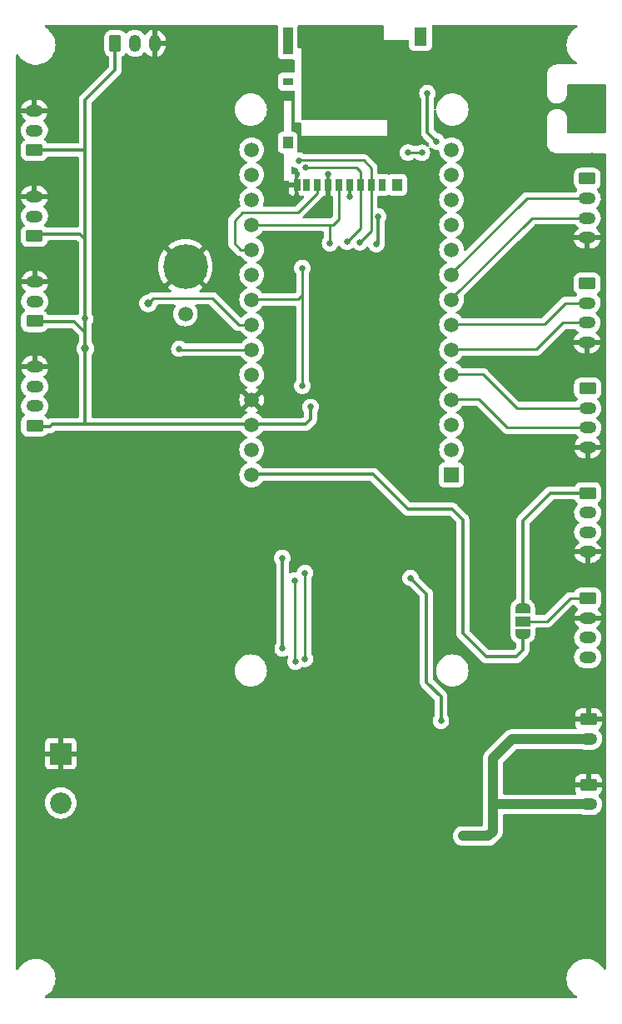
<source format=gbl>
G04 #@! TF.GenerationSoftware,KiCad,Pcbnew,(6.0.5)*
G04 #@! TF.CreationDate,2022-05-16T10:08:23+02:00*
G04 #@! TF.ProjectId,ruche,72756368-652e-46b6-9963-61645f706362,rev?*
G04 #@! TF.SameCoordinates,Original*
G04 #@! TF.FileFunction,Copper,L2,Bot*
G04 #@! TF.FilePolarity,Positive*
%FSLAX46Y46*%
G04 Gerber Fmt 4.6, Leading zero omitted, Abs format (unit mm)*
G04 Created by KiCad (PCBNEW (6.0.5)) date 2022-05-16 10:08:23*
%MOMM*%
%LPD*%
G01*
G04 APERTURE LIST*
G04 Aperture macros list*
%AMRoundRect*
0 Rectangle with rounded corners*
0 $1 Rounding radius*
0 $2 $3 $4 $5 $6 $7 $8 $9 X,Y pos of 4 corners*
0 Add a 4 corners polygon primitive as box body*
4,1,4,$2,$3,$4,$5,$6,$7,$8,$9,$2,$3,0*
0 Add four circle primitives for the rounded corners*
1,1,$1+$1,$2,$3*
1,1,$1+$1,$4,$5*
1,1,$1+$1,$6,$7*
1,1,$1+$1,$8,$9*
0 Add four rect primitives between the rounded corners*
20,1,$1+$1,$2,$3,$4,$5,0*
20,1,$1+$1,$4,$5,$6,$7,0*
20,1,$1+$1,$6,$7,$8,$9,0*
20,1,$1+$1,$8,$9,$2,$3,0*%
%AMFreePoly0*
4,1,22,0.550000,-0.750000,0.000000,-0.750000,0.000000,-0.745033,-0.079941,-0.743568,-0.215256,-0.701293,-0.333266,-0.622738,-0.424486,-0.514219,-0.481581,-0.384460,-0.499164,-0.250000,-0.500000,-0.250000,-0.500000,0.250000,-0.499164,0.250000,-0.499963,0.256109,-0.478152,0.396186,-0.417904,0.524511,-0.324060,0.630769,-0.204165,0.706417,-0.067858,0.745374,0.000000,0.744959,0.000000,0.750000,
0.550000,0.750000,0.550000,-0.750000,0.550000,-0.750000,$1*%
%AMFreePoly1*
4,1,20,0.000000,0.744959,0.073905,0.744508,0.209726,0.703889,0.328688,0.626782,0.421226,0.519385,0.479903,0.390333,0.500000,0.250000,0.500000,-0.250000,0.499851,-0.262216,0.476331,-0.402017,0.414519,-0.529596,0.319384,-0.634700,0.198574,-0.708877,0.061801,-0.746166,0.000000,-0.745033,0.000000,-0.750000,-0.550000,-0.750000,-0.550000,0.750000,0.000000,0.750000,0.000000,0.744959,
0.000000,0.744959,$1*%
G04 Aperture macros list end*
G04 #@! TA.AperFunction,ComponentPad*
%ADD10R,2.175000X2.175000*%
G04 #@! TD*
G04 #@! TA.AperFunction,ComponentPad*
%ADD11C,2.175000*%
G04 #@! TD*
G04 #@! TA.AperFunction,ComponentPad*
%ADD12RoundRect,0.250000X-0.625000X0.350000X-0.625000X-0.350000X0.625000X-0.350000X0.625000X0.350000X0*%
G04 #@! TD*
G04 #@! TA.AperFunction,ComponentPad*
%ADD13O,1.750000X1.200000*%
G04 #@! TD*
G04 #@! TA.AperFunction,ComponentPad*
%ADD14RoundRect,0.250000X0.625000X-0.350000X0.625000X0.350000X-0.625000X0.350000X-0.625000X-0.350000X0*%
G04 #@! TD*
G04 #@! TA.AperFunction,ComponentPad*
%ADD15C,1.500000*%
G04 #@! TD*
G04 #@! TA.AperFunction,ComponentPad*
%ADD16C,4.540000*%
G04 #@! TD*
G04 #@! TA.AperFunction,ComponentPad*
%ADD17RoundRect,0.250000X-0.350000X-0.625000X0.350000X-0.625000X0.350000X0.625000X-0.350000X0.625000X0*%
G04 #@! TD*
G04 #@! TA.AperFunction,ComponentPad*
%ADD18O,1.200000X1.750000*%
G04 #@! TD*
G04 #@! TA.AperFunction,ComponentPad*
%ADD19R,1.508000X1.508000*%
G04 #@! TD*
G04 #@! TA.AperFunction,ComponentPad*
%ADD20C,1.508000*%
G04 #@! TD*
G04 #@! TA.AperFunction,SMDPad,CuDef*
%ADD21FreePoly0,270.000000*%
G04 #@! TD*
G04 #@! TA.AperFunction,SMDPad,CuDef*
%ADD22R,1.500000X1.000000*%
G04 #@! TD*
G04 #@! TA.AperFunction,SMDPad,CuDef*
%ADD23FreePoly1,270.000000*%
G04 #@! TD*
G04 #@! TA.AperFunction,SMDPad,CuDef*
%ADD24R,0.700000X1.200000*%
G04 #@! TD*
G04 #@! TA.AperFunction,SMDPad,CuDef*
%ADD25R,1.000000X0.800000*%
G04 #@! TD*
G04 #@! TA.AperFunction,SMDPad,CuDef*
%ADD26R,1.300000X1.900000*%
G04 #@! TD*
G04 #@! TA.AperFunction,SMDPad,CuDef*
%ADD27R,1.000000X1.200000*%
G04 #@! TD*
G04 #@! TA.AperFunction,SMDPad,CuDef*
%ADD28R,1.000000X2.800000*%
G04 #@! TD*
G04 #@! TA.AperFunction,ViaPad*
%ADD29C,0.650000*%
G04 #@! TD*
G04 #@! TA.AperFunction,ViaPad*
%ADD30C,0.800000*%
G04 #@! TD*
G04 #@! TA.AperFunction,Conductor*
%ADD31C,0.250000*%
G04 #@! TD*
G04 #@! TA.AperFunction,Conductor*
%ADD32C,0.300000*%
G04 #@! TD*
G04 #@! TA.AperFunction,Conductor*
%ADD33C,1.000000*%
G04 #@! TD*
G04 APERTURE END LIST*
D10*
X101550000Y-143635000D03*
D11*
X101550000Y-148635000D03*
D12*
X155140000Y-117140000D03*
D13*
X155140000Y-119140000D03*
X155140000Y-121140000D03*
X155140000Y-123140000D03*
D12*
X155140000Y-127840000D03*
D13*
X155140000Y-129840000D03*
X155140000Y-131840000D03*
X155140000Y-133840000D03*
D14*
X98900000Y-110310000D03*
D13*
X98900000Y-108310000D03*
X98900000Y-106310000D03*
X98900000Y-104310000D03*
D12*
X155225000Y-140135000D03*
D13*
X155225000Y-142135000D03*
D12*
X155225000Y-146785000D03*
D13*
X155225000Y-148785000D03*
D14*
X98875000Y-91035000D03*
D13*
X98875000Y-89035000D03*
X98875000Y-87035000D03*
D14*
X98870000Y-82310000D03*
D13*
X98870000Y-80310000D03*
X98870000Y-78310000D03*
D14*
X98900000Y-99685000D03*
D13*
X98900000Y-97685000D03*
X98900000Y-95685000D03*
D15*
X114220000Y-98940000D03*
D16*
X114220000Y-94140000D03*
D17*
X107100000Y-71460000D03*
D18*
X109100000Y-71460000D03*
X111100000Y-71460000D03*
D19*
X141287500Y-115300200D03*
D20*
X141287500Y-112760200D03*
X141287500Y-110220200D03*
X141287500Y-107680200D03*
X141287500Y-105140200D03*
X141287500Y-102600200D03*
X141287500Y-100060200D03*
X141287500Y-97520200D03*
X141287500Y-94980200D03*
X141287500Y-92440200D03*
X141287500Y-89900200D03*
X141287500Y-87360200D03*
X141287500Y-84820200D03*
X141287500Y-82280200D03*
X120967500Y-82280200D03*
X120967500Y-84820200D03*
X120967500Y-87360200D03*
X120967500Y-89900200D03*
X120967500Y-92440200D03*
X120967500Y-94980200D03*
X120967500Y-97520200D03*
X120967500Y-100060200D03*
X120967500Y-102600200D03*
X120967500Y-105140200D03*
X120967500Y-107680200D03*
X120967500Y-110220200D03*
X120967500Y-112760200D03*
X120967500Y-115300200D03*
D12*
X155070000Y-95840000D03*
D13*
X155070000Y-97840000D03*
X155070000Y-99840000D03*
X155070000Y-101840000D03*
D12*
X155130000Y-106510000D03*
D13*
X155130000Y-108510000D03*
X155130000Y-110510000D03*
X155130000Y-112510000D03*
D12*
X155080000Y-85210000D03*
D13*
X155080000Y-87210000D03*
X155080000Y-89210000D03*
X155080000Y-91210000D03*
D21*
X148530000Y-128870000D03*
D22*
X148530000Y-130170000D03*
D23*
X148530000Y-131470000D03*
D24*
X134235000Y-85835000D03*
X133135000Y-85835000D03*
X132035000Y-85835000D03*
X130935000Y-85835000D03*
X129835000Y-85835000D03*
X128735000Y-85835000D03*
X127635000Y-85835000D03*
X126535000Y-85835000D03*
X125585000Y-85835000D03*
D25*
X124635000Y-75335000D03*
D26*
X138135000Y-70735000D03*
D27*
X135785000Y-85835000D03*
X124635000Y-81535000D03*
D28*
X124635000Y-71185000D03*
D29*
X147370000Y-82730000D03*
X103060000Y-70410000D03*
X123420000Y-102190000D03*
X155560000Y-125410000D03*
X110560000Y-112910000D03*
X148650000Y-140000000D03*
X135610000Y-95110000D03*
X98070000Y-157910000D03*
X120560000Y-70410000D03*
X107830000Y-103780000D03*
X105560000Y-127910000D03*
X103060000Y-122910000D03*
X144400000Y-97380000D03*
X103060000Y-127910000D03*
X152530000Y-164620000D03*
X115560000Y-132910000D03*
X125540000Y-87050000D03*
X108060000Y-135410000D03*
X98060000Y-127910000D03*
X105560000Y-137910000D03*
X141260000Y-123720000D03*
X118060000Y-135410000D03*
X113060000Y-125410000D03*
X120560000Y-130120000D03*
X110560000Y-122910000D03*
X103060000Y-117910000D03*
X128230000Y-88020000D03*
X138070000Y-89200000D03*
X98070000Y-145410000D03*
X122140000Y-122460000D03*
X120220000Y-159490000D03*
X115560000Y-112910000D03*
X131940000Y-112480000D03*
X110560000Y-135410000D03*
X110560000Y-117910000D03*
X110560000Y-130410000D03*
X144660000Y-137470000D03*
X122910000Y-135950000D03*
X98060000Y-137910000D03*
X115560000Y-135410000D03*
X103060000Y-132910000D03*
X103060000Y-137910000D03*
X110860000Y-167750000D03*
X113360000Y-167750000D03*
X132070000Y-101710000D03*
X149500000Y-104950000D03*
X155570000Y-150720000D03*
X127490000Y-138740000D03*
X100560000Y-115410000D03*
X133130000Y-134790000D03*
X155570000Y-158220000D03*
X113060000Y-130410000D03*
X155570000Y-155720000D03*
X113060000Y-115410000D03*
X113060000Y-122910000D03*
X98060000Y-115410000D03*
X101880000Y-166570000D03*
X103060000Y-125410000D03*
X129360000Y-145090000D03*
X138540000Y-145140000D03*
X120560000Y-117910000D03*
X100560000Y-135410000D03*
X109700000Y-92400000D03*
X150200000Y-113550000D03*
X137190000Y-78950000D03*
X103060000Y-120410000D03*
X128360000Y-167750000D03*
X135860000Y-167750000D03*
X98070000Y-155410000D03*
X98060000Y-75410000D03*
X118360000Y-167750000D03*
X126430000Y-71590000D03*
X153060000Y-70410000D03*
X118060000Y-122910000D03*
X122940000Y-137930000D03*
X118060000Y-112910000D03*
X98060000Y-85410000D03*
X125860000Y-167750000D03*
X130860000Y-167750000D03*
X110560000Y-120410000D03*
X118060000Y-117910000D03*
X108060000Y-127910000D03*
X120560000Y-137910000D03*
X149610000Y-94400000D03*
X108060000Y-117910000D03*
X103060000Y-115410000D03*
X98060000Y-132910000D03*
X100560000Y-75410000D03*
X110560000Y-115410000D03*
X108350000Y-167730000D03*
X98070000Y-140410000D03*
X110560000Y-125410000D03*
X118060000Y-120410000D03*
X105560000Y-120410000D03*
X130650000Y-73620000D03*
X131160000Y-144740000D03*
X140700000Y-167750000D03*
X148060000Y-70410000D03*
X149190000Y-137260000D03*
X146920000Y-139590000D03*
X113060000Y-117910000D03*
X98060000Y-130410000D03*
X103360000Y-167750000D03*
X120860000Y-167750000D03*
X143200000Y-167750000D03*
X100670000Y-164690000D03*
X145560000Y-70410000D03*
X154950000Y-80110000D03*
X98070000Y-142910000D03*
X128790000Y-78310000D03*
X128740000Y-84720000D03*
X98060000Y-117910000D03*
X105560000Y-115410000D03*
X155560000Y-92910000D03*
X155570000Y-163220000D03*
X113060000Y-127910000D03*
X103060000Y-130410000D03*
X102110000Y-131330000D03*
X113060000Y-120410000D03*
X121890000Y-159120000D03*
X150700000Y-167750000D03*
X98060000Y-122910000D03*
X98070000Y-152910000D03*
X140560000Y-70410000D03*
X105560000Y-112910000D03*
X155560000Y-82910000D03*
X103060000Y-72910000D03*
X105560000Y-125410000D03*
X132320000Y-73240000D03*
X129060000Y-160490000D03*
X140380000Y-145420000D03*
X134000000Y-141260000D03*
X115560000Y-70410000D03*
X98070000Y-147910000D03*
X133360000Y-167750000D03*
X133766651Y-120579229D03*
X115860000Y-167750000D03*
X132310000Y-127030000D03*
X105560000Y-70410000D03*
X138360000Y-167750000D03*
X108060000Y-122910000D03*
X120140000Y-122460000D03*
X100560000Y-132910000D03*
X110890000Y-79930000D03*
X118060000Y-115410000D03*
X122050000Y-126860000D03*
X115560000Y-137910000D03*
X98060000Y-92910000D03*
X120560000Y-132910000D03*
X136510000Y-158130000D03*
X110560000Y-127910000D03*
X98070000Y-162910000D03*
X108060000Y-112910000D03*
X108060000Y-132910000D03*
X98070000Y-150410000D03*
X128060000Y-70410000D03*
X98060000Y-102910000D03*
X105560000Y-132910000D03*
X146330000Y-117690000D03*
X156210000Y-79720000D03*
X123370000Y-92030000D03*
X105560000Y-130410000D03*
X108060000Y-115410000D03*
X105560000Y-117910000D03*
X122750000Y-132910000D03*
X140740000Y-132480000D03*
X113060000Y-137910000D03*
X150560000Y-70410000D03*
X128570000Y-71570000D03*
X136400000Y-148890000D03*
X116180000Y-161990000D03*
X103060000Y-135410000D03*
X123070000Y-130060000D03*
X105560000Y-135410000D03*
X120220000Y-126460000D03*
X113060000Y-112910000D03*
X100560000Y-137910000D03*
X123060000Y-70410000D03*
X136830000Y-144740000D03*
X155570000Y-153220000D03*
X155670000Y-144620000D03*
X133060000Y-70410000D03*
X98060000Y-120410000D03*
X108060000Y-125410000D03*
X106940000Y-139420000D03*
X148200000Y-167750000D03*
X108060000Y-130410000D03*
X98070000Y-160410000D03*
X117570000Y-126250000D03*
X155560000Y-115410000D03*
X153060000Y-72910000D03*
X137180000Y-73250000D03*
X101030000Y-162520000D03*
X155570000Y-138220000D03*
X118050000Y-130100000D03*
X105860000Y-167750000D03*
X118060000Y-137910000D03*
X108060000Y-120410000D03*
X118140000Y-132980000D03*
X98070000Y-135410000D03*
X110560000Y-137910000D03*
X145700000Y-167750000D03*
X113060000Y-132910000D03*
X98060000Y-112910000D03*
X105560000Y-122910000D03*
X123360000Y-167750000D03*
X136370000Y-141190000D03*
X130560000Y-70410000D03*
X115560000Y-115410000D03*
X113060000Y-70410000D03*
X98060000Y-125410000D03*
X143060000Y-70410000D03*
X100560000Y-112910000D03*
X113060000Y-135410000D03*
X155560000Y-135410000D03*
X155570000Y-160720000D03*
X135580000Y-162810000D03*
X108060000Y-137910000D03*
X118060000Y-70410000D03*
X103060000Y-112910000D03*
X110560000Y-132910000D03*
D30*
X104050000Y-102470000D03*
D29*
X133820000Y-89040000D03*
X130960000Y-87000000D03*
X139771455Y-81419011D03*
X126950000Y-108410000D03*
X104050000Y-99435000D03*
X138840000Y-76520000D03*
X133640000Y-91850000D03*
X126125000Y-106260000D03*
X126400000Y-125260000D03*
X126125000Y-94285000D03*
X138280500Y-82570000D03*
X136831499Y-82540000D03*
X126400000Y-134010000D03*
X125400002Y-134285000D03*
X125325000Y-126035000D03*
X143330000Y-152010000D03*
X142430000Y-152010000D03*
X145510000Y-144100000D03*
D30*
X110450000Y-97870000D03*
D29*
X113610000Y-102490000D03*
X124070000Y-123740000D03*
X124120000Y-132960000D03*
X140210000Y-140290000D03*
X137130000Y-125780000D03*
X131960000Y-91670000D03*
X125752929Y-83373714D03*
X126470000Y-84070000D03*
X130650000Y-91610000D03*
X128930000Y-91770000D03*
D31*
X126400000Y-134010000D02*
X126400000Y-125260000D01*
X130650000Y-91610000D02*
X132035000Y-90225000D01*
X132035000Y-90225000D02*
X132035000Y-85835000D01*
X128930000Y-90010400D02*
X128930000Y-91770000D01*
D32*
X133820000Y-91670000D02*
X133820000Y-89040000D01*
X133640000Y-91850000D02*
X133820000Y-91670000D01*
D31*
X133135000Y-90495000D02*
X133135000Y-85835000D01*
X131960000Y-91670000D02*
X133135000Y-90495000D01*
D32*
X128735000Y-85835000D02*
X128735000Y-84725000D01*
X128735000Y-84725000D02*
X128740000Y-84720000D01*
X104050000Y-99435000D02*
X104050000Y-100810000D01*
X148540000Y-128860000D02*
X148540000Y-119960000D01*
X130935000Y-86975000D02*
X130960000Y-87000000D01*
X98925000Y-90810000D02*
X103525000Y-90810000D01*
X138840000Y-80487556D02*
X139771455Y-81419011D01*
X100475000Y-110410000D02*
X100714800Y-110170200D01*
X98800000Y-110410000D02*
X100475000Y-110410000D01*
X104069800Y-110170200D02*
X104090000Y-110150000D01*
X148540000Y-119960000D02*
X151360000Y-117140000D01*
X98825000Y-99710000D02*
X102950000Y-99710000D01*
X104050000Y-92585000D02*
X104050000Y-99435000D01*
X104050000Y-102470000D02*
X104050000Y-100810000D01*
X107100000Y-71410000D02*
X107100000Y-74140000D01*
X104020200Y-110170200D02*
X120890000Y-110170200D01*
X100714800Y-110170200D02*
X104020200Y-110170200D01*
X104050000Y-91335000D02*
X104050000Y-92585000D01*
X102950000Y-99710000D02*
X104050000Y-100810000D01*
X148530000Y-128870000D02*
X148540000Y-128860000D01*
X138840000Y-76520000D02*
X138840000Y-80487556D01*
X104050000Y-110110000D02*
X104050000Y-102470000D01*
X126950000Y-108410000D02*
X126950000Y-109660000D01*
X104050000Y-77190000D02*
X104050000Y-92585000D01*
X130935000Y-85835000D02*
X130935000Y-86975000D01*
X103525000Y-90810000D02*
X104050000Y-91335000D01*
X104030000Y-82310000D02*
X98850000Y-82310000D01*
X126950000Y-109660000D02*
X126439800Y-110170200D01*
X104020200Y-110170200D02*
X104069800Y-110170200D01*
X107100000Y-74140000D02*
X104050000Y-77190000D01*
X151360000Y-117140000D02*
X155140000Y-117140000D01*
X126439800Y-110170200D02*
X120890000Y-110170200D01*
D31*
X153370000Y-127840000D02*
X155140000Y-127840000D01*
X151040000Y-130170000D02*
X153370000Y-127840000D01*
X148530000Y-130170000D02*
X151040000Y-130170000D01*
X138280500Y-82570000D02*
X138250500Y-82540000D01*
X120890000Y-97470200D02*
X125714800Y-97470200D01*
X126125000Y-106260000D02*
X126125000Y-97060000D01*
X125714800Y-97470200D02*
X126125000Y-97060000D01*
X138250500Y-82540000D02*
X136831499Y-82540000D01*
X126125000Y-97060000D02*
X126125000Y-94285000D01*
X125325000Y-134209998D02*
X125400002Y-134285000D01*
X125325000Y-126035000D02*
X125325000Y-134209998D01*
D32*
X142430000Y-119850000D02*
X141360000Y-118780000D01*
X136840000Y-118780000D02*
X133310200Y-115250200D01*
X142430000Y-131380000D02*
X142430000Y-119850000D01*
X148530000Y-133120000D02*
X147860000Y-133790000D01*
X147860000Y-133790000D02*
X144840000Y-133790000D01*
X148530000Y-131470000D02*
X148530000Y-133120000D01*
X133310200Y-115250200D02*
X120890000Y-115250200D01*
X144840000Y-133790000D02*
X142430000Y-131380000D01*
X141360000Y-118780000D02*
X136840000Y-118780000D01*
D33*
X145510000Y-151510000D02*
X145510000Y-144100000D01*
X145510000Y-144100000D02*
X147440000Y-142170000D01*
X145010000Y-152010000D02*
X145510000Y-151510000D01*
X155230000Y-148790000D02*
X145820000Y-148790000D01*
X147440000Y-142170000D02*
X155260000Y-142170000D01*
X142430000Y-152010000D02*
X145010000Y-152010000D01*
D31*
X119640200Y-100060200D02*
X116940000Y-97360000D01*
X116940000Y-97360000D02*
X110960000Y-97360000D01*
X110960000Y-97360000D02*
X110450000Y-97870000D01*
X120967500Y-100060200D02*
X119640200Y-100060200D01*
X120967500Y-102600200D02*
X113720200Y-102600200D01*
X113720200Y-102600200D02*
X113610000Y-102490000D01*
X155070000Y-97840000D02*
X152900000Y-97840000D01*
X150729800Y-100010200D02*
X141210000Y-100010200D01*
X152900000Y-97840000D02*
X150729800Y-100010200D01*
X155070000Y-99840000D02*
X152650000Y-99840000D01*
X149939800Y-102550200D02*
X141210000Y-102550200D01*
X152650000Y-99840000D02*
X149939800Y-102550200D01*
X147920000Y-108510000D02*
X144500200Y-105090200D01*
X155130000Y-108510000D02*
X147920000Y-108510000D01*
X144500200Y-105090200D02*
X141210000Y-105090200D01*
X155130000Y-110510000D02*
X146980000Y-110510000D01*
X143999800Y-107630200D02*
X141210000Y-107630200D01*
X146980000Y-110510000D02*
X144050000Y-107580000D01*
X144050000Y-107580000D02*
X143999800Y-107630200D01*
D32*
X124120000Y-132960000D02*
X124120000Y-123790000D01*
X124120000Y-123790000D02*
X124070000Y-123740000D01*
X138740000Y-127390000D02*
X137130000Y-125780000D01*
X140210000Y-140290000D02*
X140210000Y-137850000D01*
X138740000Y-136380000D02*
X138740000Y-127390000D01*
X140210000Y-137850000D02*
X138740000Y-136380000D01*
D31*
X155080000Y-87210000D02*
X148930200Y-87210000D01*
X148930200Y-87210000D02*
X141210000Y-94930200D01*
X155080000Y-89210000D02*
X149470200Y-89210000D01*
X149470200Y-89210000D02*
X141210000Y-97470200D01*
X133135000Y-85835000D02*
X133135000Y-84145000D01*
X125781144Y-83345499D02*
X125752929Y-83373714D01*
X133135000Y-84145000D02*
X132335499Y-83345499D01*
X132335499Y-83345499D02*
X125781144Y-83345499D01*
X132035000Y-85835000D02*
X132035000Y-84525000D01*
X131580000Y-84070000D02*
X126470000Y-84070000D01*
X132035000Y-84525000D02*
X131580000Y-84070000D01*
X129835000Y-89325000D02*
X129259800Y-89900200D01*
X129835000Y-85835000D02*
X129835000Y-89325000D01*
X129259800Y-89900200D02*
X128819800Y-89900200D01*
X128819800Y-89900200D02*
X120967500Y-89900200D01*
X127635000Y-86685000D02*
X125650000Y-88670000D01*
X125650000Y-88670000D02*
X120020000Y-88670000D01*
X119220000Y-91790000D02*
X119870200Y-92440200D01*
X127635000Y-85835000D02*
X127635000Y-86685000D01*
X120020000Y-88670000D02*
X119220000Y-89470000D01*
X119220000Y-89470000D02*
X119220000Y-91790000D01*
X119870200Y-92440200D02*
X120967500Y-92440200D01*
G04 #@! TA.AperFunction,Conductor*
G36*
X123568749Y-69628502D02*
G01*
X123615242Y-69682158D01*
X123625603Y-69736866D01*
X123626500Y-69736866D01*
X123626500Y-72633134D01*
X123633255Y-72695316D01*
X123684385Y-72831705D01*
X123771739Y-72948261D01*
X123888295Y-73035615D01*
X124024684Y-73086745D01*
X124086866Y-73093500D01*
X125183134Y-73093500D01*
X125195391Y-73092169D01*
X125265271Y-73104694D01*
X125317288Y-73153014D01*
X125335000Y-73217431D01*
X125335000Y-74302569D01*
X125314998Y-74370690D01*
X125261342Y-74417183D01*
X125195391Y-74427832D01*
X125183134Y-74426500D01*
X124086866Y-74426500D01*
X124024684Y-74433255D01*
X123888295Y-74484385D01*
X123771739Y-74571739D01*
X123684385Y-74688295D01*
X123633255Y-74824684D01*
X123626500Y-74886866D01*
X123626500Y-75783134D01*
X123633255Y-75845316D01*
X123684385Y-75981705D01*
X123771739Y-76098261D01*
X123888295Y-76185615D01*
X124024684Y-76236745D01*
X124086866Y-76243500D01*
X125183134Y-76243500D01*
X125195391Y-76242169D01*
X125265271Y-76254694D01*
X125317288Y-76303014D01*
X125335000Y-76367431D01*
X125335000Y-79535000D01*
X125909000Y-79535000D01*
X125977121Y-79555002D01*
X126023614Y-79608658D01*
X126035000Y-79661000D01*
X126035000Y-80835000D01*
X134735000Y-80835000D01*
X134735000Y-79235000D01*
X126161000Y-79235000D01*
X126092879Y-79214998D01*
X126046386Y-79161342D01*
X126035000Y-79109000D01*
X126035000Y-71935000D01*
X125769500Y-71935000D01*
X125701379Y-71914998D01*
X125654886Y-71861342D01*
X125643500Y-71809000D01*
X125643500Y-69736866D01*
X125644603Y-69736866D01*
X125659849Y-69672205D01*
X125710915Y-69622881D01*
X125769372Y-69608500D01*
X134269985Y-69608500D01*
X134338106Y-69628502D01*
X134384599Y-69682158D01*
X134394703Y-69752432D01*
X134393106Y-69761282D01*
X134387947Y-69785000D01*
X134385000Y-69785000D01*
X134385000Y-71135000D01*
X136850500Y-71135000D01*
X136918621Y-71155002D01*
X136965114Y-71208658D01*
X136976500Y-71261000D01*
X136976500Y-71733134D01*
X136983255Y-71795316D01*
X137034385Y-71931705D01*
X137121739Y-72048261D01*
X137238295Y-72135615D01*
X137374684Y-72186745D01*
X137436866Y-72193500D01*
X138833134Y-72193500D01*
X138895316Y-72186745D01*
X139031705Y-72135615D01*
X139148261Y-72048261D01*
X139235615Y-71931705D01*
X139286745Y-71795316D01*
X139293500Y-71733134D01*
X139293500Y-69736866D01*
X139294603Y-69736866D01*
X139309849Y-69672205D01*
X139360915Y-69622881D01*
X139419372Y-69608500D01*
X153977239Y-69608500D01*
X154045360Y-69628502D01*
X154091853Y-69682158D01*
X154101957Y-69752432D01*
X154072463Y-69817012D01*
X154041945Y-69842616D01*
X153854725Y-69954664D01*
X153854721Y-69954667D01*
X153851043Y-69956868D01*
X153637318Y-70128094D01*
X153448808Y-70326742D01*
X153289002Y-70549136D01*
X153160857Y-70791161D01*
X153159385Y-70795184D01*
X153159383Y-70795188D01*
X153116872Y-70911355D01*
X153066743Y-71048337D01*
X153008404Y-71315907D01*
X152986917Y-71588918D01*
X152987334Y-71596156D01*
X153002682Y-71862320D01*
X153055405Y-72131053D01*
X153056792Y-72135103D01*
X153056793Y-72135108D01*
X153141635Y-72382909D01*
X153144112Y-72390144D01*
X153173238Y-72448054D01*
X153242837Y-72586437D01*
X153267160Y-72634799D01*
X153269586Y-72638328D01*
X153269589Y-72638334D01*
X153405462Y-72836028D01*
X153422274Y-72860490D01*
X153606582Y-73063043D01*
X153816675Y-73238707D01*
X153820316Y-73240991D01*
X154024001Y-73368763D01*
X154071079Y-73421906D01*
X154081951Y-73492065D01*
X154053167Y-73556965D01*
X153993864Y-73596000D01*
X153957045Y-73601500D01*
X152053250Y-73601500D01*
X152032345Y-73599754D01*
X152017344Y-73597230D01*
X152017341Y-73597230D01*
X152012552Y-73596424D01*
X152006475Y-73596350D01*
X152004865Y-73596330D01*
X152004861Y-73596330D01*
X152000000Y-73596271D01*
X151995186Y-73596960D01*
X151995176Y-73596961D01*
X151978720Y-73599318D01*
X151971851Y-73600111D01*
X151824207Y-73613028D01*
X151818893Y-73614452D01*
X151818892Y-73614452D01*
X151659065Y-73657277D01*
X151659063Y-73657278D01*
X151653755Y-73658700D01*
X151648774Y-73661022D01*
X151648773Y-73661023D01*
X151498811Y-73730951D01*
X151498806Y-73730954D01*
X151493824Y-73733277D01*
X151418824Y-73785793D01*
X151353784Y-73831334D01*
X151353781Y-73831336D01*
X151349273Y-73834493D01*
X151224493Y-73959273D01*
X151123277Y-74103824D01*
X151120954Y-74108806D01*
X151120951Y-74108811D01*
X151064037Y-74230865D01*
X151048700Y-74263755D01*
X151003028Y-74434207D01*
X150998638Y-74484385D01*
X150990987Y-74571839D01*
X150989969Y-74580224D01*
X150986309Y-74603724D01*
X150988771Y-74622552D01*
X150990436Y-74635283D01*
X150991500Y-74651621D01*
X150991500Y-76510633D01*
X150990000Y-76530018D01*
X150987690Y-76544851D01*
X150987690Y-76544855D01*
X150986309Y-76553724D01*
X150987299Y-76561295D01*
X150987468Y-76563118D01*
X150987467Y-76563191D01*
X150987514Y-76563614D01*
X151004424Y-76746105D01*
X151006016Y-76751701D01*
X151006017Y-76751705D01*
X151007572Y-76757170D01*
X151055573Y-76925873D01*
X151138882Y-77093182D01*
X151251516Y-77242333D01*
X151389639Y-77368249D01*
X151548547Y-77466640D01*
X151722828Y-77534157D01*
X151906549Y-77568500D01*
X152093451Y-77568500D01*
X152277172Y-77534157D01*
X152451453Y-77466640D01*
X152610361Y-77368249D01*
X152748484Y-77242333D01*
X152861118Y-77093182D01*
X152944427Y-76925873D01*
X152992428Y-76757170D01*
X152993983Y-76751705D01*
X152993984Y-76751701D01*
X152995576Y-76746105D01*
X152997045Y-76730257D01*
X153008874Y-76602593D01*
X153010083Y-76593314D01*
X153012770Y-76577345D01*
X153012770Y-76577340D01*
X153013576Y-76572552D01*
X153013729Y-76560000D01*
X153009773Y-76532376D01*
X153008500Y-76514514D01*
X153008500Y-75744500D01*
X153028502Y-75676379D01*
X153082158Y-75629886D01*
X153134500Y-75618500D01*
X156865500Y-75618500D01*
X156933621Y-75638502D01*
X156980114Y-75692158D01*
X156991500Y-75744500D01*
X156991500Y-80475500D01*
X156971498Y-80543621D01*
X156917842Y-80590114D01*
X156865500Y-80601500D01*
X153134500Y-80601500D01*
X153066379Y-80581498D01*
X153019886Y-80527842D01*
X153008500Y-80475500D01*
X153008500Y-79163250D01*
X153010246Y-79142345D01*
X153012770Y-79127344D01*
X153012770Y-79127341D01*
X153013576Y-79122552D01*
X153013729Y-79110000D01*
X153012830Y-79103724D01*
X153011603Y-79095152D01*
X153010867Y-79088915D01*
X152996113Y-78929688D01*
X152996113Y-78929686D01*
X152995576Y-78923895D01*
X152944427Y-78744127D01*
X152861118Y-78576818D01*
X152748484Y-78427667D01*
X152648728Y-78336727D01*
X152614669Y-78305678D01*
X152614667Y-78305677D01*
X152610361Y-78301751D01*
X152451453Y-78203360D01*
X152277172Y-78135843D01*
X152093451Y-78101500D01*
X151906549Y-78101500D01*
X151722828Y-78135843D01*
X151548547Y-78203360D01*
X151389639Y-78301751D01*
X151385333Y-78305677D01*
X151385331Y-78305678D01*
X151351272Y-78336727D01*
X151251516Y-78427667D01*
X151138882Y-78576818D01*
X151055573Y-78744127D01*
X151004424Y-78923895D01*
X150993534Y-79041425D01*
X150990255Y-79076808D01*
X150989291Y-79084571D01*
X150987690Y-79094848D01*
X150987690Y-79094855D01*
X150986309Y-79103724D01*
X150987473Y-79112626D01*
X150987473Y-79112628D01*
X150990436Y-79135283D01*
X150991500Y-79151621D01*
X150991500Y-81560633D01*
X150990000Y-81580018D01*
X150987690Y-81594851D01*
X150987690Y-81594855D01*
X150986309Y-81603724D01*
X150988345Y-81619290D01*
X150988929Y-81624644D01*
X150991909Y-81658700D01*
X151003028Y-81785793D01*
X151004452Y-81791107D01*
X151004452Y-81791108D01*
X151044343Y-81939983D01*
X151048700Y-81956245D01*
X151051022Y-81961226D01*
X151051023Y-81961227D01*
X151120951Y-82111189D01*
X151120954Y-82111194D01*
X151123277Y-82116176D01*
X151145213Y-82147504D01*
X151217779Y-82251138D01*
X151224493Y-82260727D01*
X151349273Y-82385507D01*
X151353781Y-82388664D01*
X151353784Y-82388666D01*
X151413126Y-82430217D01*
X151493824Y-82486723D01*
X151498806Y-82489046D01*
X151498811Y-82489049D01*
X151648773Y-82558977D01*
X151653755Y-82561300D01*
X151659063Y-82562722D01*
X151659065Y-82562723D01*
X151818892Y-82605548D01*
X151818893Y-82605548D01*
X151824207Y-82606972D01*
X151953712Y-82618302D01*
X151963626Y-82619568D01*
X151974556Y-82621407D01*
X151982656Y-82622770D01*
X151982658Y-82622770D01*
X151987448Y-82623576D01*
X151993724Y-82623652D01*
X151995140Y-82623670D01*
X151995143Y-82623670D01*
X152000000Y-82623729D01*
X152027624Y-82619773D01*
X152045486Y-82618500D01*
X156865500Y-82618500D01*
X156933621Y-82638502D01*
X156980114Y-82692158D01*
X156991500Y-82744500D01*
X156991500Y-165470393D01*
X156971498Y-165538514D01*
X156917842Y-165585007D01*
X156847568Y-165595111D01*
X156782988Y-165565617D01*
X156753534Y-165528183D01*
X156723978Y-165470919D01*
X156723978Y-165470918D01*
X156722013Y-165467112D01*
X156712040Y-165452921D01*
X156567008Y-165246562D01*
X156564545Y-165243057D01*
X156378125Y-165042445D01*
X156374810Y-165039731D01*
X156374806Y-165039728D01*
X156169523Y-164871706D01*
X156166205Y-164868990D01*
X155932704Y-164725901D01*
X155928768Y-164724173D01*
X155685873Y-164617549D01*
X155685869Y-164617548D01*
X155681945Y-164615825D01*
X155418566Y-164540800D01*
X155414324Y-164540196D01*
X155414318Y-164540195D01*
X155213834Y-164511662D01*
X155147443Y-164502213D01*
X155003589Y-164501460D01*
X154877877Y-164500802D01*
X154877871Y-164500802D01*
X154873591Y-164500780D01*
X154869347Y-164501339D01*
X154869343Y-164501339D01*
X154750302Y-164517011D01*
X154602078Y-164536525D01*
X154597938Y-164537658D01*
X154597936Y-164537658D01*
X154525008Y-164557609D01*
X154337928Y-164608788D01*
X154333980Y-164610472D01*
X154089982Y-164714546D01*
X154089978Y-164714548D01*
X154086030Y-164716232D01*
X154066125Y-164728145D01*
X153854725Y-164854664D01*
X153854721Y-164854667D01*
X153851043Y-164856868D01*
X153637318Y-165028094D01*
X153448808Y-165226742D01*
X153289002Y-165449136D01*
X153160857Y-165691161D01*
X153159385Y-165695184D01*
X153159383Y-165695188D01*
X153116872Y-165811355D01*
X153066743Y-165948337D01*
X153008404Y-166215907D01*
X152986917Y-166488918D01*
X152987334Y-166496156D01*
X153002682Y-166762320D01*
X153055405Y-167031053D01*
X153056792Y-167035103D01*
X153056793Y-167035108D01*
X153142723Y-167286088D01*
X153144112Y-167290144D01*
X153173238Y-167348054D01*
X153242837Y-167486437D01*
X153267160Y-167534799D01*
X153269586Y-167538328D01*
X153269589Y-167538334D01*
X153419843Y-167756953D01*
X153422274Y-167760490D01*
X153606582Y-167963043D01*
X153816675Y-168138707D01*
X153820316Y-168140991D01*
X154024001Y-168268763D01*
X154071079Y-168321906D01*
X154081951Y-168392065D01*
X154053167Y-168456965D01*
X153993864Y-168496000D01*
X153957045Y-168501500D01*
X100038332Y-168501500D01*
X99970211Y-168481498D01*
X99923718Y-168427842D01*
X99913614Y-168357568D01*
X99943108Y-168292988D01*
X99974761Y-168266712D01*
X100127879Y-168177237D01*
X100127880Y-168177236D01*
X100131582Y-168175073D01*
X100347089Y-168006094D01*
X100388809Y-167963043D01*
X100534686Y-167812509D01*
X100537669Y-167809431D01*
X100540202Y-167805983D01*
X100540206Y-167805978D01*
X100697257Y-167592178D01*
X100699795Y-167588723D01*
X100727154Y-167538334D01*
X100828418Y-167351830D01*
X100828419Y-167351828D01*
X100830468Y-167348054D01*
X100920421Y-167110000D01*
X100925751Y-167095895D01*
X100925752Y-167095891D01*
X100927269Y-167091877D01*
X100968173Y-166913279D01*
X100987449Y-166829117D01*
X100987450Y-166829113D01*
X100988407Y-166824933D01*
X100991349Y-166791975D01*
X101012531Y-166554627D01*
X101012531Y-166554625D01*
X101012751Y-166552161D01*
X101013193Y-166510000D01*
X101011465Y-166484648D01*
X100994859Y-166241055D01*
X100994858Y-166241049D01*
X100994567Y-166236778D01*
X100939032Y-165968612D01*
X100847617Y-165710465D01*
X100722013Y-165467112D01*
X100712040Y-165452921D01*
X100567008Y-165246562D01*
X100564545Y-165243057D01*
X100378125Y-165042445D01*
X100374810Y-165039731D01*
X100374806Y-165039728D01*
X100169523Y-164871706D01*
X100166205Y-164868990D01*
X99932704Y-164725901D01*
X99928768Y-164724173D01*
X99685873Y-164617549D01*
X99685869Y-164617548D01*
X99681945Y-164615825D01*
X99418566Y-164540800D01*
X99414324Y-164540196D01*
X99414318Y-164540195D01*
X99213834Y-164511662D01*
X99147443Y-164502213D01*
X99003589Y-164501460D01*
X98877877Y-164500802D01*
X98877871Y-164500802D01*
X98873591Y-164500780D01*
X98869347Y-164501339D01*
X98869343Y-164501339D01*
X98750302Y-164517011D01*
X98602078Y-164536525D01*
X98597938Y-164537658D01*
X98597936Y-164537658D01*
X98525008Y-164557609D01*
X98337928Y-164608788D01*
X98333980Y-164610472D01*
X98089982Y-164714546D01*
X98089978Y-164714548D01*
X98086030Y-164716232D01*
X98066125Y-164728145D01*
X97854725Y-164854664D01*
X97854721Y-164854667D01*
X97851043Y-164856868D01*
X97637318Y-165028094D01*
X97448808Y-165226742D01*
X97289002Y-165449136D01*
X97286998Y-165452921D01*
X97245855Y-165530627D01*
X97196302Y-165581470D01*
X97127128Y-165597452D01*
X97060294Y-165573498D01*
X97017020Y-165517214D01*
X97008500Y-165471668D01*
X97008500Y-152002925D01*
X141416645Y-152002925D01*
X141417204Y-152009065D01*
X141430376Y-152153800D01*
X141434570Y-152199888D01*
X141490410Y-152389619D01*
X141582040Y-152564890D01*
X141705968Y-152719025D01*
X141710692Y-152722989D01*
X141717933Y-152729065D01*
X141857474Y-152846154D01*
X141862872Y-152849121D01*
X141862877Y-152849125D01*
X141960253Y-152902657D01*
X142030787Y-152941433D01*
X142036654Y-152943294D01*
X142036656Y-152943295D01*
X142213436Y-152999373D01*
X142219306Y-153001235D01*
X142373227Y-153018500D01*
X144948157Y-153018500D01*
X144961764Y-153019237D01*
X144993262Y-153022659D01*
X144993267Y-153022659D01*
X144999388Y-153023324D01*
X145025638Y-153021027D01*
X145049388Y-153018950D01*
X145054214Y-153018621D01*
X145056686Y-153018500D01*
X145059769Y-153018500D01*
X145071738Y-153017326D01*
X145102506Y-153014310D01*
X145103819Y-153014188D01*
X145148084Y-153010315D01*
X145196413Y-153006087D01*
X145201532Y-153004600D01*
X145206833Y-153004080D01*
X145295834Y-152977209D01*
X145296967Y-152976874D01*
X145380414Y-152952630D01*
X145380418Y-152952628D01*
X145386336Y-152950909D01*
X145391068Y-152948456D01*
X145396169Y-152946916D01*
X145412060Y-152938467D01*
X145478260Y-152903269D01*
X145479426Y-152902657D01*
X145556453Y-152862729D01*
X145561926Y-152859892D01*
X145566089Y-152856569D01*
X145570796Y-152854066D01*
X145642918Y-152795245D01*
X145643774Y-152794554D01*
X145682973Y-152763262D01*
X145685477Y-152760758D01*
X145686195Y-152760116D01*
X145690528Y-152756415D01*
X145724062Y-152729065D01*
X145753294Y-152693730D01*
X145761271Y-152684964D01*
X146179383Y-152266851D01*
X146189527Y-152257749D01*
X146214218Y-152237897D01*
X146219025Y-152234032D01*
X146251292Y-152195578D01*
X146254472Y-152191931D01*
X146256115Y-152190119D01*
X146258309Y-152187925D01*
X146285642Y-152154651D01*
X146286348Y-152153800D01*
X146342195Y-152087244D01*
X146346154Y-152082526D01*
X146348722Y-152077856D01*
X146352103Y-152073739D01*
X146396015Y-151991842D01*
X146396624Y-151990720D01*
X146438466Y-151914611D01*
X146438468Y-151914606D01*
X146441433Y-151909213D01*
X146443044Y-151904135D01*
X146445563Y-151899437D01*
X146472753Y-151810502D01*
X146473136Y-151809272D01*
X146474101Y-151806232D01*
X146501235Y-151720694D01*
X146501828Y-151715403D01*
X146503388Y-151710302D01*
X146504011Y-151704170D01*
X146504012Y-151704164D01*
X146510157Y-151643662D01*
X146512790Y-151617737D01*
X146512925Y-151616470D01*
X146518108Y-151570270D01*
X146518108Y-151570265D01*
X146518500Y-151566773D01*
X146518500Y-151563248D01*
X146518555Y-151562263D01*
X146519004Y-151556559D01*
X146522752Y-151519666D01*
X146522752Y-151519661D01*
X146523374Y-151513538D01*
X146519059Y-151467889D01*
X146518500Y-151456032D01*
X146518500Y-149924500D01*
X146538502Y-149856379D01*
X146592158Y-149809886D01*
X146644500Y-149798500D01*
X154474850Y-149798500D01*
X154521948Y-149807634D01*
X154628168Y-149850442D01*
X154628171Y-149850443D01*
X154633737Y-149852686D01*
X154841337Y-149893228D01*
X154846899Y-149893500D01*
X155552846Y-149893500D01*
X155710566Y-149878452D01*
X155913534Y-149818908D01*
X155918862Y-149816164D01*
X156096249Y-149724804D01*
X156096252Y-149724802D01*
X156101580Y-149722058D01*
X156267920Y-149591396D01*
X156271852Y-149586865D01*
X156271855Y-149586862D01*
X156402621Y-149436167D01*
X156406552Y-149431637D01*
X156409552Y-149426451D01*
X156409555Y-149426447D01*
X156509467Y-149253742D01*
X156512473Y-149248546D01*
X156581861Y-149048729D01*
X156612213Y-148839396D01*
X156602433Y-148628101D01*
X156552875Y-148422466D01*
X156533452Y-148379746D01*
X156467806Y-148235368D01*
X156465326Y-148229913D01*
X156342946Y-148057389D01*
X156338623Y-148053251D01*
X156338619Y-148053246D01*
X156247309Y-147965836D01*
X156211933Y-147904280D01*
X156215452Y-147833371D01*
X156256749Y-147775621D01*
X156268137Y-147767674D01*
X156317807Y-147736937D01*
X156329208Y-147727901D01*
X156443739Y-147613171D01*
X156452751Y-147601760D01*
X156537816Y-147463757D01*
X156543963Y-147450576D01*
X156595138Y-147296290D01*
X156598005Y-147282914D01*
X156607672Y-147188562D01*
X156608000Y-147182146D01*
X156608000Y-147057115D01*
X156603525Y-147041876D01*
X156602135Y-147040671D01*
X156594452Y-147039000D01*
X153860116Y-147039000D01*
X153844877Y-147043475D01*
X153843672Y-147044865D01*
X153842001Y-147052548D01*
X153842001Y-147182095D01*
X153842338Y-147188614D01*
X153852257Y-147284206D01*
X153855149Y-147297600D01*
X153906588Y-147451784D01*
X153912761Y-147464962D01*
X153989641Y-147589197D01*
X154008479Y-147657648D01*
X153987318Y-147725418D01*
X153932877Y-147770989D01*
X153882497Y-147781500D01*
X146644500Y-147781500D01*
X146576379Y-147761498D01*
X146529886Y-147707842D01*
X146518500Y-147655500D01*
X146518500Y-146512885D01*
X153842000Y-146512885D01*
X153846475Y-146528124D01*
X153847865Y-146529329D01*
X153855548Y-146531000D01*
X154952885Y-146531000D01*
X154968124Y-146526525D01*
X154969329Y-146525135D01*
X154971000Y-146517452D01*
X154971000Y-146512885D01*
X155479000Y-146512885D01*
X155483475Y-146528124D01*
X155484865Y-146529329D01*
X155492548Y-146531000D01*
X156589884Y-146531000D01*
X156605123Y-146526525D01*
X156606328Y-146525135D01*
X156607999Y-146517452D01*
X156607999Y-146387905D01*
X156607662Y-146381386D01*
X156597743Y-146285794D01*
X156594851Y-146272400D01*
X156543412Y-146118216D01*
X156537239Y-146105038D01*
X156451937Y-145967193D01*
X156442901Y-145955792D01*
X156328171Y-145841261D01*
X156316760Y-145832249D01*
X156178757Y-145747184D01*
X156165576Y-145741037D01*
X156011290Y-145689862D01*
X155997914Y-145686995D01*
X155903562Y-145677328D01*
X155897145Y-145677000D01*
X155497115Y-145677000D01*
X155481876Y-145681475D01*
X155480671Y-145682865D01*
X155479000Y-145690548D01*
X155479000Y-146512885D01*
X154971000Y-146512885D01*
X154971000Y-145695116D01*
X154966525Y-145679877D01*
X154965135Y-145678672D01*
X154957452Y-145677001D01*
X154552905Y-145677001D01*
X154546386Y-145677338D01*
X154450794Y-145687257D01*
X154437400Y-145690149D01*
X154283216Y-145741588D01*
X154270038Y-145747761D01*
X154132193Y-145833063D01*
X154120792Y-145842099D01*
X154006261Y-145956829D01*
X153997249Y-145968240D01*
X153912184Y-146106243D01*
X153906037Y-146119424D01*
X153854862Y-146273710D01*
X153851995Y-146287086D01*
X153842328Y-146381438D01*
X153842000Y-146387855D01*
X153842000Y-146512885D01*
X146518500Y-146512885D01*
X146518500Y-144569925D01*
X146538502Y-144501804D01*
X146555405Y-144480830D01*
X147820829Y-143215405D01*
X147883141Y-143181380D01*
X147909924Y-143178500D01*
X154549289Y-143178500D01*
X154596387Y-143187634D01*
X154628169Y-143200443D01*
X154628178Y-143200446D01*
X154633737Y-143202686D01*
X154639618Y-143203834D01*
X154639623Y-143203836D01*
X154751744Y-143225731D01*
X154841337Y-143243228D01*
X154846899Y-143243500D01*
X155552846Y-143243500D01*
X155710566Y-143228452D01*
X155913534Y-143168908D01*
X155918862Y-143166164D01*
X156096249Y-143074804D01*
X156096252Y-143074802D01*
X156101580Y-143072058D01*
X156267920Y-142941396D01*
X156271852Y-142936865D01*
X156271855Y-142936862D01*
X156402621Y-142786167D01*
X156406552Y-142781637D01*
X156409552Y-142776451D01*
X156409555Y-142776447D01*
X156509467Y-142603742D01*
X156512473Y-142598546D01*
X156581861Y-142398729D01*
X156582722Y-142392792D01*
X156611352Y-142195336D01*
X156611352Y-142195333D01*
X156612213Y-142189396D01*
X156602433Y-141978101D01*
X156552875Y-141772466D01*
X156465326Y-141579913D01*
X156342946Y-141407389D01*
X156338623Y-141403251D01*
X156338619Y-141403246D01*
X156247309Y-141315836D01*
X156211933Y-141254280D01*
X156215452Y-141183371D01*
X156256749Y-141125621D01*
X156268137Y-141117674D01*
X156317807Y-141086937D01*
X156329208Y-141077901D01*
X156443739Y-140963171D01*
X156452751Y-140951760D01*
X156537816Y-140813757D01*
X156543963Y-140800576D01*
X156595138Y-140646290D01*
X156598005Y-140632914D01*
X156607672Y-140538562D01*
X156608000Y-140532146D01*
X156608000Y-140407115D01*
X156603525Y-140391876D01*
X156602135Y-140390671D01*
X156594452Y-140389000D01*
X153860116Y-140389000D01*
X153844877Y-140393475D01*
X153843672Y-140394865D01*
X153842001Y-140402548D01*
X153842001Y-140532095D01*
X153842338Y-140538614D01*
X153852257Y-140634206D01*
X153855149Y-140647600D01*
X153906588Y-140801784D01*
X153912761Y-140814962D01*
X153998063Y-140952807D01*
X154001574Y-140957237D01*
X154028210Y-141023048D01*
X154015038Y-141092812D01*
X153966240Y-141144380D01*
X153902827Y-141161500D01*
X147501842Y-141161500D01*
X147488235Y-141160763D01*
X147456737Y-141157341D01*
X147456732Y-141157341D01*
X147450611Y-141156676D01*
X147432611Y-141158251D01*
X147400609Y-141161050D01*
X147395784Y-141161379D01*
X147393313Y-141161500D01*
X147390231Y-141161500D01*
X147367763Y-141163703D01*
X147347489Y-141165691D01*
X147346174Y-141165813D01*
X147313913Y-141168636D01*
X147253587Y-141173913D01*
X147248468Y-141175400D01*
X147243167Y-141175920D01*
X147154166Y-141202791D01*
X147153033Y-141203126D01*
X147069586Y-141227370D01*
X147069582Y-141227372D01*
X147063664Y-141229091D01*
X147058932Y-141231544D01*
X147053831Y-141233084D01*
X147048388Y-141235978D01*
X146971740Y-141276731D01*
X146970574Y-141277343D01*
X146896315Y-141315836D01*
X146888074Y-141320108D01*
X146883911Y-141323431D01*
X146879204Y-141325934D01*
X146807082Y-141384755D01*
X146806226Y-141385446D01*
X146767027Y-141416738D01*
X146764523Y-141419242D01*
X146763805Y-141419884D01*
X146759472Y-141423585D01*
X146725938Y-141450935D01*
X146722011Y-141455682D01*
X146722009Y-141455684D01*
X146696713Y-141486262D01*
X146688723Y-141495042D01*
X144840621Y-143343145D01*
X144830478Y-143352247D01*
X144800975Y-143375968D01*
X144797008Y-143380696D01*
X144768709Y-143414421D01*
X144765528Y-143418069D01*
X144763885Y-143419881D01*
X144761691Y-143422075D01*
X144734358Y-143455349D01*
X144733696Y-143456147D01*
X144673846Y-143527474D01*
X144671278Y-143532144D01*
X144667897Y-143536261D01*
X144636860Y-143594145D01*
X144624023Y-143618086D01*
X144623394Y-143619245D01*
X144581538Y-143695381D01*
X144581535Y-143695389D01*
X144578567Y-143700787D01*
X144576955Y-143705869D01*
X144574438Y-143710563D01*
X144547238Y-143799531D01*
X144546918Y-143800559D01*
X144518765Y-143889306D01*
X144518171Y-143894602D01*
X144516613Y-143899698D01*
X144515990Y-143905834D01*
X144507218Y-143992187D01*
X144507089Y-143993393D01*
X144501500Y-144043227D01*
X144501500Y-144046754D01*
X144501445Y-144047739D01*
X144500998Y-144053419D01*
X144496626Y-144096462D01*
X144497206Y-144102593D01*
X144500941Y-144142109D01*
X144501500Y-144153967D01*
X144501500Y-150875500D01*
X144481498Y-150943621D01*
X144427842Y-150990114D01*
X144375500Y-151001500D01*
X142380231Y-151001500D01*
X142377175Y-151001800D01*
X142377168Y-151001800D01*
X142318660Y-151007537D01*
X142233167Y-151015920D01*
X142227266Y-151017702D01*
X142227264Y-151017702D01*
X142153947Y-151039838D01*
X142043831Y-151073084D01*
X141869204Y-151165934D01*
X141782938Y-151236291D01*
X141720713Y-151287040D01*
X141720710Y-151287043D01*
X141715938Y-151290935D01*
X141712011Y-151295682D01*
X141712009Y-151295684D01*
X141593799Y-151438575D01*
X141593797Y-151438579D01*
X141589870Y-151443325D01*
X141495802Y-151617299D01*
X141437318Y-151806232D01*
X141416645Y-152002925D01*
X97008500Y-152002925D01*
X97008500Y-148635000D01*
X99949065Y-148635000D01*
X99968775Y-148885441D01*
X100027420Y-149129716D01*
X100123556Y-149361809D01*
X100254816Y-149576006D01*
X100417968Y-149767032D01*
X100608994Y-149930184D01*
X100823191Y-150061444D01*
X100827761Y-150063337D01*
X100827765Y-150063339D01*
X101050711Y-150155686D01*
X101055284Y-150157580D01*
X101139797Y-150177870D01*
X101294746Y-150215070D01*
X101294752Y-150215071D01*
X101299559Y-150216225D01*
X101550000Y-150235935D01*
X101800441Y-150216225D01*
X101805248Y-150215071D01*
X101805254Y-150215070D01*
X101960203Y-150177870D01*
X102044716Y-150157580D01*
X102049289Y-150155686D01*
X102272235Y-150063339D01*
X102272239Y-150063337D01*
X102276809Y-150061444D01*
X102491006Y-149930184D01*
X102682032Y-149767032D01*
X102845184Y-149576006D01*
X102976444Y-149361809D01*
X103072580Y-149129716D01*
X103131225Y-148885441D01*
X103150935Y-148635000D01*
X103131225Y-148384559D01*
X103072580Y-148140284D01*
X103036528Y-148053246D01*
X102978339Y-147912765D01*
X102978337Y-147912761D01*
X102976444Y-147908191D01*
X102845184Y-147693994D01*
X102682032Y-147502968D01*
X102491006Y-147339816D01*
X102276809Y-147208556D01*
X102272239Y-147206663D01*
X102272235Y-147206661D01*
X102049289Y-147114314D01*
X102049287Y-147114313D01*
X102044716Y-147112420D01*
X101960203Y-147092130D01*
X101805254Y-147054930D01*
X101805248Y-147054929D01*
X101800441Y-147053775D01*
X101550000Y-147034065D01*
X101299559Y-147053775D01*
X101294752Y-147054929D01*
X101294746Y-147054930D01*
X101139797Y-147092130D01*
X101055284Y-147112420D01*
X101050713Y-147114313D01*
X101050711Y-147114314D01*
X100827765Y-147206661D01*
X100827761Y-147206663D01*
X100823191Y-147208556D01*
X100608994Y-147339816D01*
X100417968Y-147502968D01*
X100254816Y-147693994D01*
X100123556Y-147908191D01*
X100121663Y-147912761D01*
X100121661Y-147912765D01*
X100063472Y-148053246D01*
X100027420Y-148140284D01*
X99968775Y-148384559D01*
X99949065Y-148635000D01*
X97008500Y-148635000D01*
X97008500Y-144767169D01*
X99954501Y-144767169D01*
X99954871Y-144773990D01*
X99960395Y-144824852D01*
X99964021Y-144840104D01*
X100009176Y-144960554D01*
X100017714Y-144976149D01*
X100094215Y-145078224D01*
X100106776Y-145090785D01*
X100208851Y-145167286D01*
X100224446Y-145175824D01*
X100344894Y-145220978D01*
X100360149Y-145224605D01*
X100411014Y-145230131D01*
X100417828Y-145230500D01*
X101277885Y-145230500D01*
X101293124Y-145226025D01*
X101294329Y-145224635D01*
X101296000Y-145216952D01*
X101296000Y-145212384D01*
X101804000Y-145212384D01*
X101808475Y-145227623D01*
X101809865Y-145228828D01*
X101817548Y-145230499D01*
X102682169Y-145230499D01*
X102688990Y-145230129D01*
X102739852Y-145224605D01*
X102755104Y-145220979D01*
X102875554Y-145175824D01*
X102891149Y-145167286D01*
X102993224Y-145090785D01*
X103005785Y-145078224D01*
X103082286Y-144976149D01*
X103090824Y-144960554D01*
X103135978Y-144840106D01*
X103139605Y-144824851D01*
X103145131Y-144773986D01*
X103145500Y-144767172D01*
X103145500Y-143907115D01*
X103141025Y-143891876D01*
X103139635Y-143890671D01*
X103131952Y-143889000D01*
X101822115Y-143889000D01*
X101806876Y-143893475D01*
X101805671Y-143894865D01*
X101804000Y-143902548D01*
X101804000Y-145212384D01*
X101296000Y-145212384D01*
X101296000Y-143907115D01*
X101291525Y-143891876D01*
X101290135Y-143890671D01*
X101282452Y-143889000D01*
X99972616Y-143889000D01*
X99957377Y-143893475D01*
X99956172Y-143894865D01*
X99954501Y-143902548D01*
X99954501Y-144767169D01*
X97008500Y-144767169D01*
X97008500Y-143362885D01*
X99954500Y-143362885D01*
X99958975Y-143378124D01*
X99960365Y-143379329D01*
X99968048Y-143381000D01*
X101277885Y-143381000D01*
X101293124Y-143376525D01*
X101294329Y-143375135D01*
X101296000Y-143367452D01*
X101296000Y-143362885D01*
X101804000Y-143362885D01*
X101808475Y-143378124D01*
X101809865Y-143379329D01*
X101817548Y-143381000D01*
X103127384Y-143381000D01*
X103142623Y-143376525D01*
X103143828Y-143375135D01*
X103145499Y-143367452D01*
X103145499Y-142502831D01*
X103145129Y-142496010D01*
X103139605Y-142445148D01*
X103135979Y-142429896D01*
X103090824Y-142309446D01*
X103082286Y-142293851D01*
X103005785Y-142191776D01*
X102993224Y-142179215D01*
X102891149Y-142102714D01*
X102875554Y-142094176D01*
X102755106Y-142049022D01*
X102739851Y-142045395D01*
X102688986Y-142039869D01*
X102682172Y-142039500D01*
X101822115Y-142039500D01*
X101806876Y-142043975D01*
X101805671Y-142045365D01*
X101804000Y-142053048D01*
X101804000Y-143362885D01*
X101296000Y-143362885D01*
X101296000Y-142057616D01*
X101291525Y-142042377D01*
X101290135Y-142041172D01*
X101282452Y-142039501D01*
X100417831Y-142039501D01*
X100411010Y-142039871D01*
X100360148Y-142045395D01*
X100344896Y-142049021D01*
X100224446Y-142094176D01*
X100208851Y-142102714D01*
X100106776Y-142179215D01*
X100094215Y-142191776D01*
X100017714Y-142293851D01*
X100009176Y-142309446D01*
X99964022Y-142429894D01*
X99960395Y-142445149D01*
X99954869Y-142496014D01*
X99954500Y-142502828D01*
X99954500Y-143362885D01*
X97008500Y-143362885D01*
X97008500Y-135185000D01*
X119238949Y-135185000D01*
X119259122Y-135441326D01*
X119319145Y-135691340D01*
X119417540Y-135928887D01*
X119551884Y-136148116D01*
X119718869Y-136343631D01*
X119914384Y-136510616D01*
X120133613Y-136644960D01*
X120138183Y-136646853D01*
X120138187Y-136646855D01*
X120366587Y-136741461D01*
X120371160Y-136743355D01*
X120458002Y-136764204D01*
X120616361Y-136802223D01*
X120616367Y-136802224D01*
X120621174Y-136803378D01*
X120710465Y-136810405D01*
X120810863Y-136818307D01*
X120810872Y-136818307D01*
X120813320Y-136818500D01*
X120941680Y-136818500D01*
X120944128Y-136818307D01*
X120944137Y-136818307D01*
X121044535Y-136810405D01*
X121133826Y-136803378D01*
X121138633Y-136802224D01*
X121138639Y-136802223D01*
X121296998Y-136764204D01*
X121383840Y-136743355D01*
X121388413Y-136741461D01*
X121616813Y-136646855D01*
X121616817Y-136646853D01*
X121621387Y-136644960D01*
X121840616Y-136510616D01*
X122036131Y-136343631D01*
X122203116Y-136148116D01*
X122337460Y-135928887D01*
X122435855Y-135691340D01*
X122495878Y-135441326D01*
X122516051Y-135185000D01*
X122495878Y-134928674D01*
X122491804Y-134911702D01*
X122437010Y-134683472D01*
X122435855Y-134678660D01*
X122420613Y-134641862D01*
X122339355Y-134445687D01*
X122339353Y-134445683D01*
X122337460Y-134441113D01*
X122333473Y-134434606D01*
X122278317Y-134344601D01*
X122203116Y-134221884D01*
X122036131Y-134026369D01*
X121840616Y-133859384D01*
X121621387Y-133725040D01*
X121616817Y-133723147D01*
X121616813Y-133723145D01*
X121388413Y-133628539D01*
X121388411Y-133628538D01*
X121383840Y-133626645D01*
X121296998Y-133605796D01*
X121138639Y-133567777D01*
X121138633Y-133567776D01*
X121133826Y-133566622D01*
X121038770Y-133559141D01*
X120944137Y-133551693D01*
X120944128Y-133551693D01*
X120941680Y-133551500D01*
X120813320Y-133551500D01*
X120810872Y-133551693D01*
X120810863Y-133551693D01*
X120716230Y-133559141D01*
X120621174Y-133566622D01*
X120616367Y-133567776D01*
X120616361Y-133567777D01*
X120458002Y-133605796D01*
X120371160Y-133626645D01*
X120366589Y-133628538D01*
X120366587Y-133628539D01*
X120138187Y-133723145D01*
X120138183Y-133723147D01*
X120133613Y-133725040D01*
X119914384Y-133859384D01*
X119718869Y-134026369D01*
X119551884Y-134221884D01*
X119476683Y-134344601D01*
X119421528Y-134434606D01*
X119417540Y-134441113D01*
X119415647Y-134445683D01*
X119415645Y-134445687D01*
X119334387Y-134641862D01*
X119319145Y-134678660D01*
X119317990Y-134683472D01*
X119263197Y-134911702D01*
X119259122Y-134928674D01*
X119238949Y-135185000D01*
X97008500Y-135185000D01*
X97008500Y-123740000D01*
X123231909Y-123740000D01*
X123250223Y-123914249D01*
X123281121Y-124009342D01*
X123301783Y-124072931D01*
X123304366Y-124080882D01*
X123307669Y-124086603D01*
X123388667Y-124226898D01*
X123388670Y-124226902D01*
X123391970Y-124232618D01*
X123396390Y-124237527D01*
X123396393Y-124237531D01*
X123429136Y-124273896D01*
X123459853Y-124337903D01*
X123461500Y-124358206D01*
X123461500Y-132400736D01*
X123441937Y-132467363D01*
X123441970Y-132467382D01*
X123354366Y-132619118D01*
X123300223Y-132785751D01*
X123299533Y-132792317D01*
X123299532Y-132792321D01*
X123287906Y-132902942D01*
X123281909Y-132960000D01*
X123282599Y-132966565D01*
X123297832Y-133111498D01*
X123300223Y-133134249D01*
X123354366Y-133300882D01*
X123357669Y-133306603D01*
X123438667Y-133446898D01*
X123438670Y-133446902D01*
X123441970Y-133452618D01*
X123446388Y-133457525D01*
X123446389Y-133457526D01*
X123553876Y-133576901D01*
X123559208Y-133582823D01*
X123564547Y-133586702D01*
X123689207Y-133677273D01*
X123700954Y-133685808D01*
X123706982Y-133688492D01*
X123706984Y-133688493D01*
X123794879Y-133727626D01*
X123861016Y-133757072D01*
X123946706Y-133775286D01*
X124025939Y-133792128D01*
X124025943Y-133792128D01*
X124032396Y-133793500D01*
X124207604Y-133793500D01*
X124214057Y-133792128D01*
X124214061Y-133792128D01*
X124293294Y-133775286D01*
X124378984Y-133757072D01*
X124450930Y-133725040D01*
X124513821Y-133697039D01*
X124584188Y-133687605D01*
X124648485Y-133717712D01*
X124686299Y-133777800D01*
X124685623Y-133848794D01*
X124674190Y-133875145D01*
X124634368Y-133944118D01*
X124580225Y-134110751D01*
X124579535Y-134117317D01*
X124579534Y-134117321D01*
X124567305Y-134233674D01*
X124561911Y-134285000D01*
X124562601Y-134291565D01*
X124579481Y-134452166D01*
X124580225Y-134459249D01*
X124634368Y-134625882D01*
X124637671Y-134631603D01*
X124718669Y-134771898D01*
X124718672Y-134771902D01*
X124721972Y-134777618D01*
X124726390Y-134782525D01*
X124726391Y-134782526D01*
X124810191Y-134875594D01*
X124839210Y-134907823D01*
X124844549Y-134911702D01*
X124894805Y-134948215D01*
X124980956Y-135010808D01*
X124986984Y-135013492D01*
X124986986Y-135013493D01*
X125134987Y-135079387D01*
X125141018Y-135082072D01*
X125226708Y-135100286D01*
X125305941Y-135117128D01*
X125305945Y-135117128D01*
X125312398Y-135118500D01*
X125487606Y-135118500D01*
X125494059Y-135117128D01*
X125494063Y-135117128D01*
X125573296Y-135100286D01*
X125658986Y-135082072D01*
X125665017Y-135079387D01*
X125813018Y-135013493D01*
X125813020Y-135013492D01*
X125819048Y-135010808D01*
X125905200Y-134948215D01*
X125955455Y-134911702D01*
X125960794Y-134907823D01*
X126017524Y-134844819D01*
X126077971Y-134807580D01*
X126140591Y-134809072D01*
X126141016Y-134807072D01*
X126305939Y-134842128D01*
X126305943Y-134842128D01*
X126312396Y-134843500D01*
X126487604Y-134843500D01*
X126494057Y-134842128D01*
X126494061Y-134842128D01*
X126573294Y-134825286D01*
X126658984Y-134807072D01*
X126665015Y-134804387D01*
X126813016Y-134738493D01*
X126813018Y-134738492D01*
X126819046Y-134735808D01*
X126960792Y-134632823D01*
X126972698Y-134619601D01*
X127073611Y-134507526D01*
X127073612Y-134507525D01*
X127078030Y-134502618D01*
X127081330Y-134496902D01*
X127081333Y-134496898D01*
X127162331Y-134356603D01*
X127165634Y-134350882D01*
X127169831Y-134337967D01*
X127184998Y-134291287D01*
X127219777Y-134184249D01*
X127226812Y-134117321D01*
X127237401Y-134016565D01*
X127238091Y-134010000D01*
X127236714Y-133996899D01*
X127220468Y-133842321D01*
X127220467Y-133842317D01*
X127219777Y-133835751D01*
X127171057Y-133685808D01*
X127167675Y-133675399D01*
X127167674Y-133675398D01*
X127165634Y-133669118D01*
X127142206Y-133628539D01*
X127081333Y-133523102D01*
X127081330Y-133523098D01*
X127078030Y-133517382D01*
X127073610Y-133512473D01*
X127073607Y-133512469D01*
X127065863Y-133503868D01*
X127035146Y-133439861D01*
X127033500Y-133419559D01*
X127033500Y-125850441D01*
X127053502Y-125782320D01*
X127055274Y-125780000D01*
X136291909Y-125780000D01*
X136292599Y-125786565D01*
X136299313Y-125850441D01*
X136310223Y-125954249D01*
X136364366Y-126120882D01*
X136367669Y-126126603D01*
X136448667Y-126266898D01*
X136448670Y-126266902D01*
X136451970Y-126272618D01*
X136569208Y-126402823D01*
X136710954Y-126505808D01*
X136716982Y-126508492D01*
X136716984Y-126508493D01*
X136864985Y-126574387D01*
X136871016Y-126577072D01*
X136992994Y-126603000D01*
X137055891Y-126637151D01*
X138044595Y-127625855D01*
X138078621Y-127688167D01*
X138081500Y-127714950D01*
X138081500Y-136297944D01*
X138080941Y-136309800D01*
X138079212Y-136317537D01*
X138079461Y-136325459D01*
X138081438Y-136388369D01*
X138081500Y-136392327D01*
X138081500Y-136421432D01*
X138082056Y-136425832D01*
X138082988Y-136437664D01*
X138084438Y-136483831D01*
X138086650Y-136491444D01*
X138086650Y-136491445D01*
X138090419Y-136504416D01*
X138094430Y-136523782D01*
X138097118Y-136545064D01*
X138100034Y-136552429D01*
X138100035Y-136552433D01*
X138114126Y-136588021D01*
X138117965Y-136599231D01*
X138130855Y-136643600D01*
X138141775Y-136662065D01*
X138150466Y-136679805D01*
X138158365Y-136699756D01*
X138185516Y-136737126D01*
X138192033Y-136747048D01*
X138211507Y-136779977D01*
X138211510Y-136779981D01*
X138215547Y-136786807D01*
X138230711Y-136801971D01*
X138243551Y-136817004D01*
X138256159Y-136834357D01*
X138291752Y-136863802D01*
X138300532Y-136871792D01*
X139514595Y-138085855D01*
X139548621Y-138148167D01*
X139551500Y-138174950D01*
X139551500Y-139730736D01*
X139531937Y-139797363D01*
X139531970Y-139797382D01*
X139444366Y-139949118D01*
X139390223Y-140115751D01*
X139371909Y-140290000D01*
X139372599Y-140296565D01*
X139382931Y-140394865D01*
X139390223Y-140464249D01*
X139444366Y-140630882D01*
X139447669Y-140636603D01*
X139528667Y-140776898D01*
X139528670Y-140776902D01*
X139531970Y-140782618D01*
X139536388Y-140787525D01*
X139536389Y-140787526D01*
X139548140Y-140800576D01*
X139649208Y-140912823D01*
X139790954Y-141015808D01*
X139796982Y-141018492D01*
X139796984Y-141018493D01*
X139944985Y-141084387D01*
X139951016Y-141087072D01*
X140016975Y-141101092D01*
X140115939Y-141122128D01*
X140115943Y-141122128D01*
X140122396Y-141123500D01*
X140297604Y-141123500D01*
X140304057Y-141122128D01*
X140304061Y-141122128D01*
X140403025Y-141101092D01*
X140468984Y-141087072D01*
X140475015Y-141084387D01*
X140623016Y-141018493D01*
X140623018Y-141018492D01*
X140629046Y-141015808D01*
X140770792Y-140912823D01*
X140871861Y-140800576D01*
X140883611Y-140787526D01*
X140883612Y-140787525D01*
X140888030Y-140782618D01*
X140891330Y-140776902D01*
X140891333Y-140776898D01*
X140972331Y-140636603D01*
X140975634Y-140630882D01*
X141029777Y-140464249D01*
X141037070Y-140394865D01*
X141047401Y-140296565D01*
X141048091Y-140290000D01*
X141029777Y-140115751D01*
X140975634Y-139949118D01*
X140925848Y-139862885D01*
X153842000Y-139862885D01*
X153846475Y-139878124D01*
X153847865Y-139879329D01*
X153855548Y-139881000D01*
X154952885Y-139881000D01*
X154968124Y-139876525D01*
X154969329Y-139875135D01*
X154971000Y-139867452D01*
X154971000Y-139862885D01*
X155479000Y-139862885D01*
X155483475Y-139878124D01*
X155484865Y-139879329D01*
X155492548Y-139881000D01*
X156589884Y-139881000D01*
X156605123Y-139876525D01*
X156606328Y-139875135D01*
X156607999Y-139867452D01*
X156607999Y-139737905D01*
X156607662Y-139731386D01*
X156597743Y-139635794D01*
X156594851Y-139622400D01*
X156543412Y-139468216D01*
X156537239Y-139455038D01*
X156451937Y-139317193D01*
X156442901Y-139305792D01*
X156328171Y-139191261D01*
X156316760Y-139182249D01*
X156178757Y-139097184D01*
X156165576Y-139091037D01*
X156011290Y-139039862D01*
X155997914Y-139036995D01*
X155903562Y-139027328D01*
X155897145Y-139027000D01*
X155497115Y-139027000D01*
X155481876Y-139031475D01*
X155480671Y-139032865D01*
X155479000Y-139040548D01*
X155479000Y-139862885D01*
X154971000Y-139862885D01*
X154971000Y-139045116D01*
X154966525Y-139029877D01*
X154965135Y-139028672D01*
X154957452Y-139027001D01*
X154552905Y-139027001D01*
X154546386Y-139027338D01*
X154450794Y-139037257D01*
X154437400Y-139040149D01*
X154283216Y-139091588D01*
X154270038Y-139097761D01*
X154132193Y-139183063D01*
X154120792Y-139192099D01*
X154006261Y-139306829D01*
X153997249Y-139318240D01*
X153912184Y-139456243D01*
X153906037Y-139469424D01*
X153854862Y-139623710D01*
X153851995Y-139637086D01*
X153842328Y-139731438D01*
X153842000Y-139737855D01*
X153842000Y-139862885D01*
X140925848Y-139862885D01*
X140888030Y-139797382D01*
X140889596Y-139796478D01*
X140868706Y-139737930D01*
X140868500Y-139730736D01*
X140868500Y-137932059D01*
X140869059Y-137920203D01*
X140870789Y-137912463D01*
X140868562Y-137841611D01*
X140868500Y-137837653D01*
X140868500Y-137808568D01*
X140867946Y-137804179D01*
X140867013Y-137792337D01*
X140865811Y-137754094D01*
X140865562Y-137746169D01*
X140859580Y-137725579D01*
X140855570Y-137706216D01*
X140853875Y-137692796D01*
X140853875Y-137692795D01*
X140852882Y-137684936D01*
X140849966Y-137677571D01*
X140849965Y-137677567D01*
X140835874Y-137641979D01*
X140832035Y-137630769D01*
X140819145Y-137586400D01*
X140808225Y-137567935D01*
X140799534Y-137550195D01*
X140791635Y-137530244D01*
X140764482Y-137492871D01*
X140757967Y-137482952D01*
X140738493Y-137450023D01*
X140738490Y-137450019D01*
X140734453Y-137443193D01*
X140719289Y-137428029D01*
X140706448Y-137412995D01*
X140698501Y-137402057D01*
X140693841Y-137395643D01*
X140658247Y-137366197D01*
X140649468Y-137358208D01*
X139435405Y-136144145D01*
X139401379Y-136081833D01*
X139398500Y-136055050D01*
X139398500Y-135185000D01*
X139738949Y-135185000D01*
X139759122Y-135441326D01*
X139819145Y-135691340D01*
X139917540Y-135928887D01*
X140051884Y-136148116D01*
X140218869Y-136343631D01*
X140414384Y-136510616D01*
X140633613Y-136644960D01*
X140638183Y-136646853D01*
X140638187Y-136646855D01*
X140866587Y-136741461D01*
X140871160Y-136743355D01*
X140958002Y-136764204D01*
X141116361Y-136802223D01*
X141116367Y-136802224D01*
X141121174Y-136803378D01*
X141210465Y-136810405D01*
X141310863Y-136818307D01*
X141310872Y-136818307D01*
X141313320Y-136818500D01*
X141441680Y-136818500D01*
X141444128Y-136818307D01*
X141444137Y-136818307D01*
X141544535Y-136810405D01*
X141633826Y-136803378D01*
X141638633Y-136802224D01*
X141638639Y-136802223D01*
X141796998Y-136764204D01*
X141883840Y-136743355D01*
X141888413Y-136741461D01*
X142116813Y-136646855D01*
X142116817Y-136646853D01*
X142121387Y-136644960D01*
X142340616Y-136510616D01*
X142536131Y-136343631D01*
X142703116Y-136148116D01*
X142837460Y-135928887D01*
X142935855Y-135691340D01*
X142995878Y-135441326D01*
X143016051Y-135185000D01*
X142995878Y-134928674D01*
X142991804Y-134911702D01*
X142937010Y-134683472D01*
X142935855Y-134678660D01*
X142920613Y-134641862D01*
X142839355Y-134445687D01*
X142839353Y-134445683D01*
X142837460Y-134441113D01*
X142833473Y-134434606D01*
X142778317Y-134344601D01*
X142703116Y-134221884D01*
X142536131Y-134026369D01*
X142340616Y-133859384D01*
X142121387Y-133725040D01*
X142116817Y-133723147D01*
X142116813Y-133723145D01*
X141888413Y-133628539D01*
X141888411Y-133628538D01*
X141883840Y-133626645D01*
X141796998Y-133605796D01*
X141638639Y-133567777D01*
X141638633Y-133567776D01*
X141633826Y-133566622D01*
X141538770Y-133559141D01*
X141444137Y-133551693D01*
X141444128Y-133551693D01*
X141441680Y-133551500D01*
X141313320Y-133551500D01*
X141310872Y-133551693D01*
X141310863Y-133551693D01*
X141216230Y-133559141D01*
X141121174Y-133566622D01*
X141116367Y-133567776D01*
X141116361Y-133567777D01*
X140958002Y-133605796D01*
X140871160Y-133626645D01*
X140866589Y-133628538D01*
X140866587Y-133628539D01*
X140638187Y-133723145D01*
X140638183Y-133723147D01*
X140633613Y-133725040D01*
X140414384Y-133859384D01*
X140218869Y-134026369D01*
X140051884Y-134221884D01*
X139976683Y-134344601D01*
X139921528Y-134434606D01*
X139917540Y-134441113D01*
X139915647Y-134445683D01*
X139915645Y-134445687D01*
X139834387Y-134641862D01*
X139819145Y-134678660D01*
X139817990Y-134683472D01*
X139763197Y-134911702D01*
X139759122Y-134928674D01*
X139738949Y-135185000D01*
X139398500Y-135185000D01*
X139398500Y-127472059D01*
X139399059Y-127460203D01*
X139400789Y-127452463D01*
X139400488Y-127442866D01*
X139398562Y-127381611D01*
X139398500Y-127377653D01*
X139398500Y-127348568D01*
X139397946Y-127344179D01*
X139397013Y-127332337D01*
X139396985Y-127331422D01*
X139395562Y-127286169D01*
X139389580Y-127265579D01*
X139385570Y-127246216D01*
X139383875Y-127232796D01*
X139383875Y-127232795D01*
X139382882Y-127224936D01*
X139379966Y-127217571D01*
X139379965Y-127217567D01*
X139365874Y-127181979D01*
X139362035Y-127170769D01*
X139349145Y-127126400D01*
X139338225Y-127107935D01*
X139329534Y-127090195D01*
X139321635Y-127070244D01*
X139294482Y-127032871D01*
X139287967Y-127022952D01*
X139268493Y-126990023D01*
X139268490Y-126990019D01*
X139264453Y-126983193D01*
X139249289Y-126968029D01*
X139236448Y-126952995D01*
X139228501Y-126942057D01*
X139223841Y-126935643D01*
X139188247Y-126906197D01*
X139179468Y-126898208D01*
X137988700Y-125707440D01*
X137954674Y-125645128D01*
X137952485Y-125631516D01*
X137950467Y-125612312D01*
X137950466Y-125612308D01*
X137949777Y-125605751D01*
X137895634Y-125439118D01*
X137813269Y-125296456D01*
X137811333Y-125293102D01*
X137811330Y-125293098D01*
X137808030Y-125287382D01*
X137733606Y-125204726D01*
X137695207Y-125162080D01*
X137695205Y-125162079D01*
X137690792Y-125157177D01*
X137610259Y-125098666D01*
X137554388Y-125058073D01*
X137554387Y-125058072D01*
X137549046Y-125054192D01*
X137543018Y-125051508D01*
X137543016Y-125051507D01*
X137395015Y-124985613D01*
X137395014Y-124985613D01*
X137388984Y-124982928D01*
X137303294Y-124964714D01*
X137224061Y-124947872D01*
X137224057Y-124947872D01*
X137217604Y-124946500D01*
X137042396Y-124946500D01*
X137035943Y-124947872D01*
X137035939Y-124947872D01*
X136956706Y-124964714D01*
X136871016Y-124982928D01*
X136864987Y-124985613D01*
X136864985Y-124985613D01*
X136716985Y-125051507D01*
X136716983Y-125051508D01*
X136710955Y-125054192D01*
X136705614Y-125058072D01*
X136705613Y-125058073D01*
X136576066Y-125152195D01*
X136569208Y-125157177D01*
X136564795Y-125162079D01*
X136564793Y-125162080D01*
X136526394Y-125204726D01*
X136451970Y-125287382D01*
X136448670Y-125293098D01*
X136448667Y-125293102D01*
X136446731Y-125296456D01*
X136364366Y-125439118D01*
X136310223Y-125605751D01*
X136291909Y-125780000D01*
X127055274Y-125780000D01*
X127065863Y-125766132D01*
X127073607Y-125757531D01*
X127073610Y-125757527D01*
X127078030Y-125752618D01*
X127081330Y-125746902D01*
X127081333Y-125746898D01*
X127162331Y-125606603D01*
X127165634Y-125600882D01*
X127219777Y-125434249D01*
X127223189Y-125401793D01*
X127237401Y-125266565D01*
X127238091Y-125260000D01*
X127228833Y-125171915D01*
X127220468Y-125092321D01*
X127220467Y-125092317D01*
X127219777Y-125085751D01*
X127165634Y-124919118D01*
X127160969Y-124911038D01*
X127081333Y-124773102D01*
X127081330Y-124773098D01*
X127078030Y-124767382D01*
X126960792Y-124637177D01*
X126819046Y-124534192D01*
X126813018Y-124531508D01*
X126813016Y-124531507D01*
X126665015Y-124465613D01*
X126665014Y-124465613D01*
X126658984Y-124462928D01*
X126573294Y-124444714D01*
X126494061Y-124427872D01*
X126494057Y-124427872D01*
X126487604Y-124426500D01*
X126312396Y-124426500D01*
X126305943Y-124427872D01*
X126305939Y-124427872D01*
X126226706Y-124444714D01*
X126141016Y-124462928D01*
X126134987Y-124465613D01*
X126134985Y-124465613D01*
X125986985Y-124531507D01*
X125986983Y-124531508D01*
X125980955Y-124534192D01*
X125839208Y-124637177D01*
X125721970Y-124767382D01*
X125718670Y-124773098D01*
X125718667Y-124773102D01*
X125639031Y-124911038D01*
X125634366Y-124919118D01*
X125580223Y-125085751D01*
X125579533Y-125092318D01*
X125579532Y-125092322D01*
X125579288Y-125094647D01*
X125578771Y-125095904D01*
X125578160Y-125098778D01*
X125577634Y-125098666D01*
X125552277Y-125160304D01*
X125494056Y-125200935D01*
X125427781Y-125204726D01*
X125419061Y-125202872D01*
X125419056Y-125202872D01*
X125412604Y-125201500D01*
X125237396Y-125201500D01*
X125230943Y-125202872D01*
X125230939Y-125202872D01*
X125151706Y-125219714D01*
X125066016Y-125237928D01*
X125059987Y-125240613D01*
X125059985Y-125240613D01*
X124955749Y-125287022D01*
X124885382Y-125296456D01*
X124821085Y-125266350D01*
X124783271Y-125206261D01*
X124778500Y-125171915D01*
X124778500Y-124213603D01*
X124795381Y-124150604D01*
X124832329Y-124086608D01*
X124832332Y-124086601D01*
X124835634Y-124080882D01*
X124838218Y-124072931D01*
X124858879Y-124009342D01*
X124889777Y-123914249D01*
X124908091Y-123740000D01*
X124902771Y-123689382D01*
X124890468Y-123572321D01*
X124890467Y-123572317D01*
X124889777Y-123565751D01*
X124835634Y-123399118D01*
X124830969Y-123391038D01*
X124751333Y-123253102D01*
X124751330Y-123253098D01*
X124748030Y-123247382D01*
X124630792Y-123117177D01*
X124489046Y-123014192D01*
X124483018Y-123011508D01*
X124483016Y-123011507D01*
X124335015Y-122945613D01*
X124335014Y-122945613D01*
X124328984Y-122942928D01*
X124243294Y-122924714D01*
X124164061Y-122907872D01*
X124164057Y-122907872D01*
X124157604Y-122906500D01*
X123982396Y-122906500D01*
X123975943Y-122907872D01*
X123975939Y-122907872D01*
X123896706Y-122924714D01*
X123811016Y-122942928D01*
X123804987Y-122945613D01*
X123804985Y-122945613D01*
X123656985Y-123011507D01*
X123656983Y-123011508D01*
X123650955Y-123014192D01*
X123509208Y-123117177D01*
X123391970Y-123247382D01*
X123388670Y-123253098D01*
X123388667Y-123253102D01*
X123309031Y-123391038D01*
X123304366Y-123399118D01*
X123250223Y-123565751D01*
X123249533Y-123572317D01*
X123249532Y-123572321D01*
X123237229Y-123689382D01*
X123231909Y-123740000D01*
X97008500Y-123740000D01*
X97008500Y-104041716D01*
X97545352Y-104041716D01*
X97546820Y-104052008D01*
X97560385Y-104056000D01*
X98627885Y-104056000D01*
X98643124Y-104051525D01*
X98644329Y-104050135D01*
X98646000Y-104042452D01*
X98646000Y-104037885D01*
X99154000Y-104037885D01*
X99158475Y-104053124D01*
X99159865Y-104054329D01*
X99167548Y-104056000D01*
X100235402Y-104056000D01*
X100248933Y-104052027D01*
X100250288Y-104042601D01*
X100228806Y-103953463D01*
X100224917Y-103942168D01*
X100142371Y-103760618D01*
X100136424Y-103750276D01*
X100021032Y-103587603D01*
X100013239Y-103578575D01*
X99869169Y-103440658D01*
X99859804Y-103433262D01*
X99692259Y-103325079D01*
X99681655Y-103319583D01*
X99496688Y-103245039D01*
X99485230Y-103241645D01*
X99288072Y-103203143D01*
X99279209Y-103202066D01*
X99276500Y-103202000D01*
X99172115Y-103202000D01*
X99156876Y-103206475D01*
X99155671Y-103207865D01*
X99154000Y-103215548D01*
X99154000Y-104037885D01*
X98646000Y-104037885D01*
X98646000Y-103220115D01*
X98641525Y-103204876D01*
X98640135Y-103203671D01*
X98632452Y-103202000D01*
X98575168Y-103202000D01*
X98569192Y-103202285D01*
X98420506Y-103216471D01*
X98408772Y-103218730D01*
X98217401Y-103274872D01*
X98206325Y-103279302D01*
X98029022Y-103370619D01*
X98018976Y-103377069D01*
X97862143Y-103500262D01*
X97853494Y-103508499D01*
X97722788Y-103659123D01*
X97715853Y-103668847D01*
X97615990Y-103841467D01*
X97611016Y-103852331D01*
X97545593Y-104040727D01*
X97545352Y-104041716D01*
X97008500Y-104041716D01*
X97008500Y-95416716D01*
X97545352Y-95416716D01*
X97546820Y-95427008D01*
X97560385Y-95431000D01*
X98627885Y-95431000D01*
X98643124Y-95426525D01*
X98644329Y-95425135D01*
X98646000Y-95417452D01*
X98646000Y-95412885D01*
X99154000Y-95412885D01*
X99158475Y-95428124D01*
X99159865Y-95429329D01*
X99167548Y-95431000D01*
X100235402Y-95431000D01*
X100248933Y-95427027D01*
X100250288Y-95417601D01*
X100228806Y-95328463D01*
X100224917Y-95317168D01*
X100142371Y-95135618D01*
X100136424Y-95125276D01*
X100021032Y-94962603D01*
X100013239Y-94953575D01*
X99869169Y-94815658D01*
X99859804Y-94808262D01*
X99692259Y-94700079D01*
X99681655Y-94694583D01*
X99496688Y-94620039D01*
X99485230Y-94616645D01*
X99288072Y-94578143D01*
X99279209Y-94577066D01*
X99276500Y-94577000D01*
X99172115Y-94577000D01*
X99156876Y-94581475D01*
X99155671Y-94582865D01*
X99154000Y-94590548D01*
X99154000Y-95412885D01*
X98646000Y-95412885D01*
X98646000Y-94595115D01*
X98641525Y-94579876D01*
X98640135Y-94578671D01*
X98632452Y-94577000D01*
X98575168Y-94577000D01*
X98569192Y-94577285D01*
X98420506Y-94591471D01*
X98408772Y-94593730D01*
X98217401Y-94649872D01*
X98206325Y-94654302D01*
X98029022Y-94745619D01*
X98018976Y-94752069D01*
X97862143Y-94875262D01*
X97853494Y-94883499D01*
X97722788Y-95034123D01*
X97715853Y-95043847D01*
X97615990Y-95216467D01*
X97611016Y-95227331D01*
X97545593Y-95415727D01*
X97545352Y-95416716D01*
X97008500Y-95416716D01*
X97008500Y-86766716D01*
X97520352Y-86766716D01*
X97521820Y-86777008D01*
X97535385Y-86781000D01*
X98602885Y-86781000D01*
X98618124Y-86776525D01*
X98619329Y-86775135D01*
X98621000Y-86767452D01*
X98621000Y-86762885D01*
X99129000Y-86762885D01*
X99133475Y-86778124D01*
X99134865Y-86779329D01*
X99142548Y-86781000D01*
X100210402Y-86781000D01*
X100223933Y-86777027D01*
X100225288Y-86767601D01*
X100203806Y-86678463D01*
X100199917Y-86667168D01*
X100117371Y-86485618D01*
X100111424Y-86475276D01*
X99996032Y-86312603D01*
X99988239Y-86303575D01*
X99844169Y-86165658D01*
X99834804Y-86158262D01*
X99667259Y-86050079D01*
X99656655Y-86044583D01*
X99471688Y-85970039D01*
X99460230Y-85966645D01*
X99263072Y-85928143D01*
X99254209Y-85927066D01*
X99251500Y-85927000D01*
X99147115Y-85927000D01*
X99131876Y-85931475D01*
X99130671Y-85932865D01*
X99129000Y-85940548D01*
X99129000Y-86762885D01*
X98621000Y-86762885D01*
X98621000Y-85945115D01*
X98616525Y-85929876D01*
X98615135Y-85928671D01*
X98607452Y-85927000D01*
X98550168Y-85927000D01*
X98544192Y-85927285D01*
X98395506Y-85941471D01*
X98383772Y-85943730D01*
X98192401Y-85999872D01*
X98181325Y-86004302D01*
X98004022Y-86095619D01*
X97993976Y-86102069D01*
X97837143Y-86225262D01*
X97828494Y-86233499D01*
X97697788Y-86384123D01*
X97690853Y-86393847D01*
X97590990Y-86566467D01*
X97586016Y-86577331D01*
X97520593Y-86765727D01*
X97520352Y-86766716D01*
X97008500Y-86766716D01*
X97008500Y-80255604D01*
X97482787Y-80255604D01*
X97492567Y-80466899D01*
X97493971Y-80472724D01*
X97493971Y-80472725D01*
X97539102Y-80659989D01*
X97542125Y-80672534D01*
X97544607Y-80677992D01*
X97544608Y-80677996D01*
X97586265Y-80769614D01*
X97629674Y-80865087D01*
X97752054Y-81037611D01*
X97756381Y-81041753D01*
X97756386Y-81041759D01*
X97847317Y-81128806D01*
X97882694Y-81190361D01*
X97879175Y-81261270D01*
X97837879Y-81319021D01*
X97826496Y-81326965D01*
X97770652Y-81361522D01*
X97645695Y-81486697D01*
X97641855Y-81492927D01*
X97641854Y-81492928D01*
X97568072Y-81612625D01*
X97552885Y-81637262D01*
X97497203Y-81805139D01*
X97496503Y-81811975D01*
X97496502Y-81811978D01*
X97492091Y-81855031D01*
X97486500Y-81909600D01*
X97486500Y-82710400D01*
X97486837Y-82713646D01*
X97486837Y-82713650D01*
X97496658Y-82808300D01*
X97497474Y-82816166D01*
X97499655Y-82822702D01*
X97499655Y-82822704D01*
X97531571Y-82918366D01*
X97553450Y-82983946D01*
X97646522Y-83134348D01*
X97771697Y-83259305D01*
X97777927Y-83263145D01*
X97777928Y-83263146D01*
X97915090Y-83347694D01*
X97922262Y-83352115D01*
X97971493Y-83368444D01*
X98083611Y-83405632D01*
X98083613Y-83405632D01*
X98090139Y-83407797D01*
X98096975Y-83408497D01*
X98096978Y-83408498D01*
X98140031Y-83412909D01*
X98194600Y-83418500D01*
X99545400Y-83418500D01*
X99548646Y-83418163D01*
X99548650Y-83418163D01*
X99644308Y-83408238D01*
X99644312Y-83408237D01*
X99651166Y-83407526D01*
X99657702Y-83405345D01*
X99657704Y-83405345D01*
X99789806Y-83361272D01*
X99818946Y-83351550D01*
X99969348Y-83258478D01*
X100094305Y-83133303D01*
X100158979Y-83028383D01*
X100211750Y-82980891D01*
X100266238Y-82968500D01*
X103265500Y-82968500D01*
X103333621Y-82988502D01*
X103380114Y-83042158D01*
X103391500Y-83094500D01*
X103391500Y-90025500D01*
X103371498Y-90093621D01*
X103317842Y-90140114D01*
X103265500Y-90151500D01*
X100091350Y-90151500D01*
X100023229Y-90131498D01*
X100002333Y-90114674D01*
X99980809Y-90093188D01*
X99973303Y-90085695D01*
X99921764Y-90053925D01*
X99874271Y-90001154D01*
X99862847Y-89931082D01*
X99891121Y-89865958D01*
X99910045Y-89847582D01*
X99917920Y-89841396D01*
X99921852Y-89836865D01*
X99921855Y-89836862D01*
X100052621Y-89686167D01*
X100056552Y-89681637D01*
X100059552Y-89676451D01*
X100059555Y-89676447D01*
X100159467Y-89503742D01*
X100162473Y-89498546D01*
X100231861Y-89298729D01*
X100232858Y-89291855D01*
X100261352Y-89095336D01*
X100261352Y-89095333D01*
X100262213Y-89089396D01*
X100252433Y-88878101D01*
X100215968Y-88726793D01*
X100204281Y-88678299D01*
X100204280Y-88678297D01*
X100202875Y-88672466D01*
X100197375Y-88660368D01*
X100117806Y-88485368D01*
X100115326Y-88479913D01*
X99992946Y-88307389D01*
X99840150Y-88161119D01*
X99835119Y-88157870D01*
X99835112Y-88157865D01*
X99807393Y-88139967D01*
X99761016Y-88086211D01*
X99751063Y-88015915D01*
X99780696Y-87951398D01*
X99797909Y-87935030D01*
X99912857Y-87844738D01*
X99921506Y-87836501D01*
X100052212Y-87685877D01*
X100059147Y-87676153D01*
X100159010Y-87503533D01*
X100163984Y-87492669D01*
X100229407Y-87304273D01*
X100229648Y-87303284D01*
X100228180Y-87292992D01*
X100214615Y-87289000D01*
X97539598Y-87289000D01*
X97526067Y-87292973D01*
X97524712Y-87302399D01*
X97546194Y-87391537D01*
X97550083Y-87402832D01*
X97632629Y-87584382D01*
X97638576Y-87594724D01*
X97753968Y-87757397D01*
X97761761Y-87766425D01*
X97905831Y-87904342D01*
X97915200Y-87911741D01*
X97942577Y-87929418D01*
X97988955Y-87983172D01*
X97998909Y-88053468D01*
X97969278Y-88117985D01*
X97952063Y-88134356D01*
X97832080Y-88228604D01*
X97828148Y-88233135D01*
X97828145Y-88233138D01*
X97741606Y-88332866D01*
X97693448Y-88388363D01*
X97690448Y-88393549D01*
X97690445Y-88393553D01*
X97640485Y-88479913D01*
X97587527Y-88571454D01*
X97518139Y-88771271D01*
X97517278Y-88777206D01*
X97517278Y-88777208D01*
X97488696Y-88974337D01*
X97487787Y-88980604D01*
X97497567Y-89191899D01*
X97498971Y-89197724D01*
X97498971Y-89197725D01*
X97544491Y-89386603D01*
X97547125Y-89397534D01*
X97549607Y-89402992D01*
X97549608Y-89402996D01*
X97590968Y-89493961D01*
X97634674Y-89590087D01*
X97757054Y-89762611D01*
X97761381Y-89766753D01*
X97761386Y-89766759D01*
X97852317Y-89853806D01*
X97887694Y-89915361D01*
X97884175Y-89986270D01*
X97842879Y-90044021D01*
X97831496Y-90051965D01*
X97775652Y-90086522D01*
X97650695Y-90211697D01*
X97646855Y-90217927D01*
X97646854Y-90217928D01*
X97610019Y-90277686D01*
X97557885Y-90362262D01*
X97555581Y-90369209D01*
X97512681Y-90498550D01*
X97502203Y-90530139D01*
X97491500Y-90634600D01*
X97491500Y-91435400D01*
X97491837Y-91438646D01*
X97491837Y-91438650D01*
X97501354Y-91530367D01*
X97502474Y-91541166D01*
X97504655Y-91547702D01*
X97504655Y-91547704D01*
X97525439Y-91610000D01*
X97558450Y-91708946D01*
X97651522Y-91859348D01*
X97776697Y-91984305D01*
X97782927Y-91988145D01*
X97782928Y-91988146D01*
X97920090Y-92072694D01*
X97927262Y-92077115D01*
X97956275Y-92086738D01*
X98088611Y-92130632D01*
X98088613Y-92130632D01*
X98095139Y-92132797D01*
X98101975Y-92133497D01*
X98101978Y-92133498D01*
X98145031Y-92137909D01*
X98199600Y-92143500D01*
X99550400Y-92143500D01*
X99553646Y-92143163D01*
X99553650Y-92143163D01*
X99649308Y-92133238D01*
X99649312Y-92133237D01*
X99656166Y-92132526D01*
X99662702Y-92130345D01*
X99662704Y-92130345D01*
X99794806Y-92086272D01*
X99823946Y-92076550D01*
X99974348Y-91983478D01*
X100099305Y-91858303D01*
X100112911Y-91836230D01*
X100188275Y-91713968D01*
X100188276Y-91713966D01*
X100192115Y-91707738D01*
X100242831Y-91554833D01*
X100283261Y-91496473D01*
X100348826Y-91469236D01*
X100362424Y-91468500D01*
X103200050Y-91468500D01*
X103268171Y-91488502D01*
X103289145Y-91505405D01*
X103354595Y-91570855D01*
X103388621Y-91633167D01*
X103391500Y-91659950D01*
X103391500Y-98875736D01*
X103371937Y-98942361D01*
X103371971Y-98942381D01*
X103371970Y-98942382D01*
X103321186Y-99030342D01*
X103269805Y-99079335D01*
X103200092Y-99092772D01*
X103180736Y-99089384D01*
X103173563Y-99087542D01*
X103154869Y-99081142D01*
X103135176Y-99072620D01*
X103089552Y-99065394D01*
X103077929Y-99062987D01*
X103049928Y-99055798D01*
X103033188Y-99051500D01*
X103011741Y-99051500D01*
X102992031Y-99049949D01*
X102978677Y-99047834D01*
X102970848Y-99046594D01*
X102924859Y-99050941D01*
X102913004Y-99051500D01*
X100311781Y-99051500D01*
X100243660Y-99031498D01*
X100204637Y-98991803D01*
X100175832Y-98945254D01*
X100123478Y-98860652D01*
X99998303Y-98735695D01*
X99946764Y-98703925D01*
X99899271Y-98651154D01*
X99887847Y-98581082D01*
X99916121Y-98515958D01*
X99935045Y-98497582D01*
X99942920Y-98491396D01*
X99946852Y-98486865D01*
X99946855Y-98486862D01*
X100077621Y-98336167D01*
X100081552Y-98331637D01*
X100084552Y-98326451D01*
X100084555Y-98326447D01*
X100184467Y-98153742D01*
X100187473Y-98148546D01*
X100256861Y-97948729D01*
X100264739Y-97894396D01*
X100286352Y-97745336D01*
X100286352Y-97745333D01*
X100287213Y-97739396D01*
X100277433Y-97528101D01*
X100227875Y-97322466D01*
X100223546Y-97312943D01*
X100142806Y-97135368D01*
X100140326Y-97129913D01*
X100046669Y-96997880D01*
X100021412Y-96962275D01*
X100021411Y-96962274D01*
X100017946Y-96957389D01*
X99865150Y-96811119D01*
X99860119Y-96807870D01*
X99860112Y-96807865D01*
X99832393Y-96789967D01*
X99786016Y-96736211D01*
X99776063Y-96665915D01*
X99805696Y-96601398D01*
X99822909Y-96585030D01*
X99937857Y-96494738D01*
X99946506Y-96486501D01*
X100077212Y-96335877D01*
X100084147Y-96326153D01*
X100184010Y-96153533D01*
X100188984Y-96142669D01*
X100254407Y-95954273D01*
X100254648Y-95953284D01*
X100253180Y-95942992D01*
X100239615Y-95939000D01*
X97564598Y-95939000D01*
X97551067Y-95942973D01*
X97549712Y-95952399D01*
X97571194Y-96041537D01*
X97575083Y-96052832D01*
X97657629Y-96234382D01*
X97663576Y-96244724D01*
X97778968Y-96407397D01*
X97786761Y-96416425D01*
X97930831Y-96554342D01*
X97940200Y-96561741D01*
X97967577Y-96579418D01*
X98013955Y-96633172D01*
X98023909Y-96703468D01*
X97994278Y-96767985D01*
X97977063Y-96784356D01*
X97857080Y-96878604D01*
X97853148Y-96883135D01*
X97853145Y-96883138D01*
X97734554Y-97019802D01*
X97718448Y-97038363D01*
X97715448Y-97043549D01*
X97715445Y-97043553D01*
X97624116Y-97201421D01*
X97612527Y-97221454D01*
X97543139Y-97421271D01*
X97512787Y-97630604D01*
X97522567Y-97841899D01*
X97523971Y-97847724D01*
X97523971Y-97847725D01*
X97559301Y-97994321D01*
X97572125Y-98047534D01*
X97574607Y-98052992D01*
X97574608Y-98052996D01*
X97626916Y-98168041D01*
X97659674Y-98240087D01*
X97782054Y-98412611D01*
X97786381Y-98416753D01*
X97786386Y-98416759D01*
X97877317Y-98503806D01*
X97912694Y-98565361D01*
X97909175Y-98636270D01*
X97867879Y-98694021D01*
X97856496Y-98701965D01*
X97800652Y-98736522D01*
X97675695Y-98861697D01*
X97671855Y-98867927D01*
X97671854Y-98867928D01*
X97591684Y-98997988D01*
X97582885Y-99012262D01*
X97565262Y-99065394D01*
X97549675Y-99112389D01*
X97527203Y-99180139D01*
X97526503Y-99186975D01*
X97526502Y-99186978D01*
X97522091Y-99230031D01*
X97516500Y-99284600D01*
X97516500Y-100085400D01*
X97516837Y-100088646D01*
X97516837Y-100088650D01*
X97526595Y-100182692D01*
X97527474Y-100191166D01*
X97529655Y-100197702D01*
X97529655Y-100197704D01*
X97555373Y-100274789D01*
X97583450Y-100358946D01*
X97676522Y-100509348D01*
X97801697Y-100634305D01*
X97807927Y-100638145D01*
X97807928Y-100638146D01*
X97945090Y-100722694D01*
X97952262Y-100727115D01*
X97993051Y-100740644D01*
X98113611Y-100780632D01*
X98113613Y-100780632D01*
X98120139Y-100782797D01*
X98126975Y-100783497D01*
X98126978Y-100783498D01*
X98167328Y-100787632D01*
X98224600Y-100793500D01*
X99575400Y-100793500D01*
X99578646Y-100793163D01*
X99578650Y-100793163D01*
X99674308Y-100783238D01*
X99674312Y-100783237D01*
X99681166Y-100782526D01*
X99687702Y-100780345D01*
X99687704Y-100780345D01*
X99823519Y-100735033D01*
X99848946Y-100726550D01*
X99999348Y-100633478D01*
X100124305Y-100508303D01*
X100133429Y-100493502D01*
X100173568Y-100428384D01*
X100226340Y-100380891D01*
X100280828Y-100368500D01*
X102625050Y-100368500D01*
X102693171Y-100388502D01*
X102714145Y-100405405D01*
X103354595Y-101045855D01*
X103388621Y-101108167D01*
X103391500Y-101134950D01*
X103391500Y-101795241D01*
X103371498Y-101863362D01*
X103359136Y-101879551D01*
X103310960Y-101933056D01*
X103215473Y-102098444D01*
X103156458Y-102280072D01*
X103155768Y-102286633D01*
X103155768Y-102286635D01*
X103144969Y-102389382D01*
X103136496Y-102470000D01*
X103156458Y-102659928D01*
X103215473Y-102841556D01*
X103310960Y-103006944D01*
X103315378Y-103011851D01*
X103315379Y-103011852D01*
X103359136Y-103060449D01*
X103389854Y-103124456D01*
X103391500Y-103144759D01*
X103391500Y-109385700D01*
X103371498Y-109453821D01*
X103317842Y-109500314D01*
X103265500Y-109511700D01*
X100796856Y-109511700D01*
X100785000Y-109511141D01*
X100784997Y-109511141D01*
X100777263Y-109509412D01*
X100722246Y-109511141D01*
X100706431Y-109511638D01*
X100702473Y-109511700D01*
X100673368Y-109511700D01*
X100668968Y-109512256D01*
X100657136Y-109513188D01*
X100610969Y-109514638D01*
X100590379Y-109520620D01*
X100571018Y-109524630D01*
X100564030Y-109525512D01*
X100557596Y-109526325D01*
X100557595Y-109526325D01*
X100549736Y-109527318D01*
X100542371Y-109530234D01*
X100542367Y-109530235D01*
X100506782Y-109544324D01*
X100495552Y-109548169D01*
X100451199Y-109561055D01*
X100444375Y-109565091D01*
X100432743Y-109571970D01*
X100414987Y-109580669D01*
X100395044Y-109588565D01*
X100388633Y-109593223D01*
X100388631Y-109593224D01*
X100361430Y-109612987D01*
X100294562Y-109636846D01*
X100225411Y-109620765D01*
X100180225Y-109577354D01*
X100172637Y-109565091D01*
X100123478Y-109485652D01*
X99998303Y-109360695D01*
X99946764Y-109328925D01*
X99899271Y-109276154D01*
X99887847Y-109206082D01*
X99916121Y-109140958D01*
X99935045Y-109122582D01*
X99942920Y-109116396D01*
X99946852Y-109111865D01*
X99946855Y-109111862D01*
X100077621Y-108961167D01*
X100081552Y-108956637D01*
X100084552Y-108951451D01*
X100084555Y-108951447D01*
X100184467Y-108778742D01*
X100187473Y-108773546D01*
X100256861Y-108573729D01*
X100267738Y-108498715D01*
X100286352Y-108370336D01*
X100286352Y-108370333D01*
X100287213Y-108364396D01*
X100277433Y-108153101D01*
X100245819Y-108021923D01*
X100229281Y-107953299D01*
X100229280Y-107953297D01*
X100227875Y-107947466D01*
X100216798Y-107923102D01*
X100155040Y-107787275D01*
X100140326Y-107754913D01*
X100017946Y-107582389D01*
X99865150Y-107436119D01*
X99859255Y-107432312D01*
X99832837Y-107415254D01*
X99786460Y-107361499D01*
X99776507Y-107291203D01*
X99806139Y-107226686D01*
X99823353Y-107210317D01*
X99830446Y-107204746D01*
X99942920Y-107116396D01*
X99946852Y-107111865D01*
X99946855Y-107111862D01*
X100072716Y-106966819D01*
X100081552Y-106956637D01*
X100084552Y-106951451D01*
X100084555Y-106951447D01*
X100184467Y-106778742D01*
X100187473Y-106773546D01*
X100256861Y-106573729D01*
X100277392Y-106432130D01*
X100286352Y-106370336D01*
X100286352Y-106370333D01*
X100287213Y-106364396D01*
X100277433Y-106153101D01*
X100230586Y-105958715D01*
X100229281Y-105953299D01*
X100229280Y-105953297D01*
X100227875Y-105947466D01*
X100184525Y-105852122D01*
X100145995Y-105767382D01*
X100140326Y-105754913D01*
X100017946Y-105582389D01*
X99865150Y-105436119D01*
X99860119Y-105432870D01*
X99860112Y-105432865D01*
X99832393Y-105414967D01*
X99786016Y-105361211D01*
X99776063Y-105290915D01*
X99805696Y-105226398D01*
X99822909Y-105210030D01*
X99937857Y-105119738D01*
X99946506Y-105111501D01*
X100077212Y-104960877D01*
X100084147Y-104951153D01*
X100184010Y-104778533D01*
X100188984Y-104767669D01*
X100254407Y-104579273D01*
X100254648Y-104578284D01*
X100253180Y-104567992D01*
X100239615Y-104564000D01*
X97564598Y-104564000D01*
X97551067Y-104567973D01*
X97549712Y-104577399D01*
X97571194Y-104666537D01*
X97575083Y-104677832D01*
X97657629Y-104859382D01*
X97663576Y-104869724D01*
X97778968Y-105032397D01*
X97786761Y-105041425D01*
X97930831Y-105179342D01*
X97940200Y-105186741D01*
X97967577Y-105204418D01*
X98013955Y-105258172D01*
X98023909Y-105328468D01*
X97994278Y-105392985D01*
X97977063Y-105409356D01*
X97857080Y-105503604D01*
X97853148Y-105508135D01*
X97853145Y-105508138D01*
X97784474Y-105587275D01*
X97718448Y-105663363D01*
X97715448Y-105668549D01*
X97715445Y-105668553D01*
X97658271Y-105767382D01*
X97612527Y-105846454D01*
X97543139Y-106046271D01*
X97542278Y-106052206D01*
X97542278Y-106052208D01*
X97533957Y-106109600D01*
X97512787Y-106255604D01*
X97522567Y-106466899D01*
X97523971Y-106472724D01*
X97523971Y-106472725D01*
X97556236Y-106606603D01*
X97572125Y-106672534D01*
X97574607Y-106677992D01*
X97574608Y-106677996D01*
X97618053Y-106773546D01*
X97659674Y-106865087D01*
X97782054Y-107037611D01*
X97934850Y-107183881D01*
X97939888Y-107187134D01*
X97967163Y-107204746D01*
X98013540Y-107258501D01*
X98023493Y-107328797D01*
X97993861Y-107393314D01*
X97976649Y-107409681D01*
X97857080Y-107503604D01*
X97853148Y-107508135D01*
X97853145Y-107508138D01*
X97784474Y-107587275D01*
X97718448Y-107663363D01*
X97715448Y-107668549D01*
X97715445Y-107668553D01*
X97649064Y-107783298D01*
X97612527Y-107846454D01*
X97543139Y-108046271D01*
X97542278Y-108052206D01*
X97542278Y-108052208D01*
X97515666Y-108235751D01*
X97512787Y-108255604D01*
X97522567Y-108466899D01*
X97523971Y-108472724D01*
X97523971Y-108472725D01*
X97566942Y-108651026D01*
X97572125Y-108672534D01*
X97574607Y-108677992D01*
X97574608Y-108677996D01*
X97618053Y-108773546D01*
X97659674Y-108865087D01*
X97782054Y-109037611D01*
X97786381Y-109041753D01*
X97786386Y-109041759D01*
X97877317Y-109128806D01*
X97912694Y-109190361D01*
X97909175Y-109261270D01*
X97867879Y-109319021D01*
X97856496Y-109326965D01*
X97800652Y-109361522D01*
X97675695Y-109486697D01*
X97671855Y-109492927D01*
X97671854Y-109492928D01*
X97610031Y-109593224D01*
X97582885Y-109637262D01*
X97559378Y-109708133D01*
X97536123Y-109778247D01*
X97527203Y-109805139D01*
X97516500Y-109909600D01*
X97516500Y-110710400D01*
X97516837Y-110713646D01*
X97516837Y-110713650D01*
X97523883Y-110781554D01*
X97527474Y-110816166D01*
X97529655Y-110822702D01*
X97529655Y-110822704D01*
X97558278Y-110908498D01*
X97583450Y-110983946D01*
X97676522Y-111134348D01*
X97801697Y-111259305D01*
X97807927Y-111263145D01*
X97807928Y-111263146D01*
X97945090Y-111347694D01*
X97952262Y-111352115D01*
X98024289Y-111376005D01*
X98113611Y-111405632D01*
X98113613Y-111405632D01*
X98120139Y-111407797D01*
X98126975Y-111408497D01*
X98126978Y-111408498D01*
X98170031Y-111412909D01*
X98224600Y-111418500D01*
X99575400Y-111418500D01*
X99578646Y-111418163D01*
X99578650Y-111418163D01*
X99674308Y-111408238D01*
X99674312Y-111408237D01*
X99681166Y-111407526D01*
X99687702Y-111405345D01*
X99687704Y-111405345D01*
X99819806Y-111361272D01*
X99848946Y-111351550D01*
X99999348Y-111258478D01*
X100124305Y-111133303D01*
X100128146Y-111127072D01*
X100132683Y-111121327D01*
X100134013Y-111122377D01*
X100180107Y-111080892D01*
X100234597Y-111068500D01*
X100392944Y-111068500D01*
X100404800Y-111069059D01*
X100404803Y-111069059D01*
X100412537Y-111070788D01*
X100483369Y-111068562D01*
X100487327Y-111068500D01*
X100516432Y-111068500D01*
X100520832Y-111067944D01*
X100532664Y-111067012D01*
X100578831Y-111065562D01*
X100599421Y-111059580D01*
X100618782Y-111055570D01*
X100625770Y-111054688D01*
X100632204Y-111053875D01*
X100632205Y-111053875D01*
X100640064Y-111052882D01*
X100647429Y-111049966D01*
X100647433Y-111049965D01*
X100683021Y-111035874D01*
X100694231Y-111032035D01*
X100738600Y-111019145D01*
X100757065Y-111008225D01*
X100774805Y-110999534D01*
X100794756Y-110991635D01*
X100832129Y-110964482D01*
X100842048Y-110957967D01*
X100874977Y-110938493D01*
X100874981Y-110938490D01*
X100881807Y-110934453D01*
X100896971Y-110919289D01*
X100912005Y-110906448D01*
X100922944Y-110898500D01*
X100929357Y-110893841D01*
X100934407Y-110887737D01*
X100934412Y-110887732D01*
X100945453Y-110874385D01*
X101004286Y-110834647D01*
X101042538Y-110828700D01*
X103987744Y-110828700D01*
X103999600Y-110829259D01*
X103999603Y-110829259D01*
X104007337Y-110830988D01*
X104078169Y-110828762D01*
X104082127Y-110828700D01*
X119786757Y-110828700D01*
X119854878Y-110848702D01*
X119889970Y-110882430D01*
X119897960Y-110893841D01*
X119996674Y-111034820D01*
X120152880Y-111191026D01*
X120157388Y-111194183D01*
X120157391Y-111194185D01*
X120255878Y-111263146D01*
X120333838Y-111317734D01*
X120338820Y-111320057D01*
X120338825Y-111320060D01*
X120458801Y-111376005D01*
X120512086Y-111422922D01*
X120531547Y-111491199D01*
X120511005Y-111559159D01*
X120458801Y-111604395D01*
X120338820Y-111660343D01*
X120338817Y-111660345D01*
X120333839Y-111662666D01*
X120152880Y-111789374D01*
X119996674Y-111945580D01*
X119869966Y-112126539D01*
X119776606Y-112326750D01*
X119719430Y-112540132D01*
X119700177Y-112760200D01*
X119719430Y-112980268D01*
X119776606Y-113193650D01*
X119778928Y-113198631D01*
X119778929Y-113198632D01*
X119863196Y-113379342D01*
X119869966Y-113393861D01*
X119996674Y-113574820D01*
X120152880Y-113731026D01*
X120157388Y-113734183D01*
X120157391Y-113734185D01*
X120263506Y-113808487D01*
X120333838Y-113857734D01*
X120338820Y-113860057D01*
X120338825Y-113860060D01*
X120458801Y-113916005D01*
X120512086Y-113962922D01*
X120531547Y-114031199D01*
X120511005Y-114099159D01*
X120458801Y-114144395D01*
X120338820Y-114200343D01*
X120338817Y-114200345D01*
X120333839Y-114202666D01*
X120152880Y-114329374D01*
X119996674Y-114485580D01*
X119869966Y-114666539D01*
X119867645Y-114671517D01*
X119867643Y-114671520D01*
X119818338Y-114777255D01*
X119776606Y-114866750D01*
X119719430Y-115080132D01*
X119700177Y-115300200D01*
X119719430Y-115520268D01*
X119776606Y-115733650D01*
X119869966Y-115933861D01*
X119996674Y-116114820D01*
X120152880Y-116271026D01*
X120157388Y-116274183D01*
X120157391Y-116274185D01*
X120329329Y-116394577D01*
X120333838Y-116397734D01*
X120338820Y-116400057D01*
X120338825Y-116400060D01*
X120529068Y-116488771D01*
X120534050Y-116491094D01*
X120539358Y-116492516D01*
X120539360Y-116492517D01*
X120565156Y-116499429D01*
X120747432Y-116548270D01*
X120967500Y-116567523D01*
X121187568Y-116548270D01*
X121369844Y-116499429D01*
X121395640Y-116492517D01*
X121395642Y-116492516D01*
X121400950Y-116491094D01*
X121405932Y-116488771D01*
X121596175Y-116400060D01*
X121596180Y-116400057D01*
X121601162Y-116397734D01*
X121605671Y-116394577D01*
X121777609Y-116274185D01*
X121777612Y-116274183D01*
X121782120Y-116271026D01*
X121938326Y-116114820D01*
X122045030Y-115962430D01*
X122100487Y-115918101D01*
X122148243Y-115908700D01*
X132985250Y-115908700D01*
X133053371Y-115928702D01*
X133074345Y-115945605D01*
X136316345Y-119187605D01*
X136324335Y-119196385D01*
X136328584Y-119203080D01*
X136334362Y-119208506D01*
X136334363Y-119208507D01*
X136380257Y-119251604D01*
X136383099Y-119254359D01*
X136403667Y-119274927D01*
X136407170Y-119277644D01*
X136416195Y-119285352D01*
X136449867Y-119316972D01*
X136456818Y-119320793D01*
X136456819Y-119320794D01*
X136468658Y-119327303D01*
X136485182Y-119338157D01*
X136495271Y-119345982D01*
X136502132Y-119351304D01*
X136509404Y-119354451D01*
X136509406Y-119354452D01*
X136544535Y-119369654D01*
X136555196Y-119374876D01*
X136595663Y-119397124D01*
X136616441Y-119402459D01*
X136635131Y-119408858D01*
X136654824Y-119417380D01*
X136698596Y-119424313D01*
X136700448Y-119424606D01*
X136712071Y-119427013D01*
X136740072Y-119434202D01*
X136756812Y-119438500D01*
X136778259Y-119438500D01*
X136797969Y-119440051D01*
X136819152Y-119443406D01*
X136865141Y-119439059D01*
X136876996Y-119438500D01*
X141035050Y-119438500D01*
X141103171Y-119458502D01*
X141124145Y-119475405D01*
X141734595Y-120085855D01*
X141768621Y-120148167D01*
X141771500Y-120174950D01*
X141771500Y-131297944D01*
X141770941Y-131309800D01*
X141769212Y-131317537D01*
X141769461Y-131325459D01*
X141771438Y-131388369D01*
X141771500Y-131392327D01*
X141771500Y-131421432D01*
X141772056Y-131425832D01*
X141772988Y-131437664D01*
X141774438Y-131483831D01*
X141776650Y-131491444D01*
X141776650Y-131491445D01*
X141780419Y-131504416D01*
X141784430Y-131523782D01*
X141787118Y-131545064D01*
X141790034Y-131552429D01*
X141790035Y-131552433D01*
X141804126Y-131588021D01*
X141807965Y-131599231D01*
X141820855Y-131643600D01*
X141831775Y-131662065D01*
X141840466Y-131679805D01*
X141848365Y-131699756D01*
X141875516Y-131737126D01*
X141882033Y-131747048D01*
X141901507Y-131779977D01*
X141901510Y-131779981D01*
X141905547Y-131786807D01*
X141920711Y-131801971D01*
X141933551Y-131817004D01*
X141946159Y-131834357D01*
X141981752Y-131863802D01*
X141990532Y-131871792D01*
X144316345Y-134197605D01*
X144324335Y-134206385D01*
X144328584Y-134213080D01*
X144334362Y-134218506D01*
X144334363Y-134218507D01*
X144380257Y-134261604D01*
X144383099Y-134264359D01*
X144403667Y-134284927D01*
X144407170Y-134287644D01*
X144416195Y-134295352D01*
X144449867Y-134326972D01*
X144456818Y-134330793D01*
X144456819Y-134330794D01*
X144468658Y-134337303D01*
X144485182Y-134348157D01*
X144495271Y-134355982D01*
X144502132Y-134361304D01*
X144509404Y-134364451D01*
X144509406Y-134364452D01*
X144544535Y-134379654D01*
X144555195Y-134384876D01*
X144585168Y-134401354D01*
X144595663Y-134407124D01*
X144616441Y-134412459D01*
X144635131Y-134418858D01*
X144654824Y-134427380D01*
X144689563Y-134432882D01*
X144700448Y-134434606D01*
X144712071Y-134437013D01*
X144728041Y-134441113D01*
X144756812Y-134448500D01*
X144778259Y-134448500D01*
X144797969Y-134450051D01*
X144819152Y-134453406D01*
X144865141Y-134449059D01*
X144876996Y-134448500D01*
X147777944Y-134448500D01*
X147789800Y-134449059D01*
X147789803Y-134449059D01*
X147797537Y-134450788D01*
X147868369Y-134448562D01*
X147872327Y-134448500D01*
X147901432Y-134448500D01*
X147905832Y-134447944D01*
X147917664Y-134447012D01*
X147963831Y-134445562D01*
X147984421Y-134439580D01*
X148003782Y-134435570D01*
X148011416Y-134434606D01*
X148017204Y-134433875D01*
X148017205Y-134433875D01*
X148025064Y-134432882D01*
X148032429Y-134429966D01*
X148032433Y-134429965D01*
X148068021Y-134415874D01*
X148079231Y-134412035D01*
X148123600Y-134399145D01*
X148142065Y-134388225D01*
X148159805Y-134379534D01*
X148179756Y-134371635D01*
X148217129Y-134344482D01*
X148227048Y-134337967D01*
X148259977Y-134318493D01*
X148259981Y-134318490D01*
X148266807Y-134314453D01*
X148281971Y-134299289D01*
X148297005Y-134286448D01*
X148298998Y-134285000D01*
X148314357Y-134273841D01*
X148343803Y-134238247D01*
X148351792Y-134229468D01*
X148795656Y-133785604D01*
X153752787Y-133785604D01*
X153762567Y-133996899D01*
X153763971Y-134002724D01*
X153763971Y-134002725D01*
X153809233Y-134190532D01*
X153812125Y-134202534D01*
X153814607Y-134207992D01*
X153814608Y-134207996D01*
X153856117Y-134299289D01*
X153899674Y-134395087D01*
X154022054Y-134567611D01*
X154174850Y-134713881D01*
X154352548Y-134828620D01*
X154358114Y-134830863D01*
X154543168Y-134905442D01*
X154543171Y-134905443D01*
X154548737Y-134907686D01*
X154756337Y-134948228D01*
X154761899Y-134948500D01*
X155467846Y-134948500D01*
X155625566Y-134933452D01*
X155828534Y-134873908D01*
X155912111Y-134830863D01*
X156011249Y-134779804D01*
X156011252Y-134779802D01*
X156016580Y-134777058D01*
X156182920Y-134646396D01*
X156186852Y-134641865D01*
X156186855Y-134641862D01*
X156317621Y-134491167D01*
X156321552Y-134486637D01*
X156324552Y-134481451D01*
X156324555Y-134481447D01*
X156424467Y-134308742D01*
X156427473Y-134303546D01*
X156496861Y-134103729D01*
X156527213Y-133894396D01*
X156517433Y-133683101D01*
X156467875Y-133477466D01*
X156461813Y-133464132D01*
X156389539Y-133305176D01*
X156380326Y-133284913D01*
X156257946Y-133112389D01*
X156105150Y-132966119D01*
X156099255Y-132962312D01*
X156072837Y-132945254D01*
X156026460Y-132891499D01*
X156016507Y-132821203D01*
X156046139Y-132756686D01*
X156063353Y-132740317D01*
X156070446Y-132734746D01*
X156182920Y-132646396D01*
X156186852Y-132641865D01*
X156186855Y-132641862D01*
X156317621Y-132491167D01*
X156321552Y-132486637D01*
X156324552Y-132481451D01*
X156324555Y-132481447D01*
X156424467Y-132308742D01*
X156427473Y-132303546D01*
X156496861Y-132103729D01*
X156500086Y-132081489D01*
X156526352Y-131900336D01*
X156526352Y-131900333D01*
X156527213Y-131894396D01*
X156517433Y-131683101D01*
X156484166Y-131545064D01*
X156469281Y-131483299D01*
X156469280Y-131483297D01*
X156467875Y-131477466D01*
X156444393Y-131425819D01*
X156382806Y-131290368D01*
X156380326Y-131284913D01*
X156257946Y-131112389D01*
X156105150Y-130966119D01*
X156100119Y-130962870D01*
X156100112Y-130962865D01*
X156072393Y-130944967D01*
X156026016Y-130891211D01*
X156016063Y-130820915D01*
X156045696Y-130756398D01*
X156062909Y-130740030D01*
X156177857Y-130649738D01*
X156186506Y-130641501D01*
X156317212Y-130490877D01*
X156324147Y-130481153D01*
X156424010Y-130308533D01*
X156428984Y-130297669D01*
X156494407Y-130109273D01*
X156494648Y-130108284D01*
X156493180Y-130097992D01*
X156479615Y-130094000D01*
X153804598Y-130094000D01*
X153791067Y-130097973D01*
X153789712Y-130107399D01*
X153811194Y-130196537D01*
X153815083Y-130207832D01*
X153897629Y-130389382D01*
X153903576Y-130399724D01*
X154018968Y-130562397D01*
X154026761Y-130571425D01*
X154170831Y-130709342D01*
X154180200Y-130716741D01*
X154207577Y-130734418D01*
X154253955Y-130788172D01*
X154263909Y-130858468D01*
X154234278Y-130922985D01*
X154217063Y-130939356D01*
X154097080Y-131033604D01*
X154093148Y-131038135D01*
X154093145Y-131038138D01*
X154024474Y-131117275D01*
X153958448Y-131193363D01*
X153955448Y-131198549D01*
X153955445Y-131198553D01*
X153908312Y-131280026D01*
X153852527Y-131376454D01*
X153783139Y-131576271D01*
X153782278Y-131582206D01*
X153782278Y-131582208D01*
X153766380Y-131691858D01*
X153752787Y-131785604D01*
X153762567Y-131996899D01*
X153763971Y-132002724D01*
X153763971Y-132002725D01*
X153808592Y-132187873D01*
X153812125Y-132202534D01*
X153814607Y-132207992D01*
X153814608Y-132207996D01*
X153858053Y-132303546D01*
X153899674Y-132395087D01*
X154022054Y-132567611D01*
X154174850Y-132713881D01*
X154179888Y-132717134D01*
X154207163Y-132734746D01*
X154253540Y-132788501D01*
X154263493Y-132858797D01*
X154233861Y-132923314D01*
X154216649Y-132939681D01*
X154097080Y-133033604D01*
X154093148Y-133038135D01*
X154093145Y-133038138D01*
X153985637Y-133162031D01*
X153958448Y-133193363D01*
X153955448Y-133198549D01*
X153955445Y-133198553D01*
X153893762Y-133305176D01*
X153852527Y-133376454D01*
X153783139Y-133576271D01*
X153782278Y-133582206D01*
X153782278Y-133582208D01*
X153753919Y-133777800D01*
X153752787Y-133785604D01*
X148795656Y-133785604D01*
X148937605Y-133643655D01*
X148946385Y-133635665D01*
X148946387Y-133635663D01*
X148953080Y-133631416D01*
X149001605Y-133579742D01*
X149004359Y-133576901D01*
X149024927Y-133556333D01*
X149027647Y-133552826D01*
X149035353Y-133543804D01*
X149061544Y-133515913D01*
X149066972Y-133510133D01*
X149070794Y-133503181D01*
X149077303Y-133491342D01*
X149088157Y-133474818D01*
X149096445Y-133464132D01*
X149101304Y-133457868D01*
X149106051Y-133446898D01*
X149119654Y-133415465D01*
X149124876Y-133404805D01*
X149143305Y-133371284D01*
X149143306Y-133371282D01*
X149147124Y-133364337D01*
X149152459Y-133343559D01*
X149158858Y-133324869D01*
X149167380Y-133305176D01*
X149174606Y-133259552D01*
X149177013Y-133247929D01*
X149186528Y-133210868D01*
X149188500Y-133203188D01*
X149188500Y-133181741D01*
X149190051Y-133162031D01*
X149192166Y-133148677D01*
X149193406Y-133140848D01*
X149189059Y-133094859D01*
X149188500Y-133083004D01*
X149188500Y-132479027D01*
X149208502Y-132410906D01*
X149257488Y-132368529D01*
X149256772Y-132367212D01*
X149260710Y-132365072D01*
X149264789Y-132363217D01*
X149387497Y-132284742D01*
X149495998Y-132191252D01*
X149591750Y-132081489D01*
X149604725Y-132061472D01*
X149667214Y-131965062D01*
X149669650Y-131961304D01*
X149703337Y-131888399D01*
X149728868Y-131833145D01*
X149728869Y-131833143D01*
X149730748Y-131829076D01*
X149755279Y-131747048D01*
X149770499Y-131696156D01*
X149770500Y-131696151D01*
X149771784Y-131691858D01*
X149773584Y-131679817D01*
X149792650Y-131552235D01*
X149792650Y-131552232D01*
X149793312Y-131547804D01*
X149794084Y-131421432D01*
X149794160Y-131409055D01*
X149794160Y-131409050D01*
X149794187Y-131404583D01*
X149793852Y-131402139D01*
X149793729Y-131398344D01*
X149793729Y-130929500D01*
X149813731Y-130861379D01*
X149867387Y-130814886D01*
X149919729Y-130803500D01*
X150961233Y-130803500D01*
X150972416Y-130804027D01*
X150979909Y-130805702D01*
X150987835Y-130805453D01*
X150987836Y-130805453D01*
X151047986Y-130803562D01*
X151051945Y-130803500D01*
X151079856Y-130803500D01*
X151083791Y-130803003D01*
X151083856Y-130802995D01*
X151095693Y-130802062D01*
X151127951Y-130801048D01*
X151131970Y-130800922D01*
X151139889Y-130800673D01*
X151159343Y-130795021D01*
X151178700Y-130791013D01*
X151190930Y-130789468D01*
X151190931Y-130789468D01*
X151198797Y-130788474D01*
X151206168Y-130785555D01*
X151206170Y-130785555D01*
X151239912Y-130772196D01*
X151251142Y-130768351D01*
X151285983Y-130758229D01*
X151285984Y-130758229D01*
X151293593Y-130756018D01*
X151300412Y-130751985D01*
X151300417Y-130751983D01*
X151311028Y-130745707D01*
X151328776Y-130737012D01*
X151347617Y-130729552D01*
X151383387Y-130703564D01*
X151393307Y-130697048D01*
X151424535Y-130678580D01*
X151424538Y-130678578D01*
X151431362Y-130674542D01*
X151445683Y-130660221D01*
X151460717Y-130647380D01*
X151477107Y-130635472D01*
X151505298Y-130601395D01*
X151513288Y-130592616D01*
X153595499Y-128510405D01*
X153657811Y-128476379D01*
X153684594Y-128473500D01*
X153728219Y-128473500D01*
X153796340Y-128493502D01*
X153835363Y-128533197D01*
X153916522Y-128664348D01*
X154041697Y-128789305D01*
X154047929Y-128793147D01*
X154047931Y-128793148D01*
X154093690Y-128821355D01*
X154141183Y-128874127D01*
X154152605Y-128944199D01*
X154124331Y-129009323D01*
X154105403Y-129027702D01*
X154102144Y-129030262D01*
X154093494Y-129038499D01*
X153962788Y-129189123D01*
X153955853Y-129198847D01*
X153855990Y-129371467D01*
X153851016Y-129382331D01*
X153785593Y-129570727D01*
X153785352Y-129571716D01*
X153786820Y-129582008D01*
X153800385Y-129586000D01*
X156475402Y-129586000D01*
X156488933Y-129582027D01*
X156490288Y-129572601D01*
X156468806Y-129483463D01*
X156464917Y-129472168D01*
X156382371Y-129290618D01*
X156376424Y-129280276D01*
X156261032Y-129117603D01*
X156253239Y-129108575D01*
X156162243Y-129021465D01*
X156126867Y-128959910D01*
X156130386Y-128889000D01*
X156171683Y-128831250D01*
X156183053Y-128823315D01*
X156239348Y-128788478D01*
X156364305Y-128663303D01*
X156381111Y-128636039D01*
X156453275Y-128518968D01*
X156453276Y-128518966D01*
X156457115Y-128512738D01*
X156512797Y-128344861D01*
X156523500Y-128240400D01*
X156523500Y-127439600D01*
X156520284Y-127408605D01*
X156513238Y-127340692D01*
X156513237Y-127340688D01*
X156512526Y-127333834D01*
X156494084Y-127278555D01*
X156458868Y-127173002D01*
X156456550Y-127166054D01*
X156363478Y-127015652D01*
X156238303Y-126890695D01*
X156232072Y-126886854D01*
X156093968Y-126801725D01*
X156093966Y-126801724D01*
X156087738Y-126797885D01*
X155927254Y-126744655D01*
X155926389Y-126744368D01*
X155926387Y-126744368D01*
X155919861Y-126742203D01*
X155913025Y-126741503D01*
X155913022Y-126741502D01*
X155869969Y-126737091D01*
X155815400Y-126731500D01*
X154464600Y-126731500D01*
X154461354Y-126731837D01*
X154461350Y-126731837D01*
X154365692Y-126741762D01*
X154365688Y-126741763D01*
X154358834Y-126742474D01*
X154352298Y-126744655D01*
X154352296Y-126744655D01*
X154220194Y-126788728D01*
X154191054Y-126798450D01*
X154040652Y-126891522D01*
X153915695Y-127016697D01*
X153911855Y-127022927D01*
X153911854Y-127022928D01*
X153835611Y-127146616D01*
X153782838Y-127194110D01*
X153728351Y-127206500D01*
X153448768Y-127206500D01*
X153437585Y-127205973D01*
X153430092Y-127204298D01*
X153422166Y-127204547D01*
X153422165Y-127204547D01*
X153362002Y-127206438D01*
X153358044Y-127206500D01*
X153330144Y-127206500D01*
X153326154Y-127207004D01*
X153314320Y-127207936D01*
X153270111Y-127209326D01*
X153262495Y-127211539D01*
X153262493Y-127211539D01*
X153250652Y-127214979D01*
X153231293Y-127218988D01*
X153229983Y-127219154D01*
X153211203Y-127221526D01*
X153203837Y-127224442D01*
X153203831Y-127224444D01*
X153170098Y-127237800D01*
X153158868Y-127241645D01*
X153124017Y-127251770D01*
X153116407Y-127253981D01*
X153109584Y-127258016D01*
X153098966Y-127264295D01*
X153081213Y-127272992D01*
X153073568Y-127276019D01*
X153062383Y-127280448D01*
X153055968Y-127285109D01*
X153026612Y-127306437D01*
X153016695Y-127312951D01*
X152978638Y-127335458D01*
X152964317Y-127349779D01*
X152949284Y-127362619D01*
X152932893Y-127374528D01*
X152904702Y-127408605D01*
X152896712Y-127417384D01*
X150814500Y-129499595D01*
X150752188Y-129533621D01*
X150725405Y-129536500D01*
X149919729Y-129536500D01*
X149851608Y-129516498D01*
X149805115Y-129462842D01*
X149793729Y-129410500D01*
X149793729Y-128879992D01*
X149793731Y-128879222D01*
X149794160Y-128809069D01*
X149794160Y-128809063D01*
X149794187Y-128804583D01*
X149774420Y-128660273D01*
X149735063Y-128522564D01*
X149675586Y-128389602D01*
X149673200Y-128385820D01*
X149673196Y-128385813D01*
X149601551Y-128272264D01*
X149599160Y-128268474D01*
X149504754Y-128157548D01*
X149397403Y-128062740D01*
X149371204Y-128045530D01*
X149279414Y-127985236D01*
X149275666Y-127982774D01*
X149271606Y-127980868D01*
X149271601Y-127980865D01*
X149270945Y-127980557D01*
X149270764Y-127980397D01*
X149267697Y-127978681D01*
X149268071Y-127978013D01*
X149217786Y-127933498D01*
X149198500Y-127866505D01*
X149198500Y-123407399D01*
X153789712Y-123407399D01*
X153811194Y-123496537D01*
X153815083Y-123507832D01*
X153897629Y-123689382D01*
X153903576Y-123699724D01*
X154018968Y-123862397D01*
X154026761Y-123871425D01*
X154170831Y-124009342D01*
X154180196Y-124016738D01*
X154347741Y-124124921D01*
X154358345Y-124130417D01*
X154543312Y-124204961D01*
X154554770Y-124208355D01*
X154751928Y-124246857D01*
X154760791Y-124247934D01*
X154763500Y-124248000D01*
X154867885Y-124248000D01*
X154883124Y-124243525D01*
X154884329Y-124242135D01*
X154886000Y-124234452D01*
X154886000Y-124229885D01*
X155394000Y-124229885D01*
X155398475Y-124245124D01*
X155399865Y-124246329D01*
X155407548Y-124248000D01*
X155464832Y-124248000D01*
X155470808Y-124247715D01*
X155619494Y-124233529D01*
X155631228Y-124231270D01*
X155822599Y-124175128D01*
X155833675Y-124170698D01*
X156010978Y-124079381D01*
X156021024Y-124072931D01*
X156177857Y-123949738D01*
X156186506Y-123941501D01*
X156317212Y-123790877D01*
X156324147Y-123781153D01*
X156424010Y-123608533D01*
X156428984Y-123597669D01*
X156494407Y-123409273D01*
X156494648Y-123408284D01*
X156493180Y-123397992D01*
X156479615Y-123394000D01*
X155412115Y-123394000D01*
X155396876Y-123398475D01*
X155395671Y-123399865D01*
X155394000Y-123407548D01*
X155394000Y-124229885D01*
X154886000Y-124229885D01*
X154886000Y-123412115D01*
X154881525Y-123396876D01*
X154880135Y-123395671D01*
X154872452Y-123394000D01*
X153804598Y-123394000D01*
X153791067Y-123397973D01*
X153789712Y-123407399D01*
X149198500Y-123407399D01*
X149198500Y-120284950D01*
X149218502Y-120216829D01*
X149235405Y-120195855D01*
X151595854Y-117835405D01*
X151658166Y-117801380D01*
X151684949Y-117798500D01*
X153743689Y-117798500D01*
X153811810Y-117818502D01*
X153850833Y-117858196D01*
X153916522Y-117964348D01*
X154041697Y-118089305D01*
X154087980Y-118117834D01*
X154093236Y-118121074D01*
X154140729Y-118173846D01*
X154152153Y-118243918D01*
X154123879Y-118309042D01*
X154104955Y-118327418D01*
X154097080Y-118333604D01*
X154093148Y-118338135D01*
X154093145Y-118338138D01*
X154024474Y-118417275D01*
X153958448Y-118493363D01*
X153955448Y-118498549D01*
X153955445Y-118498553D01*
X153908312Y-118580026D01*
X153852527Y-118676454D01*
X153783139Y-118876271D01*
X153752787Y-119085604D01*
X153762567Y-119296899D01*
X153763971Y-119302724D01*
X153763971Y-119302725D01*
X153797769Y-119442964D01*
X153812125Y-119502534D01*
X153814607Y-119507992D01*
X153814608Y-119507996D01*
X153858053Y-119603546D01*
X153899674Y-119695087D01*
X154022054Y-119867611D01*
X154096787Y-119939152D01*
X154151004Y-119991053D01*
X154174850Y-120013881D01*
X154179888Y-120017134D01*
X154207163Y-120034746D01*
X154253540Y-120088501D01*
X154263493Y-120158797D01*
X154233861Y-120223314D01*
X154216649Y-120239681D01*
X154097080Y-120333604D01*
X154093148Y-120338135D01*
X154093145Y-120338138D01*
X154024474Y-120417275D01*
X153958448Y-120493363D01*
X153955448Y-120498549D01*
X153955445Y-120498553D01*
X153908312Y-120580026D01*
X153852527Y-120676454D01*
X153783139Y-120876271D01*
X153752787Y-121085604D01*
X153762567Y-121296899D01*
X153812125Y-121502534D01*
X153814607Y-121507992D01*
X153814608Y-121507996D01*
X153858053Y-121603546D01*
X153899674Y-121695087D01*
X154022054Y-121867611D01*
X154174850Y-122013881D01*
X154179881Y-122017130D01*
X154179888Y-122017135D01*
X154207607Y-122035033D01*
X154253984Y-122088789D01*
X154263937Y-122159085D01*
X154234304Y-122223602D01*
X154217091Y-122239970D01*
X154102143Y-122330262D01*
X154093494Y-122338499D01*
X153962788Y-122489123D01*
X153955853Y-122498847D01*
X153855990Y-122671467D01*
X153851016Y-122682331D01*
X153785593Y-122870727D01*
X153785352Y-122871716D01*
X153786820Y-122882008D01*
X153800385Y-122886000D01*
X156475402Y-122886000D01*
X156488933Y-122882027D01*
X156490288Y-122872601D01*
X156468806Y-122783463D01*
X156464917Y-122772168D01*
X156382371Y-122590618D01*
X156376424Y-122580276D01*
X156261032Y-122417603D01*
X156253239Y-122408575D01*
X156109169Y-122270658D01*
X156099800Y-122263259D01*
X156072423Y-122245582D01*
X156026045Y-122191828D01*
X156016091Y-122121532D01*
X156045722Y-122057015D01*
X156062937Y-122040644D01*
X156178202Y-121950102D01*
X156182920Y-121946396D01*
X156186852Y-121941865D01*
X156186855Y-121941862D01*
X156317621Y-121791167D01*
X156321552Y-121786637D01*
X156324552Y-121781451D01*
X156324555Y-121781447D01*
X156424467Y-121608742D01*
X156427473Y-121603546D01*
X156496861Y-121403729D01*
X156527213Y-121194396D01*
X156517433Y-120983101D01*
X156467875Y-120777466D01*
X156424525Y-120682122D01*
X156382806Y-120590368D01*
X156380326Y-120584913D01*
X156257946Y-120412389D01*
X156105150Y-120266119D01*
X156099255Y-120262312D01*
X156072837Y-120245254D01*
X156026460Y-120191499D01*
X156016507Y-120121203D01*
X156046139Y-120056686D01*
X156063353Y-120040317D01*
X156070446Y-120034746D01*
X156182920Y-119946396D01*
X156186852Y-119941865D01*
X156186855Y-119941862D01*
X156317621Y-119791167D01*
X156321552Y-119786637D01*
X156324552Y-119781451D01*
X156324555Y-119781447D01*
X156424467Y-119608742D01*
X156427473Y-119603546D01*
X156496861Y-119403729D01*
X156497819Y-119397124D01*
X156526352Y-119200336D01*
X156526352Y-119200333D01*
X156527213Y-119194396D01*
X156517433Y-118983101D01*
X156467875Y-118777466D01*
X156424525Y-118682122D01*
X156382806Y-118590368D01*
X156380326Y-118584913D01*
X156257946Y-118412389D01*
X156253619Y-118408247D01*
X156253614Y-118408241D01*
X156162683Y-118321194D01*
X156127306Y-118259639D01*
X156130825Y-118188730D01*
X156172121Y-118130979D01*
X156183504Y-118123035D01*
X156239348Y-118088478D01*
X156364305Y-117963303D01*
X156457115Y-117812738D01*
X156512797Y-117644861D01*
X156523500Y-117540400D01*
X156523500Y-116739600D01*
X156518536Y-116691758D01*
X156513238Y-116640692D01*
X156513237Y-116640688D01*
X156512526Y-116633834D01*
X156506426Y-116615548D01*
X156461703Y-116481500D01*
X156456550Y-116466054D01*
X156363478Y-116315652D01*
X156238303Y-116190695D01*
X156232072Y-116186854D01*
X156093968Y-116101725D01*
X156093966Y-116101724D01*
X156087738Y-116097885D01*
X155927254Y-116044655D01*
X155926389Y-116044368D01*
X155926387Y-116044368D01*
X155919861Y-116042203D01*
X155913025Y-116041503D01*
X155913022Y-116041502D01*
X155869969Y-116037091D01*
X155815400Y-116031500D01*
X154464600Y-116031500D01*
X154461354Y-116031837D01*
X154461350Y-116031837D01*
X154365692Y-116041762D01*
X154365688Y-116041763D01*
X154358834Y-116042474D01*
X154352298Y-116044655D01*
X154352296Y-116044655D01*
X154220194Y-116088728D01*
X154191054Y-116098450D01*
X154040652Y-116191522D01*
X153915695Y-116316697D01*
X153911855Y-116322927D01*
X153911854Y-116322928D01*
X153851022Y-116421616D01*
X153798250Y-116469109D01*
X153743762Y-116481500D01*
X151442056Y-116481500D01*
X151430200Y-116480941D01*
X151430197Y-116480941D01*
X151422463Y-116479212D01*
X151367446Y-116480941D01*
X151351631Y-116481438D01*
X151347673Y-116481500D01*
X151318568Y-116481500D01*
X151314168Y-116482056D01*
X151302336Y-116482988D01*
X151256169Y-116484438D01*
X151235579Y-116490420D01*
X151216218Y-116494430D01*
X151209230Y-116495312D01*
X151202796Y-116496125D01*
X151202795Y-116496125D01*
X151194936Y-116497118D01*
X151187571Y-116500034D01*
X151187567Y-116500035D01*
X151151979Y-116514126D01*
X151140769Y-116517965D01*
X151096400Y-116530855D01*
X151077943Y-116541771D01*
X151060193Y-116550466D01*
X151040244Y-116558365D01*
X151033833Y-116563023D01*
X151033831Y-116563024D01*
X151002864Y-116585523D01*
X150992946Y-116592038D01*
X150953193Y-116615548D01*
X150938032Y-116630709D01*
X150923000Y-116643548D01*
X150905643Y-116656159D01*
X150876193Y-116691758D01*
X150868203Y-116700538D01*
X148132395Y-119436345D01*
X148123615Y-119444335D01*
X148123613Y-119444337D01*
X148116920Y-119448584D01*
X148111494Y-119454362D01*
X148111493Y-119454363D01*
X148068396Y-119500257D01*
X148065641Y-119503099D01*
X148045073Y-119523667D01*
X148042356Y-119527170D01*
X148034648Y-119536195D01*
X148003028Y-119569867D01*
X147999207Y-119576818D01*
X147999206Y-119576819D01*
X147992697Y-119588658D01*
X147981843Y-119605182D01*
X147974018Y-119615271D01*
X147968696Y-119622132D01*
X147965549Y-119629404D01*
X147965548Y-119629406D01*
X147950346Y-119664535D01*
X147945124Y-119675195D01*
X147928069Y-119706218D01*
X147922876Y-119715663D01*
X147917541Y-119736441D01*
X147911142Y-119755131D01*
X147902620Y-119774824D01*
X147901380Y-119782655D01*
X147895394Y-119820448D01*
X147892987Y-119832071D01*
X147890541Y-119841599D01*
X147881500Y-119876812D01*
X147881500Y-119898259D01*
X147879949Y-119917969D01*
X147876594Y-119939152D01*
X147877340Y-119947043D01*
X147880941Y-119985138D01*
X147881500Y-119996996D01*
X147881500Y-127855561D01*
X147861498Y-127923682D01*
X147813108Y-127964914D01*
X147814225Y-127967031D01*
X147810263Y-127969122D01*
X147806159Y-127970928D01*
X147766237Y-127995777D01*
X147686306Y-128045530D01*
X147686302Y-128045533D01*
X147682504Y-128047897D01*
X147572869Y-128140054D01*
X147475782Y-128248639D01*
X147473297Y-128252372D01*
X147473294Y-128252376D01*
X147398901Y-128364135D01*
X147396419Y-128367864D01*
X147333711Y-128499333D01*
X147332374Y-128503612D01*
X147332373Y-128503615D01*
X147326453Y-128522564D01*
X147291001Y-128636039D01*
X147290284Y-128640463D01*
X147290284Y-128640465D01*
X147287594Y-128657072D01*
X147267713Y-128779821D01*
X147265088Y-128923020D01*
X147265641Y-128927465D01*
X147265878Y-128931944D01*
X147265751Y-128931951D01*
X147266271Y-128940339D01*
X147266271Y-129420000D01*
X147271500Y-129493111D01*
X147273403Y-129499591D01*
X147275115Y-129505423D01*
X147276526Y-129559496D01*
X147278255Y-129559684D01*
X147271500Y-129621866D01*
X147271500Y-130718134D01*
X147278255Y-130780316D01*
X147278366Y-130780611D01*
X147280271Y-130822627D01*
X147268724Y-130902942D01*
X147266271Y-130920000D01*
X147266271Y-131457322D01*
X147266250Y-131459630D01*
X147265088Y-131523020D01*
X147283093Y-131667565D01*
X147320766Y-131805745D01*
X147322548Y-131809862D01*
X147322549Y-131809866D01*
X147347527Y-131867586D01*
X147378612Y-131939420D01*
X147453552Y-132061472D01*
X147456415Y-132064920D01*
X147456416Y-132064922D01*
X147493337Y-132109393D01*
X147546592Y-132173540D01*
X147652776Y-132269654D01*
X147656492Y-132272161D01*
X147656494Y-132272162D01*
X147769817Y-132348599D01*
X147769822Y-132348602D01*
X147773536Y-132351107D01*
X147777574Y-132353063D01*
X147777575Y-132353064D01*
X147800438Y-132364141D01*
X147853022Y-132411843D01*
X147871500Y-132477533D01*
X147871500Y-132795050D01*
X147851498Y-132863171D01*
X147834595Y-132884145D01*
X147624145Y-133094595D01*
X147561833Y-133128621D01*
X147535050Y-133131500D01*
X145164950Y-133131500D01*
X145096829Y-133111498D01*
X145075855Y-133094595D01*
X143125405Y-131144145D01*
X143091379Y-131081833D01*
X143088500Y-131055050D01*
X143088500Y-119932060D01*
X143089059Y-119920203D01*
X143090789Y-119912463D01*
X143088562Y-119841599D01*
X143088500Y-119837641D01*
X143088500Y-119808568D01*
X143087947Y-119804189D01*
X143087014Y-119792346D01*
X143086464Y-119774824D01*
X143085563Y-119746169D01*
X143079579Y-119725571D01*
X143075571Y-119706218D01*
X143074164Y-119695087D01*
X143072882Y-119684936D01*
X143069026Y-119675195D01*
X143055875Y-119641982D01*
X143052029Y-119630747D01*
X143041358Y-119594016D01*
X143041357Y-119594013D01*
X143039145Y-119586400D01*
X143028225Y-119567935D01*
X143019534Y-119550195D01*
X143011635Y-119530244D01*
X142984482Y-119492871D01*
X142977967Y-119482952D01*
X142958493Y-119450023D01*
X142958490Y-119450019D01*
X142954453Y-119443193D01*
X142939289Y-119428029D01*
X142926448Y-119412995D01*
X142923831Y-119409393D01*
X142913841Y-119395643D01*
X142878247Y-119366197D01*
X142869468Y-119358208D01*
X141883655Y-118372395D01*
X141875665Y-118363615D01*
X141875663Y-118363613D01*
X141871416Y-118356920D01*
X141819742Y-118308395D01*
X141816901Y-118305641D01*
X141796333Y-118285073D01*
X141792826Y-118282353D01*
X141783804Y-118274647D01*
X141750133Y-118243028D01*
X141743181Y-118239206D01*
X141731342Y-118232697D01*
X141714818Y-118221843D01*
X141704132Y-118213555D01*
X141697868Y-118208696D01*
X141690596Y-118205549D01*
X141690594Y-118205548D01*
X141655465Y-118190346D01*
X141644805Y-118185124D01*
X141611284Y-118166695D01*
X141611282Y-118166694D01*
X141604337Y-118162876D01*
X141583559Y-118157541D01*
X141564869Y-118151142D01*
X141545176Y-118142620D01*
X141499552Y-118135394D01*
X141487929Y-118132987D01*
X141459928Y-118125798D01*
X141443188Y-118121500D01*
X141421741Y-118121500D01*
X141402031Y-118119949D01*
X141388677Y-118117834D01*
X141380848Y-118116594D01*
X141334859Y-118120941D01*
X141323004Y-118121500D01*
X137164950Y-118121500D01*
X137096829Y-118101498D01*
X137075855Y-118084595D01*
X133833855Y-114842595D01*
X133825865Y-114833815D01*
X133825863Y-114833813D01*
X133821616Y-114827120D01*
X133769942Y-114778595D01*
X133767101Y-114775841D01*
X133746533Y-114755273D01*
X133743026Y-114752553D01*
X133734004Y-114744847D01*
X133706113Y-114718656D01*
X133700333Y-114713228D01*
X133693381Y-114709406D01*
X133681542Y-114702897D01*
X133665018Y-114692043D01*
X133654332Y-114683755D01*
X133648068Y-114678896D01*
X133640796Y-114675749D01*
X133640794Y-114675748D01*
X133605665Y-114660546D01*
X133595005Y-114655324D01*
X133561484Y-114636895D01*
X133561482Y-114636894D01*
X133554537Y-114633076D01*
X133533759Y-114627741D01*
X133515069Y-114621342D01*
X133495376Y-114612820D01*
X133449752Y-114605594D01*
X133438129Y-114603187D01*
X133410128Y-114595998D01*
X133393388Y-114591700D01*
X133371941Y-114591700D01*
X133352231Y-114590149D01*
X133338877Y-114588034D01*
X133331048Y-114586794D01*
X133285059Y-114591141D01*
X133273204Y-114591700D01*
X122078224Y-114591700D01*
X122010103Y-114571698D01*
X121975011Y-114537971D01*
X121941485Y-114490091D01*
X121941483Y-114490088D01*
X121938326Y-114485580D01*
X121782120Y-114329374D01*
X121777612Y-114326217D01*
X121777609Y-114326215D01*
X121605671Y-114205823D01*
X121605668Y-114205821D01*
X121601162Y-114202666D01*
X121596180Y-114200343D01*
X121596175Y-114200340D01*
X121476199Y-114144395D01*
X121422914Y-114097478D01*
X121403453Y-114029201D01*
X121423995Y-113961241D01*
X121476199Y-113916005D01*
X121596175Y-113860060D01*
X121596180Y-113860057D01*
X121601162Y-113857734D01*
X121671494Y-113808487D01*
X121777609Y-113734185D01*
X121777612Y-113734183D01*
X121782120Y-113731026D01*
X121938326Y-113574820D01*
X122065034Y-113393861D01*
X122071805Y-113379342D01*
X122156071Y-113198632D01*
X122156072Y-113198631D01*
X122158394Y-113193650D01*
X122215570Y-112980268D01*
X122234823Y-112760200D01*
X122215570Y-112540132D01*
X122158394Y-112326750D01*
X122065034Y-112126539D01*
X121938326Y-111945580D01*
X121782120Y-111789374D01*
X121777612Y-111786217D01*
X121777609Y-111786215D01*
X121605671Y-111665823D01*
X121605668Y-111665821D01*
X121601162Y-111662666D01*
X121596180Y-111660343D01*
X121596175Y-111660340D01*
X121476199Y-111604395D01*
X121422914Y-111557478D01*
X121403453Y-111489201D01*
X121423995Y-111421241D01*
X121476199Y-111376005D01*
X121596175Y-111320060D01*
X121596180Y-111320057D01*
X121601162Y-111317734D01*
X121679122Y-111263146D01*
X121777609Y-111194185D01*
X121777612Y-111194183D01*
X121782120Y-111191026D01*
X121938326Y-111034820D01*
X122037040Y-110893841D01*
X122045030Y-110882430D01*
X122100487Y-110838101D01*
X122148243Y-110828700D01*
X126357744Y-110828700D01*
X126369600Y-110829259D01*
X126369603Y-110829259D01*
X126377337Y-110830988D01*
X126448169Y-110828762D01*
X126452127Y-110828700D01*
X126481232Y-110828700D01*
X126485632Y-110828144D01*
X126497464Y-110827212D01*
X126543631Y-110825762D01*
X126564221Y-110819780D01*
X126583582Y-110815770D01*
X126590570Y-110814888D01*
X126597004Y-110814075D01*
X126597005Y-110814075D01*
X126604864Y-110813082D01*
X126612229Y-110810166D01*
X126612233Y-110810165D01*
X126647821Y-110796074D01*
X126659031Y-110792235D01*
X126703400Y-110779345D01*
X126721865Y-110768425D01*
X126739605Y-110759734D01*
X126759556Y-110751835D01*
X126796929Y-110724682D01*
X126806848Y-110718167D01*
X126839777Y-110698693D01*
X126839781Y-110698690D01*
X126846607Y-110694653D01*
X126861771Y-110679489D01*
X126876805Y-110666648D01*
X126887743Y-110658701D01*
X126894157Y-110654041D01*
X126923603Y-110618447D01*
X126931592Y-110609668D01*
X127357605Y-110183655D01*
X127366385Y-110175665D01*
X127366387Y-110175663D01*
X127373080Y-110171416D01*
X127395571Y-110147466D01*
X127421604Y-110119743D01*
X127424359Y-110116901D01*
X127444927Y-110096333D01*
X127447647Y-110092826D01*
X127455353Y-110083804D01*
X127481544Y-110055913D01*
X127486972Y-110050133D01*
X127490794Y-110043181D01*
X127497303Y-110031342D01*
X127508157Y-110014818D01*
X127516445Y-110004132D01*
X127521304Y-109997868D01*
X127524452Y-109990594D01*
X127539654Y-109955465D01*
X127544876Y-109944805D01*
X127563305Y-109911284D01*
X127563306Y-109911282D01*
X127567124Y-109904337D01*
X127572459Y-109883559D01*
X127578858Y-109864869D01*
X127587380Y-109845176D01*
X127594606Y-109799552D01*
X127597013Y-109787929D01*
X127606528Y-109750868D01*
X127608500Y-109743188D01*
X127608500Y-109721741D01*
X127610051Y-109702031D01*
X127612166Y-109688677D01*
X127613406Y-109680848D01*
X127609059Y-109634859D01*
X127608500Y-109623004D01*
X127608500Y-108969264D01*
X127628063Y-108902637D01*
X127628030Y-108902618D01*
X127628109Y-108902481D01*
X127715634Y-108750882D01*
X127725429Y-108720738D01*
X127747053Y-108654185D01*
X127769777Y-108584249D01*
X127771240Y-108570336D01*
X127787401Y-108416565D01*
X127788091Y-108410000D01*
X127777463Y-108308880D01*
X127770468Y-108242321D01*
X127770467Y-108242317D01*
X127769777Y-108235751D01*
X127715634Y-108069118D01*
X127652848Y-107960368D01*
X127631333Y-107923102D01*
X127631330Y-107923098D01*
X127628030Y-107917382D01*
X127617328Y-107905496D01*
X127515207Y-107792080D01*
X127515205Y-107792079D01*
X127510792Y-107787177D01*
X127395764Y-107703604D01*
X127374388Y-107688073D01*
X127374387Y-107688072D01*
X127369046Y-107684192D01*
X127363018Y-107681508D01*
X127363016Y-107681507D01*
X127215015Y-107615613D01*
X127215014Y-107615613D01*
X127208984Y-107612928D01*
X127123294Y-107594714D01*
X127044061Y-107577872D01*
X127044057Y-107577872D01*
X127037604Y-107576500D01*
X126862396Y-107576500D01*
X126855943Y-107577872D01*
X126855939Y-107577872D01*
X126776706Y-107594714D01*
X126691016Y-107612928D01*
X126684987Y-107615613D01*
X126684985Y-107615613D01*
X126536985Y-107681507D01*
X126536983Y-107681508D01*
X126530955Y-107684192D01*
X126525614Y-107688072D01*
X126525613Y-107688073D01*
X126401507Y-107778241D01*
X126389208Y-107787177D01*
X126384795Y-107792079D01*
X126384793Y-107792080D01*
X126282672Y-107905496D01*
X126271970Y-107917382D01*
X126268670Y-107923098D01*
X126268667Y-107923102D01*
X126247152Y-107960368D01*
X126184366Y-108069118D01*
X126130223Y-108235751D01*
X126129533Y-108242317D01*
X126129532Y-108242321D01*
X126122537Y-108308880D01*
X126111909Y-108410000D01*
X126112599Y-108416565D01*
X126128761Y-108570336D01*
X126130223Y-108584249D01*
X126152947Y-108654185D01*
X126174572Y-108720738D01*
X126184366Y-108750882D01*
X126187669Y-108756603D01*
X126271970Y-108902618D01*
X126270404Y-108903522D01*
X126291294Y-108962070D01*
X126291500Y-108969264D01*
X126291500Y-109335050D01*
X126271498Y-109403171D01*
X126254595Y-109424145D01*
X126203945Y-109474795D01*
X126141633Y-109508821D01*
X126114850Y-109511700D01*
X122078224Y-109511700D01*
X122010103Y-109491698D01*
X121975011Y-109457971D01*
X121941485Y-109410091D01*
X121941483Y-109410088D01*
X121938326Y-109405580D01*
X121782120Y-109249374D01*
X121777612Y-109246217D01*
X121777609Y-109246215D01*
X121605671Y-109125823D01*
X121605668Y-109125821D01*
X121601162Y-109122666D01*
X121596180Y-109120343D01*
X121596175Y-109120340D01*
X121475607Y-109064119D01*
X121422322Y-109017202D01*
X121402861Y-108948925D01*
X121423403Y-108880965D01*
X121475607Y-108835729D01*
X121595924Y-108779625D01*
X121605419Y-108774142D01*
X121647521Y-108744662D01*
X121655896Y-108734185D01*
X121648828Y-108720738D01*
X120980312Y-108052222D01*
X120966368Y-108044608D01*
X120964535Y-108044739D01*
X120957920Y-108048990D01*
X120285451Y-108721459D01*
X120279021Y-108733234D01*
X120288317Y-108745249D01*
X120329581Y-108774142D01*
X120339076Y-108779625D01*
X120459393Y-108835729D01*
X120512678Y-108882646D01*
X120532139Y-108950923D01*
X120511597Y-109018883D01*
X120459393Y-109064119D01*
X120338820Y-109120343D01*
X120338817Y-109120345D01*
X120333839Y-109122666D01*
X120152880Y-109249374D01*
X119996674Y-109405580D01*
X119993517Y-109410088D01*
X119993515Y-109410091D01*
X119959989Y-109457971D01*
X119904531Y-109502299D01*
X119856776Y-109511700D01*
X104834500Y-109511700D01*
X104766379Y-109491698D01*
X104719886Y-109438042D01*
X104708500Y-109385700D01*
X104708500Y-107685675D01*
X119701158Y-107685675D01*
X119719446Y-107894701D01*
X119721349Y-107905496D01*
X119775655Y-108108168D01*
X119779401Y-108118460D01*
X119868077Y-108308625D01*
X119873555Y-108318115D01*
X119903039Y-108360222D01*
X119913515Y-108368596D01*
X119926963Y-108361527D01*
X120595478Y-107693012D01*
X120601856Y-107681332D01*
X121331908Y-107681332D01*
X121332039Y-107683165D01*
X121336290Y-107689780D01*
X122008759Y-108362249D01*
X122020533Y-108368679D01*
X122032549Y-108359383D01*
X122061445Y-108318115D01*
X122066923Y-108308625D01*
X122155599Y-108118460D01*
X122159345Y-108108168D01*
X122213651Y-107905496D01*
X122215554Y-107894701D01*
X122233842Y-107685675D01*
X122233842Y-107674725D01*
X122215554Y-107465699D01*
X122213651Y-107454904D01*
X122159345Y-107252232D01*
X122155599Y-107241940D01*
X122066923Y-107051775D01*
X122061445Y-107042285D01*
X122031961Y-107000178D01*
X122021485Y-106991804D01*
X122008037Y-106998873D01*
X121339522Y-107667388D01*
X121331908Y-107681332D01*
X120601856Y-107681332D01*
X120603092Y-107679068D01*
X120602961Y-107677235D01*
X120598710Y-107670620D01*
X119926241Y-106998151D01*
X119914467Y-106991721D01*
X119902451Y-107001017D01*
X119873555Y-107042285D01*
X119868077Y-107051775D01*
X119779401Y-107241940D01*
X119775655Y-107252232D01*
X119721349Y-107454904D01*
X119719446Y-107465699D01*
X119701158Y-107674725D01*
X119701158Y-107685675D01*
X104708500Y-107685675D01*
X104708500Y-103144759D01*
X104728502Y-103076638D01*
X104740864Y-103060449D01*
X104784621Y-103011852D01*
X104784622Y-103011851D01*
X104789040Y-103006944D01*
X104884527Y-102841556D01*
X104943542Y-102659928D01*
X104963504Y-102470000D01*
X104955031Y-102389382D01*
X104944232Y-102286635D01*
X104944232Y-102286633D01*
X104943542Y-102280072D01*
X104884527Y-102098444D01*
X104789040Y-101933056D01*
X104740864Y-101879551D01*
X104710146Y-101815544D01*
X104708500Y-101795241D01*
X104708500Y-100892059D01*
X104709059Y-100880203D01*
X104710789Y-100872463D01*
X104710369Y-100859085D01*
X104708562Y-100801611D01*
X104708500Y-100797653D01*
X104708500Y-99994264D01*
X104728063Y-99927637D01*
X104728030Y-99927618D01*
X104728109Y-99927481D01*
X104815634Y-99775882D01*
X104823382Y-99752038D01*
X104862365Y-99632060D01*
X104869777Y-99609249D01*
X104873729Y-99571653D01*
X104887401Y-99441565D01*
X104888091Y-99435000D01*
X104885194Y-99407437D01*
X104870468Y-99267321D01*
X104870467Y-99267317D01*
X104869777Y-99260751D01*
X104815634Y-99094118D01*
X104728030Y-98942382D01*
X104729596Y-98941478D01*
X104708706Y-98882930D01*
X104708500Y-98875736D01*
X104708500Y-97870000D01*
X109536496Y-97870000D01*
X109537186Y-97876565D01*
X109550901Y-98007052D01*
X109556458Y-98059928D01*
X109615473Y-98241556D01*
X109710960Y-98406944D01*
X109715378Y-98411851D01*
X109715379Y-98411852D01*
X109834325Y-98543955D01*
X109838747Y-98548866D01*
X109929190Y-98614577D01*
X109968153Y-98642885D01*
X109993248Y-98661118D01*
X109999276Y-98663802D01*
X109999278Y-98663803D01*
X110139214Y-98726106D01*
X110167712Y-98738794D01*
X110251887Y-98756686D01*
X110348056Y-98777128D01*
X110348061Y-98777128D01*
X110354513Y-98778500D01*
X110545487Y-98778500D01*
X110551939Y-98777128D01*
X110551944Y-98777128D01*
X110648113Y-98756686D01*
X110732288Y-98738794D01*
X110760786Y-98726106D01*
X110900722Y-98663803D01*
X110900724Y-98663802D01*
X110906752Y-98661118D01*
X110931848Y-98642885D01*
X110970810Y-98614577D01*
X111061253Y-98548866D01*
X111065675Y-98543955D01*
X111184621Y-98411852D01*
X111184622Y-98411851D01*
X111189040Y-98406944D01*
X111284527Y-98241556D01*
X111329310Y-98103729D01*
X111336837Y-98080564D01*
X111376911Y-98021958D01*
X111442307Y-97994321D01*
X111456670Y-97993500D01*
X113104358Y-97993500D01*
X113172479Y-98013502D01*
X113218972Y-98067158D01*
X113229076Y-98137432D01*
X113207571Y-98191770D01*
X113129104Y-98303833D01*
X113129101Y-98303839D01*
X113125944Y-98308347D01*
X113123621Y-98313329D01*
X113123618Y-98313334D01*
X113113599Y-98334820D01*
X113032880Y-98507924D01*
X112975885Y-98720629D01*
X112956693Y-98940000D01*
X112975885Y-99159371D01*
X113032880Y-99372076D01*
X113059161Y-99428435D01*
X113123618Y-99566666D01*
X113123621Y-99566671D01*
X113125944Y-99571653D01*
X113129100Y-99576160D01*
X113129101Y-99576162D01*
X113203981Y-99683101D01*
X113252251Y-99752038D01*
X113407962Y-99907749D01*
X113412471Y-99910906D01*
X113412473Y-99910908D01*
X113436365Y-99927637D01*
X113588346Y-100034056D01*
X113787924Y-100127120D01*
X114000629Y-100184115D01*
X114220000Y-100203307D01*
X114439371Y-100184115D01*
X114652076Y-100127120D01*
X114851654Y-100034056D01*
X115003635Y-99927637D01*
X115027527Y-99910908D01*
X115027529Y-99910906D01*
X115032038Y-99907749D01*
X115187749Y-99752038D01*
X115236020Y-99683101D01*
X115310899Y-99576162D01*
X115310900Y-99576160D01*
X115314056Y-99571653D01*
X115316379Y-99566671D01*
X115316382Y-99566666D01*
X115380839Y-99428435D01*
X115407120Y-99372076D01*
X115464115Y-99159371D01*
X115483307Y-98940000D01*
X115464115Y-98720629D01*
X115407120Y-98507924D01*
X115326401Y-98334820D01*
X115316382Y-98313334D01*
X115316379Y-98313329D01*
X115314056Y-98308347D01*
X115310899Y-98303839D01*
X115310896Y-98303833D01*
X115232429Y-98191770D01*
X115209741Y-98124496D01*
X115227026Y-98055636D01*
X115278796Y-98007052D01*
X115335642Y-97993500D01*
X116625406Y-97993500D01*
X116693527Y-98013502D01*
X116714501Y-98030405D01*
X119136543Y-100452447D01*
X119144087Y-100460737D01*
X119148200Y-100467218D01*
X119153977Y-100472643D01*
X119197867Y-100513858D01*
X119200709Y-100516613D01*
X119220430Y-100536334D01*
X119223625Y-100538812D01*
X119232647Y-100546518D01*
X119264879Y-100576786D01*
X119271828Y-100580606D01*
X119282632Y-100586546D01*
X119299156Y-100597399D01*
X119315159Y-100609813D01*
X119355743Y-100627376D01*
X119366373Y-100632583D01*
X119405140Y-100653895D01*
X119412817Y-100655866D01*
X119412822Y-100655868D01*
X119424758Y-100658932D01*
X119443466Y-100665337D01*
X119462055Y-100673381D01*
X119469880Y-100674620D01*
X119469882Y-100674621D01*
X119505719Y-100680297D01*
X119517340Y-100682704D01*
X119552489Y-100691728D01*
X119560170Y-100693700D01*
X119580431Y-100693700D01*
X119600140Y-100695251D01*
X119620143Y-100698419D01*
X119628035Y-100697673D01*
X119633262Y-100697179D01*
X119664154Y-100694259D01*
X119676011Y-100693700D01*
X119804262Y-100693700D01*
X119872383Y-100713702D01*
X119907475Y-100747430D01*
X119928221Y-100777058D01*
X119996674Y-100874820D01*
X120152880Y-101031026D01*
X120157388Y-101034183D01*
X120157391Y-101034185D01*
X120276525Y-101117603D01*
X120333838Y-101157734D01*
X120338820Y-101160057D01*
X120338825Y-101160060D01*
X120458801Y-101216005D01*
X120512086Y-101262922D01*
X120531547Y-101331199D01*
X120511005Y-101399159D01*
X120458801Y-101444395D01*
X120338820Y-101500343D01*
X120338817Y-101500345D01*
X120333839Y-101502666D01*
X120152880Y-101629374D01*
X119996674Y-101785580D01*
X119975693Y-101815544D01*
X119907475Y-101912970D01*
X119852018Y-101957299D01*
X119804262Y-101966700D01*
X114316503Y-101966700D01*
X114248382Y-101946698D01*
X114222868Y-101925011D01*
X114175213Y-101872085D01*
X114175204Y-101872077D01*
X114170792Y-101867177D01*
X114029046Y-101764192D01*
X114023018Y-101761508D01*
X114023016Y-101761507D01*
X113875015Y-101695613D01*
X113875014Y-101695613D01*
X113868984Y-101692928D01*
X113783294Y-101674714D01*
X113704061Y-101657872D01*
X113704057Y-101657872D01*
X113697604Y-101656500D01*
X113522396Y-101656500D01*
X113515943Y-101657872D01*
X113515939Y-101657872D01*
X113436706Y-101674714D01*
X113351016Y-101692928D01*
X113344987Y-101695613D01*
X113344985Y-101695613D01*
X113196985Y-101761507D01*
X113196983Y-101761508D01*
X113190955Y-101764192D01*
X113185614Y-101768072D01*
X113185613Y-101768073D01*
X113120275Y-101815544D01*
X113049208Y-101867177D01*
X113044795Y-101872079D01*
X113044793Y-101872080D01*
X112959741Y-101966539D01*
X112931970Y-101997382D01*
X112928670Y-102003098D01*
X112928667Y-102003102D01*
X112873894Y-102097973D01*
X112844366Y-102149118D01*
X112790223Y-102315751D01*
X112789533Y-102322317D01*
X112789532Y-102322321D01*
X112782484Y-102389382D01*
X112771909Y-102490000D01*
X112772599Y-102496565D01*
X112788698Y-102649738D01*
X112790223Y-102664249D01*
X112844366Y-102830882D01*
X112847669Y-102836603D01*
X112928667Y-102976898D01*
X112928670Y-102976902D01*
X112931970Y-102982618D01*
X112936388Y-102987525D01*
X112936389Y-102987526D01*
X113019900Y-103080273D01*
X113049208Y-103112823D01*
X113070748Y-103128472D01*
X113159701Y-103193101D01*
X113190954Y-103215808D01*
X113196982Y-103218492D01*
X113196984Y-103218493D01*
X113323614Y-103274872D01*
X113351016Y-103287072D01*
X113436706Y-103305286D01*
X113515939Y-103322128D01*
X113515943Y-103322128D01*
X113522396Y-103323500D01*
X113697604Y-103323500D01*
X113704057Y-103322128D01*
X113704061Y-103322128D01*
X113783294Y-103305286D01*
X113868984Y-103287072D01*
X113964394Y-103244593D01*
X114015643Y-103233700D01*
X119804262Y-103233700D01*
X119872383Y-103253702D01*
X119907476Y-103287430D01*
X119996674Y-103414820D01*
X120152880Y-103571026D01*
X120157388Y-103574183D01*
X120157391Y-103574185D01*
X120292583Y-103668847D01*
X120333838Y-103697734D01*
X120338820Y-103700057D01*
X120338825Y-103700060D01*
X120458801Y-103756005D01*
X120512086Y-103802922D01*
X120531547Y-103871199D01*
X120511005Y-103939159D01*
X120458801Y-103984395D01*
X120338820Y-104040343D01*
X120338817Y-104040345D01*
X120333839Y-104042666D01*
X120152880Y-104169374D01*
X119996674Y-104325580D01*
X119869966Y-104506539D01*
X119867645Y-104511517D01*
X119867643Y-104511520D01*
X119783623Y-104691702D01*
X119776606Y-104706750D01*
X119719430Y-104920132D01*
X119700177Y-105140200D01*
X119719430Y-105360268D01*
X119748266Y-105467885D01*
X119772324Y-105557668D01*
X119776606Y-105573650D01*
X119778928Y-105578631D01*
X119778929Y-105578632D01*
X119866945Y-105767382D01*
X119869966Y-105773861D01*
X119996674Y-105954820D01*
X120152880Y-106111026D01*
X120157388Y-106114183D01*
X120157391Y-106114185D01*
X120204646Y-106147273D01*
X120333838Y-106237734D01*
X120338820Y-106240057D01*
X120338825Y-106240060D01*
X120459393Y-106296281D01*
X120512678Y-106343198D01*
X120532139Y-106411475D01*
X120511597Y-106479435D01*
X120459393Y-106524671D01*
X120339075Y-106580776D01*
X120329585Y-106586255D01*
X120287478Y-106615739D01*
X120279104Y-106626215D01*
X120286173Y-106639663D01*
X120954688Y-107308178D01*
X120968632Y-107315792D01*
X120970465Y-107315661D01*
X120977080Y-107311410D01*
X121649549Y-106638941D01*
X121655979Y-106627166D01*
X121646683Y-106615151D01*
X121605419Y-106586258D01*
X121595924Y-106580775D01*
X121475607Y-106524671D01*
X121422322Y-106477754D01*
X121402861Y-106409477D01*
X121423403Y-106341517D01*
X121475607Y-106296281D01*
X121596175Y-106240060D01*
X121596180Y-106240057D01*
X121601162Y-106237734D01*
X121730354Y-106147273D01*
X121777609Y-106114185D01*
X121777612Y-106114183D01*
X121782120Y-106111026D01*
X121938326Y-105954820D01*
X122065034Y-105773861D01*
X122068056Y-105767382D01*
X122156071Y-105578632D01*
X122156072Y-105578631D01*
X122158394Y-105573650D01*
X122162677Y-105557668D01*
X122186734Y-105467885D01*
X122215570Y-105360268D01*
X122234823Y-105140200D01*
X122215570Y-104920132D01*
X122158394Y-104706750D01*
X122151377Y-104691702D01*
X122067357Y-104511520D01*
X122067355Y-104511517D01*
X122065034Y-104506539D01*
X121938326Y-104325580D01*
X121782120Y-104169374D01*
X121777612Y-104166217D01*
X121777609Y-104166215D01*
X121605671Y-104045823D01*
X121605668Y-104045821D01*
X121601162Y-104042666D01*
X121596180Y-104040343D01*
X121596175Y-104040340D01*
X121476199Y-103984395D01*
X121422914Y-103937478D01*
X121403453Y-103869201D01*
X121423995Y-103801241D01*
X121476199Y-103756005D01*
X121596175Y-103700060D01*
X121596180Y-103700057D01*
X121601162Y-103697734D01*
X121642417Y-103668847D01*
X121777609Y-103574185D01*
X121777612Y-103574183D01*
X121782120Y-103571026D01*
X121938326Y-103414820D01*
X122065034Y-103233861D01*
X122072201Y-103218493D01*
X122156071Y-103038632D01*
X122156072Y-103038631D01*
X122158394Y-103033650D01*
X122160021Y-103027580D01*
X122184974Y-102934452D01*
X122215570Y-102820268D01*
X122234823Y-102600200D01*
X122215570Y-102380132D01*
X122169402Y-102207832D01*
X122159817Y-102172060D01*
X122159816Y-102172058D01*
X122158394Y-102166750D01*
X122126557Y-102098475D01*
X122067357Y-101971520D01*
X122067355Y-101971517D01*
X122065034Y-101966539D01*
X121938326Y-101785580D01*
X121782120Y-101629374D01*
X121777612Y-101626217D01*
X121777609Y-101626215D01*
X121605671Y-101505823D01*
X121605668Y-101505821D01*
X121601162Y-101502666D01*
X121596180Y-101500343D01*
X121596175Y-101500340D01*
X121476199Y-101444395D01*
X121422914Y-101397478D01*
X121403453Y-101329201D01*
X121423995Y-101261241D01*
X121476199Y-101216005D01*
X121596175Y-101160060D01*
X121596180Y-101160057D01*
X121601162Y-101157734D01*
X121658475Y-101117603D01*
X121777609Y-101034185D01*
X121777612Y-101034183D01*
X121782120Y-101031026D01*
X121938326Y-100874820D01*
X122065034Y-100693861D01*
X122076052Y-100670234D01*
X122156071Y-100498632D01*
X122156072Y-100498631D01*
X122158394Y-100493650D01*
X122165477Y-100467218D01*
X122182039Y-100405405D01*
X122215570Y-100280268D01*
X122234823Y-100060200D01*
X122215570Y-99840132D01*
X122158394Y-99626750D01*
X122150233Y-99609249D01*
X122067357Y-99431520D01*
X122067355Y-99431517D01*
X122065034Y-99426539D01*
X121938326Y-99245580D01*
X121782120Y-99089374D01*
X121777612Y-99086217D01*
X121777609Y-99086215D01*
X121605671Y-98965823D01*
X121605668Y-98965821D01*
X121601162Y-98962666D01*
X121596180Y-98960343D01*
X121596175Y-98960340D01*
X121476199Y-98904395D01*
X121422914Y-98857478D01*
X121403453Y-98789201D01*
X121423995Y-98721241D01*
X121476199Y-98676005D01*
X121596175Y-98620060D01*
X121596180Y-98620057D01*
X121601162Y-98617734D01*
X121666830Y-98571753D01*
X121777609Y-98494185D01*
X121777612Y-98494183D01*
X121782120Y-98491026D01*
X121938326Y-98334820D01*
X122062535Y-98157430D01*
X122117992Y-98113101D01*
X122165748Y-98103700D01*
X125365500Y-98103700D01*
X125433621Y-98123702D01*
X125480114Y-98177358D01*
X125491500Y-98229700D01*
X125491500Y-105669559D01*
X125471498Y-105737680D01*
X125459137Y-105753868D01*
X125451393Y-105762469D01*
X125451390Y-105762473D01*
X125446970Y-105767382D01*
X125443670Y-105773098D01*
X125443667Y-105773102D01*
X125406625Y-105837262D01*
X125359366Y-105919118D01*
X125305223Y-106085751D01*
X125304533Y-106092317D01*
X125304532Y-106092321D01*
X125298757Y-106147273D01*
X125286909Y-106260000D01*
X125287599Y-106266565D01*
X125302977Y-106412877D01*
X125305223Y-106434249D01*
X125359366Y-106600882D01*
X125362669Y-106606603D01*
X125443667Y-106746898D01*
X125443670Y-106746902D01*
X125446970Y-106752618D01*
X125451388Y-106757525D01*
X125451389Y-106757526D01*
X125552639Y-106869974D01*
X125564208Y-106882823D01*
X125569547Y-106886702D01*
X125695637Y-106978312D01*
X125705954Y-106985808D01*
X125711982Y-106988492D01*
X125711984Y-106988493D01*
X125854352Y-107051879D01*
X125866016Y-107057072D01*
X125951706Y-107075286D01*
X126030939Y-107092128D01*
X126030943Y-107092128D01*
X126037396Y-107093500D01*
X126212604Y-107093500D01*
X126219057Y-107092128D01*
X126219061Y-107092128D01*
X126298294Y-107075286D01*
X126383984Y-107057072D01*
X126395648Y-107051879D01*
X126538016Y-106988493D01*
X126538018Y-106988492D01*
X126544046Y-106985808D01*
X126554364Y-106978312D01*
X126680453Y-106886702D01*
X126685792Y-106882823D01*
X126697362Y-106869974D01*
X126798611Y-106757526D01*
X126798612Y-106757525D01*
X126803030Y-106752618D01*
X126806330Y-106746902D01*
X126806333Y-106746898D01*
X126887331Y-106606603D01*
X126890634Y-106600882D01*
X126944777Y-106434249D01*
X126947024Y-106412877D01*
X126962401Y-106266565D01*
X126963091Y-106260000D01*
X126951243Y-106147273D01*
X126945468Y-106092321D01*
X126945467Y-106092317D01*
X126944777Y-106085751D01*
X126890634Y-105919118D01*
X126843375Y-105837262D01*
X126806333Y-105773102D01*
X126806330Y-105773098D01*
X126803030Y-105767382D01*
X126798610Y-105762473D01*
X126798607Y-105762469D01*
X126790863Y-105753868D01*
X126760146Y-105689861D01*
X126758500Y-105669559D01*
X126758500Y-97119769D01*
X126760051Y-97100058D01*
X126761979Y-97087885D01*
X126763219Y-97080057D01*
X126759059Y-97036046D01*
X126758500Y-97024189D01*
X126758500Y-94875441D01*
X126778502Y-94807320D01*
X126790863Y-94791132D01*
X126798607Y-94782531D01*
X126798610Y-94782527D01*
X126803030Y-94777618D01*
X126806330Y-94771902D01*
X126806333Y-94771898D01*
X126887331Y-94631603D01*
X126890634Y-94625882D01*
X126944777Y-94459249D01*
X126963091Y-94285000D01*
X126950540Y-94165580D01*
X126945468Y-94117321D01*
X126945467Y-94117317D01*
X126944777Y-94110751D01*
X126890634Y-93944118D01*
X126821513Y-93824395D01*
X126806333Y-93798102D01*
X126806330Y-93798098D01*
X126803030Y-93792382D01*
X126783967Y-93771210D01*
X126690207Y-93667080D01*
X126690205Y-93667079D01*
X126685792Y-93662177D01*
X126544046Y-93559192D01*
X126538018Y-93556508D01*
X126538016Y-93556507D01*
X126390015Y-93490613D01*
X126390014Y-93490613D01*
X126383984Y-93487928D01*
X126298294Y-93469714D01*
X126219061Y-93452872D01*
X126219057Y-93452872D01*
X126212604Y-93451500D01*
X126037396Y-93451500D01*
X126030943Y-93452872D01*
X126030939Y-93452872D01*
X125951706Y-93469714D01*
X125866016Y-93487928D01*
X125859987Y-93490613D01*
X125859985Y-93490613D01*
X125711985Y-93556507D01*
X125711983Y-93556508D01*
X125705955Y-93559192D01*
X125564208Y-93662177D01*
X125559795Y-93667079D01*
X125559793Y-93667080D01*
X125466033Y-93771210D01*
X125446970Y-93792382D01*
X125443670Y-93798098D01*
X125443667Y-93798102D01*
X125428487Y-93824395D01*
X125359366Y-93944118D01*
X125305223Y-94110751D01*
X125304533Y-94117317D01*
X125304532Y-94117321D01*
X125299460Y-94165580D01*
X125286909Y-94285000D01*
X125305223Y-94459249D01*
X125359366Y-94625882D01*
X125362669Y-94631603D01*
X125443667Y-94771898D01*
X125443670Y-94771902D01*
X125446970Y-94777618D01*
X125451390Y-94782527D01*
X125451393Y-94782531D01*
X125459137Y-94791132D01*
X125489854Y-94855139D01*
X125491500Y-94875441D01*
X125491500Y-96710700D01*
X125471498Y-96778821D01*
X125417842Y-96825314D01*
X125365500Y-96836700D01*
X122095729Y-96836700D01*
X122027608Y-96816698D01*
X121992516Y-96782971D01*
X121941485Y-96710091D01*
X121941483Y-96710088D01*
X121938326Y-96705580D01*
X121782120Y-96549374D01*
X121777612Y-96546217D01*
X121777609Y-96546215D01*
X121605671Y-96425823D01*
X121605668Y-96425821D01*
X121601162Y-96422666D01*
X121596180Y-96420343D01*
X121596175Y-96420340D01*
X121476199Y-96364395D01*
X121422914Y-96317478D01*
X121403453Y-96249201D01*
X121423995Y-96181241D01*
X121476199Y-96136005D01*
X121596175Y-96080060D01*
X121596180Y-96080057D01*
X121601162Y-96077734D01*
X121777483Y-95954273D01*
X121777609Y-95954185D01*
X121777612Y-95954183D01*
X121782120Y-95951026D01*
X121938326Y-95794820D01*
X122065034Y-95613861D01*
X122144771Y-95442866D01*
X122156071Y-95418632D01*
X122156072Y-95418631D01*
X122158394Y-95413650D01*
X122215570Y-95200268D01*
X122234823Y-94980200D01*
X122215570Y-94760132D01*
X122177122Y-94616645D01*
X122159817Y-94552060D01*
X122159816Y-94552058D01*
X122158394Y-94546750D01*
X122138438Y-94503954D01*
X122067357Y-94351520D01*
X122067355Y-94351517D01*
X122065034Y-94346539D01*
X121938326Y-94165580D01*
X121782120Y-94009374D01*
X121777612Y-94006217D01*
X121777609Y-94006215D01*
X121605671Y-93885823D01*
X121605668Y-93885821D01*
X121601162Y-93882666D01*
X121596180Y-93880343D01*
X121596175Y-93880340D01*
X121476199Y-93824395D01*
X121422914Y-93777478D01*
X121403453Y-93709201D01*
X121423995Y-93641241D01*
X121476199Y-93596005D01*
X121596175Y-93540060D01*
X121596180Y-93540057D01*
X121601162Y-93537734D01*
X121668458Y-93490613D01*
X121777609Y-93414185D01*
X121777612Y-93414183D01*
X121782120Y-93411026D01*
X121938326Y-93254820D01*
X122065034Y-93073861D01*
X122070926Y-93061227D01*
X122156071Y-92878632D01*
X122156072Y-92878631D01*
X122158394Y-92873650D01*
X122165477Y-92847218D01*
X122209345Y-92683500D01*
X122215570Y-92660268D01*
X122234823Y-92440200D01*
X122215570Y-92220132D01*
X122166227Y-92035983D01*
X122159817Y-92012060D01*
X122159816Y-92012058D01*
X122158394Y-92006750D01*
X122146962Y-91982233D01*
X122067357Y-91811520D01*
X122067355Y-91811517D01*
X122065034Y-91806539D01*
X121938326Y-91625580D01*
X121782120Y-91469374D01*
X121777612Y-91466217D01*
X121777609Y-91466215D01*
X121605671Y-91345823D01*
X121605668Y-91345821D01*
X121601162Y-91342666D01*
X121596180Y-91340343D01*
X121596175Y-91340340D01*
X121476199Y-91284395D01*
X121422914Y-91237478D01*
X121403453Y-91169201D01*
X121423995Y-91101241D01*
X121476199Y-91056005D01*
X121596175Y-91000060D01*
X121596180Y-91000057D01*
X121601162Y-90997734D01*
X121621779Y-90983298D01*
X121777609Y-90874185D01*
X121777612Y-90874183D01*
X121782120Y-90871026D01*
X121938326Y-90714820D01*
X122027525Y-90587430D01*
X122082982Y-90543101D01*
X122130738Y-90533700D01*
X128170500Y-90533700D01*
X128238621Y-90553702D01*
X128285114Y-90607358D01*
X128296500Y-90659700D01*
X128296500Y-91179559D01*
X128276498Y-91247680D01*
X128264137Y-91263868D01*
X128256393Y-91272469D01*
X128256390Y-91272473D01*
X128251970Y-91277382D01*
X128248670Y-91283098D01*
X128248667Y-91283102D01*
X128182642Y-91397463D01*
X128164366Y-91429118D01*
X128110223Y-91595751D01*
X128109533Y-91602317D01*
X128109532Y-91602321D01*
X128094509Y-91745261D01*
X128091909Y-91770000D01*
X128092599Y-91776565D01*
X128108589Y-91928700D01*
X128110223Y-91944249D01*
X128164366Y-92110882D01*
X128167669Y-92116603D01*
X128248667Y-92256898D01*
X128248670Y-92256902D01*
X128251970Y-92262618D01*
X128256388Y-92267525D01*
X128256389Y-92267526D01*
X128354755Y-92376771D01*
X128369208Y-92392823D01*
X128374547Y-92396702D01*
X128472570Y-92467920D01*
X128510954Y-92495808D01*
X128516982Y-92498492D01*
X128516984Y-92498493D01*
X128602907Y-92536748D01*
X128671016Y-92567072D01*
X128756706Y-92585286D01*
X128835939Y-92602128D01*
X128835943Y-92602128D01*
X128842396Y-92603500D01*
X129017604Y-92603500D01*
X129024057Y-92602128D01*
X129024061Y-92602128D01*
X129103294Y-92585286D01*
X129188984Y-92567072D01*
X129257093Y-92536748D01*
X129343016Y-92498493D01*
X129343018Y-92498492D01*
X129349046Y-92495808D01*
X129387431Y-92467920D01*
X129485453Y-92396702D01*
X129490792Y-92392823D01*
X129505246Y-92376771D01*
X129603611Y-92267526D01*
X129603612Y-92267525D01*
X129608030Y-92262618D01*
X129611330Y-92256902D01*
X129611333Y-92256898D01*
X129692331Y-92116603D01*
X129695634Y-92110882D01*
X129700178Y-92096898D01*
X129709413Y-92068476D01*
X129749487Y-92009870D01*
X129814883Y-91982233D01*
X129884840Y-91994340D01*
X129938365Y-92044412D01*
X129968667Y-92096898D01*
X129968670Y-92096902D01*
X129971970Y-92102618D01*
X129976388Y-92107525D01*
X129976389Y-92107526D01*
X130069304Y-92210717D01*
X130089208Y-92232823D01*
X130094547Y-92236702D01*
X130206444Y-92318000D01*
X130230954Y-92335808D01*
X130236982Y-92338492D01*
X130236984Y-92338493D01*
X130384985Y-92404387D01*
X130391016Y-92407072D01*
X130476706Y-92425286D01*
X130555939Y-92442128D01*
X130555943Y-92442128D01*
X130562396Y-92443500D01*
X130737604Y-92443500D01*
X130744057Y-92442128D01*
X130744061Y-92442128D01*
X130823294Y-92425286D01*
X130908984Y-92407072D01*
X130915015Y-92404387D01*
X131063016Y-92338493D01*
X131063018Y-92338492D01*
X131069046Y-92335808D01*
X131093557Y-92318000D01*
X131200252Y-92240481D01*
X131267120Y-92216623D01*
X131336271Y-92232703D01*
X131367948Y-92258105D01*
X131399208Y-92292823D01*
X131404547Y-92296702D01*
X131512107Y-92374849D01*
X131540954Y-92395808D01*
X131546982Y-92398492D01*
X131546984Y-92398493D01*
X131648072Y-92443500D01*
X131701016Y-92467072D01*
X131786706Y-92485286D01*
X131865939Y-92502128D01*
X131865943Y-92502128D01*
X131872396Y-92503500D01*
X132047604Y-92503500D01*
X132054057Y-92502128D01*
X132054061Y-92502128D01*
X132133294Y-92485286D01*
X132218984Y-92467072D01*
X132271928Y-92443500D01*
X132373016Y-92398493D01*
X132373018Y-92398492D01*
X132379046Y-92395808D01*
X132407894Y-92374849D01*
X132515453Y-92296702D01*
X132520792Y-92292823D01*
X132551178Y-92259077D01*
X132633611Y-92167526D01*
X132633612Y-92167525D01*
X132638030Y-92162618D01*
X132641879Y-92155951D01*
X132642339Y-92155512D01*
X132645212Y-92151558D01*
X132645935Y-92152083D01*
X132693257Y-92106957D01*
X132762970Y-92093517D01*
X132828882Y-92119900D01*
X132870832Y-92180006D01*
X132874366Y-92190882D01*
X132877669Y-92196603D01*
X132958667Y-92336898D01*
X132958670Y-92336902D01*
X132961970Y-92342618D01*
X132966388Y-92347525D01*
X132966389Y-92347526D01*
X133074030Y-92467072D01*
X133079208Y-92472823D01*
X133084547Y-92476702D01*
X133175724Y-92542946D01*
X133220954Y-92575808D01*
X133226982Y-92578492D01*
X133226984Y-92578493D01*
X133283151Y-92603500D01*
X133381016Y-92647072D01*
X133466706Y-92665286D01*
X133545939Y-92682128D01*
X133545943Y-92682128D01*
X133552396Y-92683500D01*
X133727604Y-92683500D01*
X133734057Y-92682128D01*
X133734061Y-92682128D01*
X133813294Y-92665286D01*
X133898984Y-92647072D01*
X133996849Y-92603500D01*
X134053016Y-92578493D01*
X134053018Y-92578492D01*
X134059046Y-92575808D01*
X134104277Y-92542946D01*
X134195453Y-92476702D01*
X134200792Y-92472823D01*
X134205971Y-92467072D01*
X134313611Y-92347526D01*
X134313612Y-92347525D01*
X134318030Y-92342618D01*
X134321330Y-92336902D01*
X134321333Y-92336898D01*
X134402331Y-92196603D01*
X134405634Y-92190882D01*
X134459777Y-92024249D01*
X134460604Y-92016387D01*
X134477401Y-91856565D01*
X134478091Y-91850000D01*
X134476644Y-91836230D01*
X134473360Y-91804981D01*
X134476017Y-91768790D01*
X134475535Y-91768729D01*
X134476528Y-91760867D01*
X134478500Y-91753188D01*
X134478500Y-91731742D01*
X134480051Y-91712031D01*
X134482166Y-91698678D01*
X134483406Y-91690849D01*
X134479059Y-91644864D01*
X134478500Y-91633006D01*
X134478500Y-89599264D01*
X134498063Y-89532637D01*
X134498030Y-89532618D01*
X134498109Y-89532481D01*
X134585634Y-89380882D01*
X134639777Y-89214249D01*
X134641675Y-89196198D01*
X134657401Y-89046565D01*
X134658091Y-89040000D01*
X134656793Y-89027651D01*
X134640468Y-88872321D01*
X134640467Y-88872317D01*
X134639777Y-88865751D01*
X134585634Y-88699118D01*
X134560226Y-88655110D01*
X134501333Y-88553102D01*
X134501330Y-88553098D01*
X134498030Y-88547382D01*
X134432880Y-88475026D01*
X134385207Y-88422080D01*
X134385205Y-88422079D01*
X134380792Y-88417177D01*
X134266564Y-88334185D01*
X134244388Y-88318073D01*
X134244387Y-88318072D01*
X134239046Y-88314192D01*
X134233018Y-88311508D01*
X134233016Y-88311507D01*
X134085015Y-88245613D01*
X134085014Y-88245613D01*
X134078984Y-88242928D01*
X133977609Y-88221380D01*
X133914061Y-88207872D01*
X133914057Y-88207872D01*
X133907604Y-88206500D01*
X133894500Y-88206500D01*
X133826379Y-88186498D01*
X133779886Y-88132842D01*
X133768500Y-88080500D01*
X133768500Y-87069500D01*
X133788502Y-87001379D01*
X133842158Y-86954886D01*
X133894500Y-86943500D01*
X134633134Y-86943500D01*
X134695316Y-86936745D01*
X134831705Y-86885615D01*
X134859436Y-86864832D01*
X134925943Y-86839985D01*
X134995325Y-86855039D01*
X135010564Y-86864832D01*
X135038295Y-86885615D01*
X135174684Y-86936745D01*
X135236866Y-86943500D01*
X136333134Y-86943500D01*
X136395316Y-86936745D01*
X136531705Y-86885615D01*
X136648261Y-86798261D01*
X136735615Y-86681705D01*
X136786745Y-86545316D01*
X136793500Y-86483134D01*
X136793500Y-85186866D01*
X136786745Y-85124684D01*
X136735615Y-84988295D01*
X136648261Y-84871739D01*
X136531705Y-84784385D01*
X136395316Y-84733255D01*
X136333134Y-84726500D01*
X135236866Y-84726500D01*
X135174684Y-84733255D01*
X135038295Y-84784385D01*
X135016006Y-84801089D01*
X135010564Y-84805168D01*
X134944057Y-84830015D01*
X134874675Y-84814961D01*
X134859436Y-84805168D01*
X134853994Y-84801089D01*
X134831705Y-84784385D01*
X134695316Y-84733255D01*
X134633134Y-84726500D01*
X133894500Y-84726500D01*
X133826379Y-84706498D01*
X133779886Y-84652842D01*
X133768500Y-84600500D01*
X133768500Y-84223767D01*
X133769027Y-84212584D01*
X133770702Y-84205091D01*
X133770276Y-84191520D01*
X133768562Y-84137014D01*
X133768500Y-84133055D01*
X133768500Y-84105144D01*
X133767995Y-84101144D01*
X133767062Y-84089301D01*
X133765922Y-84053029D01*
X133765673Y-84045110D01*
X133760022Y-84025658D01*
X133756014Y-84006306D01*
X133754467Y-83994063D01*
X133753474Y-83986203D01*
X133750024Y-83977488D01*
X133737200Y-83945097D01*
X133733355Y-83933870D01*
X133732721Y-83931687D01*
X133721018Y-83891407D01*
X133716984Y-83884585D01*
X133716981Y-83884579D01*
X133710706Y-83873968D01*
X133702010Y-83856218D01*
X133697472Y-83844756D01*
X133697469Y-83844751D01*
X133694552Y-83837383D01*
X133668573Y-83801625D01*
X133662057Y-83791707D01*
X133643575Y-83760457D01*
X133639542Y-83753637D01*
X133625218Y-83739313D01*
X133612376Y-83724278D01*
X133609515Y-83720340D01*
X133600472Y-83707893D01*
X133566406Y-83679711D01*
X133557627Y-83671722D01*
X132839151Y-82953246D01*
X132831611Y-82944960D01*
X132827499Y-82938481D01*
X132777847Y-82891855D01*
X132775006Y-82889101D01*
X132755269Y-82869364D01*
X132752072Y-82866884D01*
X132743050Y-82859179D01*
X132716599Y-82834340D01*
X132710820Y-82828913D01*
X132703874Y-82825094D01*
X132703871Y-82825092D01*
X132693065Y-82819151D01*
X132676546Y-82808300D01*
X132676082Y-82807940D01*
X132660540Y-82795885D01*
X132653271Y-82792740D01*
X132653267Y-82792737D01*
X132619962Y-82778325D01*
X132609312Y-82773108D01*
X132570559Y-82751804D01*
X132550936Y-82746766D01*
X132532233Y-82740362D01*
X132520919Y-82735466D01*
X132520918Y-82735466D01*
X132513644Y-82732318D01*
X132505821Y-82731079D01*
X132505811Y-82731076D01*
X132469975Y-82725400D01*
X132458355Y-82722994D01*
X132423210Y-82713971D01*
X132423209Y-82713971D01*
X132415529Y-82711999D01*
X132395275Y-82711999D01*
X132375564Y-82710448D01*
X132363385Y-82708519D01*
X132355556Y-82707279D01*
X132347664Y-82708025D01*
X132311538Y-82711440D01*
X132299680Y-82711999D01*
X126301131Y-82711999D01*
X126233010Y-82691997D01*
X126227070Y-82687935D01*
X126177317Y-82651787D01*
X126177316Y-82651786D01*
X126171975Y-82647906D01*
X126165947Y-82645222D01*
X126165945Y-82645221D01*
X126017944Y-82579327D01*
X126017943Y-82579327D01*
X126011913Y-82576642D01*
X125926223Y-82558428D01*
X125846990Y-82541586D01*
X125846986Y-82541586D01*
X125840533Y-82540214D01*
X125707991Y-82540214D01*
X125707262Y-82540000D01*
X135993408Y-82540000D01*
X135994098Y-82546565D01*
X136003285Y-82633971D01*
X136011722Y-82714249D01*
X136042609Y-82809308D01*
X136063034Y-82872168D01*
X136065865Y-82880882D01*
X136069168Y-82886603D01*
X136150166Y-83026898D01*
X136150169Y-83026902D01*
X136153469Y-83032618D01*
X136157887Y-83037525D01*
X136157888Y-83037526D01*
X136249726Y-83139521D01*
X136270707Y-83162823D01*
X136276046Y-83166702D01*
X136386744Y-83247129D01*
X136412453Y-83265808D01*
X136418481Y-83268492D01*
X136418483Y-83268493D01*
X136566484Y-83334387D01*
X136572515Y-83337072D01*
X136640629Y-83351550D01*
X136737438Y-83372128D01*
X136737442Y-83372128D01*
X136743895Y-83373500D01*
X136919103Y-83373500D01*
X136925556Y-83372128D01*
X136925560Y-83372128D01*
X137022369Y-83351550D01*
X137090483Y-83337072D01*
X137096514Y-83334387D01*
X137244515Y-83268493D01*
X137244517Y-83268492D01*
X137250545Y-83265808D01*
X137344474Y-83197564D01*
X137411341Y-83173706D01*
X137418535Y-83173500D01*
X137652172Y-83173500D01*
X137720293Y-83193502D01*
X137726233Y-83197564D01*
X137823858Y-83268493D01*
X137861454Y-83295808D01*
X137867482Y-83298492D01*
X137867484Y-83298493D01*
X138015485Y-83364387D01*
X138021516Y-83367072D01*
X138082620Y-83380060D01*
X138186439Y-83402128D01*
X138186443Y-83402128D01*
X138192896Y-83403500D01*
X138368104Y-83403500D01*
X138374557Y-83402128D01*
X138374561Y-83402128D01*
X138478380Y-83380060D01*
X138539484Y-83367072D01*
X138545515Y-83364387D01*
X138693516Y-83298493D01*
X138693518Y-83298492D01*
X138699546Y-83295808D01*
X138758059Y-83253296D01*
X138835953Y-83196702D01*
X138841292Y-83192823D01*
X138868305Y-83162823D01*
X138954111Y-83067526D01*
X138954112Y-83067525D01*
X138958530Y-83062618D01*
X138961830Y-83056902D01*
X138961833Y-83056898D01*
X139042831Y-82916603D01*
X139046134Y-82910882D01*
X139100277Y-82744249D01*
X139102970Y-82718632D01*
X139117901Y-82576565D01*
X139118591Y-82570000D01*
X139113358Y-82520212D01*
X139100968Y-82402321D01*
X139100967Y-82402317D01*
X139100277Y-82395751D01*
X139046134Y-82229118D01*
X139037384Y-82213962D01*
X139020647Y-82144968D01*
X139043868Y-82077876D01*
X139099675Y-82033989D01*
X139170351Y-82027241D01*
X139220564Y-82049028D01*
X139260270Y-82077876D01*
X139306122Y-82111189D01*
X139352409Y-82144819D01*
X139358437Y-82147503D01*
X139358439Y-82147504D01*
X139488474Y-82205399D01*
X139512471Y-82216083D01*
X139573796Y-82229118D01*
X139677394Y-82251139D01*
X139677398Y-82251139D01*
X139683851Y-82252511D01*
X139859059Y-82252511D01*
X139865517Y-82251138D01*
X139865520Y-82251138D01*
X139875550Y-82249006D01*
X139946341Y-82254406D01*
X140002974Y-82297222D01*
X140027270Y-82361270D01*
X140039430Y-82500268D01*
X140096606Y-82713650D01*
X140098928Y-82718631D01*
X140098929Y-82718632D01*
X140179080Y-82890515D01*
X140189966Y-82913861D01*
X140316674Y-83094820D01*
X140472880Y-83251026D01*
X140477388Y-83254183D01*
X140477391Y-83254185D01*
X140647791Y-83373500D01*
X140653838Y-83377734D01*
X140658820Y-83380057D01*
X140658825Y-83380060D01*
X140778801Y-83436005D01*
X140832086Y-83482922D01*
X140851547Y-83551199D01*
X140831005Y-83619159D01*
X140778801Y-83664395D01*
X140658820Y-83720343D01*
X140658817Y-83720345D01*
X140653839Y-83722666D01*
X140472880Y-83849374D01*
X140316674Y-84005580D01*
X140189966Y-84186539D01*
X140187645Y-84191517D01*
X140187643Y-84191520D01*
X140156798Y-84257668D01*
X140096606Y-84386750D01*
X140095184Y-84392058D01*
X140095183Y-84392060D01*
X140091823Y-84404601D01*
X140039430Y-84600132D01*
X140020177Y-84820200D01*
X140039430Y-85040268D01*
X140096606Y-85253650D01*
X140098928Y-85258631D01*
X140098929Y-85258632D01*
X140167183Y-85405002D01*
X140189966Y-85453861D01*
X140316674Y-85634820D01*
X140472880Y-85791026D01*
X140477388Y-85794183D01*
X140477391Y-85794185D01*
X140614481Y-85890176D01*
X140653838Y-85917734D01*
X140658820Y-85920057D01*
X140658825Y-85920060D01*
X140778801Y-85976005D01*
X140832086Y-86022922D01*
X140851547Y-86091199D01*
X140831005Y-86159159D01*
X140778801Y-86204395D01*
X140658820Y-86260343D01*
X140658817Y-86260345D01*
X140653839Y-86262666D01*
X140472880Y-86389374D01*
X140316674Y-86545580D01*
X140189966Y-86726539D01*
X140187645Y-86731517D01*
X140187643Y-86731520D01*
X140098929Y-86921768D01*
X140096606Y-86926750D01*
X140095184Y-86932058D01*
X140095183Y-86932060D01*
X140092700Y-86941328D01*
X140039430Y-87140132D01*
X140020177Y-87360200D01*
X140039430Y-87580268D01*
X140096606Y-87793650D01*
X140098928Y-87798631D01*
X140098929Y-87798632D01*
X140184982Y-87983172D01*
X140189966Y-87993861D01*
X140316674Y-88174820D01*
X140472880Y-88331026D01*
X140477388Y-88334183D01*
X140477391Y-88334185D01*
X140649329Y-88454577D01*
X140653838Y-88457734D01*
X140658820Y-88460057D01*
X140658825Y-88460060D01*
X140778801Y-88516005D01*
X140832086Y-88562922D01*
X140851547Y-88631199D01*
X140831005Y-88699159D01*
X140778801Y-88744395D01*
X140658820Y-88800343D01*
X140658817Y-88800345D01*
X140653839Y-88802666D01*
X140472880Y-88929374D01*
X140316674Y-89085580D01*
X140189966Y-89266539D01*
X140187645Y-89271517D01*
X140187643Y-89271520D01*
X140121805Y-89412711D01*
X140096606Y-89466750D01*
X140095184Y-89472058D01*
X140095183Y-89472060D01*
X140081873Y-89521734D01*
X140039430Y-89680132D01*
X140020177Y-89900200D01*
X140039430Y-90120268D01*
X140047799Y-90151500D01*
X140092547Y-90318500D01*
X140096606Y-90333650D01*
X140098928Y-90338631D01*
X140098929Y-90338632D01*
X140187445Y-90528454D01*
X140189966Y-90533861D01*
X140316674Y-90714820D01*
X140472880Y-90871026D01*
X140477388Y-90874183D01*
X140477391Y-90874185D01*
X140633221Y-90983298D01*
X140653838Y-90997734D01*
X140658820Y-91000057D01*
X140658825Y-91000060D01*
X140778801Y-91056005D01*
X140832086Y-91102922D01*
X140851547Y-91171199D01*
X140831005Y-91239159D01*
X140778801Y-91284395D01*
X140658820Y-91340343D01*
X140658817Y-91340345D01*
X140653839Y-91342666D01*
X140472880Y-91469374D01*
X140316674Y-91625580D01*
X140189966Y-91806539D01*
X140187645Y-91811517D01*
X140187643Y-91811520D01*
X140108038Y-91982233D01*
X140096606Y-92006750D01*
X140095184Y-92012058D01*
X140095183Y-92012060D01*
X140088773Y-92035983D01*
X140039430Y-92220132D01*
X140020177Y-92440200D01*
X140039430Y-92660268D01*
X140045655Y-92683500D01*
X140089524Y-92847218D01*
X140096606Y-92873650D01*
X140098928Y-92878631D01*
X140098929Y-92878632D01*
X140184075Y-93061227D01*
X140189966Y-93073861D01*
X140316674Y-93254820D01*
X140472880Y-93411026D01*
X140477388Y-93414183D01*
X140477391Y-93414185D01*
X140586542Y-93490613D01*
X140653838Y-93537734D01*
X140658820Y-93540057D01*
X140658825Y-93540060D01*
X140778801Y-93596005D01*
X140832086Y-93642922D01*
X140851547Y-93711199D01*
X140831005Y-93779159D01*
X140778801Y-93824395D01*
X140658820Y-93880343D01*
X140658817Y-93880345D01*
X140653839Y-93882666D01*
X140472880Y-94009374D01*
X140316674Y-94165580D01*
X140189966Y-94346539D01*
X140187645Y-94351517D01*
X140187643Y-94351520D01*
X140116562Y-94503954D01*
X140096606Y-94546750D01*
X140095184Y-94552058D01*
X140095183Y-94552060D01*
X140077878Y-94616645D01*
X140039430Y-94760132D01*
X140020177Y-94980200D01*
X140039430Y-95200268D01*
X140096606Y-95413650D01*
X140098928Y-95418631D01*
X140098929Y-95418632D01*
X140110230Y-95442866D01*
X140189966Y-95613861D01*
X140316674Y-95794820D01*
X140472880Y-95951026D01*
X140477388Y-95954183D01*
X140477391Y-95954185D01*
X140477517Y-95954273D01*
X140653838Y-96077734D01*
X140658820Y-96080057D01*
X140658825Y-96080060D01*
X140778801Y-96136005D01*
X140832086Y-96182922D01*
X140851547Y-96251199D01*
X140831005Y-96319159D01*
X140778801Y-96364395D01*
X140658820Y-96420343D01*
X140658817Y-96420345D01*
X140653839Y-96422666D01*
X140472880Y-96549374D01*
X140316674Y-96705580D01*
X140189966Y-96886539D01*
X140187645Y-96891517D01*
X140187643Y-96891520D01*
X140119276Y-97038133D01*
X140096606Y-97086750D01*
X140095184Y-97092058D01*
X140095183Y-97092060D01*
X140086350Y-97125026D01*
X140039430Y-97300132D01*
X140020177Y-97520200D01*
X140039430Y-97740268D01*
X140040854Y-97745581D01*
X140093697Y-97942792D01*
X140096606Y-97953650D01*
X140098928Y-97958631D01*
X140098929Y-97958632D01*
X140187488Y-98148546D01*
X140189966Y-98153861D01*
X140316674Y-98334820D01*
X140472880Y-98491026D01*
X140477388Y-98494183D01*
X140477391Y-98494185D01*
X140588170Y-98571753D01*
X140653838Y-98617734D01*
X140658820Y-98620057D01*
X140658825Y-98620060D01*
X140778801Y-98676005D01*
X140832086Y-98722922D01*
X140851547Y-98791199D01*
X140831005Y-98859159D01*
X140778801Y-98904395D01*
X140658820Y-98960343D01*
X140658817Y-98960345D01*
X140653839Y-98962666D01*
X140472880Y-99089374D01*
X140316674Y-99245580D01*
X140189966Y-99426539D01*
X140187645Y-99431517D01*
X140187643Y-99431520D01*
X140104767Y-99609249D01*
X140096606Y-99626750D01*
X140039430Y-99840132D01*
X140020177Y-100060200D01*
X140039430Y-100280268D01*
X140072961Y-100405405D01*
X140089524Y-100467218D01*
X140096606Y-100493650D01*
X140098928Y-100498631D01*
X140098929Y-100498632D01*
X140178949Y-100670234D01*
X140189966Y-100693861D01*
X140316674Y-100874820D01*
X140472880Y-101031026D01*
X140477388Y-101034183D01*
X140477391Y-101034185D01*
X140596525Y-101117603D01*
X140653838Y-101157734D01*
X140658820Y-101160057D01*
X140658825Y-101160060D01*
X140778801Y-101216005D01*
X140832086Y-101262922D01*
X140851547Y-101331199D01*
X140831005Y-101399159D01*
X140778801Y-101444395D01*
X140658820Y-101500343D01*
X140658817Y-101500345D01*
X140653839Y-101502666D01*
X140472880Y-101629374D01*
X140316674Y-101785580D01*
X140189966Y-101966539D01*
X140187645Y-101971517D01*
X140187643Y-101971520D01*
X140128443Y-102098475D01*
X140096606Y-102166750D01*
X140095184Y-102172058D01*
X140095183Y-102172060D01*
X140085598Y-102207832D01*
X140039430Y-102380132D01*
X140020177Y-102600200D01*
X140039430Y-102820268D01*
X140070026Y-102934452D01*
X140094980Y-103027580D01*
X140096606Y-103033650D01*
X140098928Y-103038631D01*
X140098929Y-103038632D01*
X140182800Y-103218493D01*
X140189966Y-103233861D01*
X140316674Y-103414820D01*
X140472880Y-103571026D01*
X140477388Y-103574183D01*
X140477391Y-103574185D01*
X140612583Y-103668847D01*
X140653838Y-103697734D01*
X140658820Y-103700057D01*
X140658825Y-103700060D01*
X140778801Y-103756005D01*
X140832086Y-103802922D01*
X140851547Y-103871199D01*
X140831005Y-103939159D01*
X140778801Y-103984395D01*
X140658820Y-104040343D01*
X140658817Y-104040345D01*
X140653839Y-104042666D01*
X140472880Y-104169374D01*
X140316674Y-104325580D01*
X140189966Y-104506539D01*
X140187645Y-104511517D01*
X140187643Y-104511520D01*
X140103623Y-104691702D01*
X140096606Y-104706750D01*
X140039430Y-104920132D01*
X140020177Y-105140200D01*
X140039430Y-105360268D01*
X140068266Y-105467885D01*
X140092324Y-105557668D01*
X140096606Y-105573650D01*
X140098928Y-105578631D01*
X140098929Y-105578632D01*
X140186945Y-105767382D01*
X140189966Y-105773861D01*
X140316674Y-105954820D01*
X140472880Y-106111026D01*
X140477388Y-106114183D01*
X140477391Y-106114185D01*
X140524646Y-106147273D01*
X140653838Y-106237734D01*
X140658820Y-106240057D01*
X140658825Y-106240060D01*
X140778801Y-106296005D01*
X140832086Y-106342922D01*
X140851547Y-106411199D01*
X140831005Y-106479159D01*
X140778801Y-106524395D01*
X140658820Y-106580343D01*
X140658817Y-106580345D01*
X140653839Y-106582666D01*
X140472880Y-106709374D01*
X140316674Y-106865580D01*
X140189966Y-107046539D01*
X140187645Y-107051517D01*
X140187643Y-107051520D01*
X140140563Y-107152484D01*
X140096606Y-107246750D01*
X140039430Y-107460132D01*
X140020177Y-107680200D01*
X140039430Y-107900268D01*
X140096606Y-108113650D01*
X140098928Y-108118631D01*
X140098929Y-108118632D01*
X140183785Y-108300605D01*
X140189966Y-108313861D01*
X140316674Y-108494820D01*
X140472880Y-108651026D01*
X140477388Y-108654183D01*
X140477391Y-108654185D01*
X140639639Y-108767792D01*
X140653838Y-108777734D01*
X140658820Y-108780057D01*
X140658825Y-108780060D01*
X140778801Y-108836005D01*
X140832086Y-108882922D01*
X140851547Y-108951199D01*
X140831005Y-109019159D01*
X140778801Y-109064395D01*
X140658820Y-109120343D01*
X140658817Y-109120345D01*
X140653839Y-109122666D01*
X140472880Y-109249374D01*
X140316674Y-109405580D01*
X140189966Y-109586539D01*
X140187645Y-109591517D01*
X140187643Y-109591520D01*
X140116919Y-109743188D01*
X140096606Y-109786750D01*
X140095184Y-109792058D01*
X140095183Y-109792060D01*
X140083049Y-109837345D01*
X140039430Y-110000132D01*
X140020177Y-110220200D01*
X140039430Y-110440268D01*
X140040854Y-110445581D01*
X140087174Y-110618448D01*
X140096606Y-110653650D01*
X140098928Y-110658631D01*
X140098929Y-110658632D01*
X140177627Y-110827399D01*
X140189966Y-110853861D01*
X140316674Y-111034820D01*
X140472880Y-111191026D01*
X140477388Y-111194183D01*
X140477391Y-111194185D01*
X140575878Y-111263146D01*
X140653838Y-111317734D01*
X140658820Y-111320057D01*
X140658825Y-111320060D01*
X140778801Y-111376005D01*
X140832086Y-111422922D01*
X140851547Y-111491199D01*
X140831005Y-111559159D01*
X140778801Y-111604395D01*
X140658820Y-111660343D01*
X140658817Y-111660345D01*
X140653839Y-111662666D01*
X140472880Y-111789374D01*
X140316674Y-111945580D01*
X140189966Y-112126539D01*
X140096606Y-112326750D01*
X140039430Y-112540132D01*
X140020177Y-112760200D01*
X140039430Y-112980268D01*
X140096606Y-113193650D01*
X140098928Y-113198631D01*
X140098929Y-113198632D01*
X140183196Y-113379342D01*
X140189966Y-113393861D01*
X140316674Y-113574820D01*
X140472880Y-113731026D01*
X140477388Y-113734183D01*
X140477391Y-113734185D01*
X140583506Y-113808487D01*
X140627834Y-113863944D01*
X140635143Y-113934563D01*
X140603112Y-113997924D01*
X140541911Y-114033909D01*
X140511235Y-114037700D01*
X140485366Y-114037700D01*
X140423184Y-114044455D01*
X140286795Y-114095585D01*
X140170239Y-114182939D01*
X140082885Y-114299495D01*
X140031755Y-114435884D01*
X140025000Y-114498066D01*
X140025000Y-116102334D01*
X140031755Y-116164516D01*
X140082885Y-116300905D01*
X140170239Y-116417461D01*
X140286795Y-116504815D01*
X140423184Y-116555945D01*
X140485366Y-116562700D01*
X142089634Y-116562700D01*
X142151816Y-116555945D01*
X142288205Y-116504815D01*
X142404761Y-116417461D01*
X142492115Y-116300905D01*
X142543245Y-116164516D01*
X142550000Y-116102334D01*
X142550000Y-114498066D01*
X142543245Y-114435884D01*
X142492115Y-114299495D01*
X142404761Y-114182939D01*
X142288205Y-114095585D01*
X142151816Y-114044455D01*
X142089634Y-114037700D01*
X142063765Y-114037700D01*
X141995644Y-114017698D01*
X141949151Y-113964042D01*
X141939047Y-113893768D01*
X141968541Y-113829188D01*
X141991494Y-113808487D01*
X142097609Y-113734185D01*
X142097612Y-113734183D01*
X142102120Y-113731026D01*
X142258326Y-113574820D01*
X142385034Y-113393861D01*
X142391805Y-113379342D01*
X142476071Y-113198632D01*
X142476072Y-113198631D01*
X142478394Y-113193650D01*
X142535570Y-112980268D01*
X142553318Y-112777399D01*
X153779712Y-112777399D01*
X153801194Y-112866537D01*
X153805083Y-112877832D01*
X153887629Y-113059382D01*
X153893576Y-113069724D01*
X154008968Y-113232397D01*
X154016761Y-113241425D01*
X154160831Y-113379342D01*
X154170196Y-113386738D01*
X154337741Y-113494921D01*
X154348345Y-113500417D01*
X154533312Y-113574961D01*
X154544770Y-113578355D01*
X154741928Y-113616857D01*
X154750791Y-113617934D01*
X154753500Y-113618000D01*
X154857885Y-113618000D01*
X154873124Y-113613525D01*
X154874329Y-113612135D01*
X154876000Y-113604452D01*
X154876000Y-113599885D01*
X155384000Y-113599885D01*
X155388475Y-113615124D01*
X155389865Y-113616329D01*
X155397548Y-113618000D01*
X155454832Y-113618000D01*
X155460808Y-113617715D01*
X155609494Y-113603529D01*
X155621228Y-113601270D01*
X155812599Y-113545128D01*
X155823675Y-113540698D01*
X156000978Y-113449381D01*
X156011024Y-113442931D01*
X156167857Y-113319738D01*
X156176506Y-113311501D01*
X156307212Y-113160877D01*
X156314147Y-113151153D01*
X156414010Y-112978533D01*
X156418984Y-112967669D01*
X156484407Y-112779273D01*
X156484648Y-112778284D01*
X156483180Y-112767992D01*
X156469615Y-112764000D01*
X155402115Y-112764000D01*
X155386876Y-112768475D01*
X155385671Y-112769865D01*
X155384000Y-112777548D01*
X155384000Y-113599885D01*
X154876000Y-113599885D01*
X154876000Y-112782115D01*
X154871525Y-112766876D01*
X154870135Y-112765671D01*
X154862452Y-112764000D01*
X153794598Y-112764000D01*
X153781067Y-112767973D01*
X153779712Y-112777399D01*
X142553318Y-112777399D01*
X142554823Y-112760200D01*
X142535570Y-112540132D01*
X142478394Y-112326750D01*
X142385034Y-112126539D01*
X142258326Y-111945580D01*
X142102120Y-111789374D01*
X142097612Y-111786217D01*
X142097609Y-111786215D01*
X141925671Y-111665823D01*
X141925668Y-111665821D01*
X141921162Y-111662666D01*
X141916180Y-111660343D01*
X141916175Y-111660340D01*
X141796199Y-111604395D01*
X141742914Y-111557478D01*
X141723453Y-111489201D01*
X141743995Y-111421241D01*
X141796199Y-111376005D01*
X141916175Y-111320060D01*
X141916180Y-111320057D01*
X141921162Y-111317734D01*
X141999122Y-111263146D01*
X142097609Y-111194185D01*
X142097612Y-111194183D01*
X142102120Y-111191026D01*
X142258326Y-111034820D01*
X142385034Y-110853861D01*
X142397374Y-110827399D01*
X142476071Y-110658632D01*
X142476072Y-110658631D01*
X142478394Y-110653650D01*
X142487827Y-110618448D01*
X142534146Y-110445581D01*
X142535570Y-110440268D01*
X142554823Y-110220200D01*
X142535570Y-110000132D01*
X142491951Y-109837345D01*
X142479817Y-109792060D01*
X142479816Y-109792058D01*
X142478394Y-109786750D01*
X142458081Y-109743188D01*
X142387357Y-109591520D01*
X142387355Y-109591517D01*
X142385034Y-109586539D01*
X142258326Y-109405580D01*
X142102120Y-109249374D01*
X142097612Y-109246217D01*
X142097609Y-109246215D01*
X141925671Y-109125823D01*
X141925668Y-109125821D01*
X141921162Y-109122666D01*
X141916180Y-109120343D01*
X141916175Y-109120340D01*
X141796199Y-109064395D01*
X141742914Y-109017478D01*
X141723453Y-108949201D01*
X141743995Y-108881241D01*
X141796199Y-108836005D01*
X141916175Y-108780060D01*
X141916180Y-108780057D01*
X141921162Y-108777734D01*
X141935361Y-108767792D01*
X142097609Y-108654185D01*
X142097612Y-108654183D01*
X142102120Y-108651026D01*
X142258326Y-108494820D01*
X142382535Y-108317430D01*
X142437992Y-108273101D01*
X142485748Y-108263700D01*
X143785606Y-108263700D01*
X143853727Y-108283702D01*
X143874701Y-108300605D01*
X145183778Y-109609683D01*
X146476348Y-110902253D01*
X146483888Y-110910539D01*
X146488000Y-110917018D01*
X146493777Y-110922443D01*
X146537651Y-110963643D01*
X146540493Y-110966398D01*
X146560230Y-110986135D01*
X146563427Y-110988615D01*
X146572447Y-110996318D01*
X146604679Y-111026586D01*
X146611625Y-111030405D01*
X146611628Y-111030407D01*
X146622434Y-111036348D01*
X146638953Y-111047199D01*
X146654959Y-111059614D01*
X146662228Y-111062759D01*
X146662232Y-111062762D01*
X146695537Y-111077174D01*
X146706187Y-111082391D01*
X146744940Y-111103695D01*
X146752615Y-111105666D01*
X146752616Y-111105666D01*
X146764562Y-111108733D01*
X146783267Y-111115137D01*
X146801855Y-111123181D01*
X146809678Y-111124420D01*
X146809688Y-111124423D01*
X146845524Y-111130099D01*
X146857144Y-111132505D01*
X146880429Y-111138483D01*
X146899970Y-111143500D01*
X146920224Y-111143500D01*
X146939934Y-111145051D01*
X146959943Y-111148220D01*
X146967835Y-111147474D01*
X147003961Y-111144059D01*
X147015819Y-111143500D01*
X153880193Y-111143500D01*
X153948314Y-111163502D01*
X153982963Y-111196601D01*
X154008584Y-111232720D01*
X154008587Y-111232724D01*
X154012054Y-111237611D01*
X154164850Y-111383881D01*
X154169881Y-111387130D01*
X154169888Y-111387135D01*
X154197607Y-111405033D01*
X154243984Y-111458789D01*
X154253937Y-111529085D01*
X154224304Y-111593602D01*
X154207091Y-111609970D01*
X154092143Y-111700262D01*
X154083494Y-111708499D01*
X153952788Y-111859123D01*
X153945853Y-111868847D01*
X153845990Y-112041467D01*
X153841016Y-112052331D01*
X153775593Y-112240727D01*
X153775352Y-112241716D01*
X153776820Y-112252008D01*
X153790385Y-112256000D01*
X156465402Y-112256000D01*
X156478933Y-112252027D01*
X156480288Y-112242601D01*
X156458806Y-112153463D01*
X156454917Y-112142168D01*
X156372371Y-111960618D01*
X156366424Y-111950276D01*
X156251032Y-111787603D01*
X156243239Y-111778575D01*
X156099169Y-111640658D01*
X156089800Y-111633259D01*
X156062423Y-111615582D01*
X156016045Y-111561828D01*
X156006091Y-111491532D01*
X156035722Y-111427015D01*
X156052937Y-111410644D01*
X156168202Y-111320102D01*
X156172920Y-111316396D01*
X156176852Y-111311865D01*
X156176855Y-111311862D01*
X156307621Y-111161167D01*
X156311552Y-111156637D01*
X156314552Y-111151451D01*
X156314555Y-111151447D01*
X156414467Y-110978742D01*
X156417473Y-110973546D01*
X156486861Y-110773729D01*
X156487722Y-110767792D01*
X156516352Y-110570336D01*
X156516352Y-110570333D01*
X156517213Y-110564396D01*
X156507433Y-110353101D01*
X156466597Y-110183655D01*
X156459281Y-110153299D01*
X156459280Y-110153297D01*
X156457875Y-110147466D01*
X156433034Y-110092830D01*
X156390886Y-110000132D01*
X156370326Y-109954913D01*
X156247946Y-109782389D01*
X156095150Y-109636119D01*
X156074839Y-109623004D01*
X156062837Y-109615254D01*
X156016460Y-109561499D01*
X156006507Y-109491203D01*
X156036139Y-109426686D01*
X156053353Y-109410317D01*
X156053640Y-109410092D01*
X156172920Y-109316396D01*
X156176852Y-109311865D01*
X156176855Y-109311862D01*
X156307621Y-109161167D01*
X156311552Y-109156637D01*
X156314552Y-109151451D01*
X156314555Y-109151447D01*
X156414467Y-108978742D01*
X156417473Y-108973546D01*
X156486861Y-108773729D01*
X156490174Y-108750882D01*
X156516352Y-108570336D01*
X156516352Y-108570333D01*
X156517213Y-108564396D01*
X156507433Y-108353101D01*
X156457875Y-108147466D01*
X156440086Y-108108340D01*
X156372806Y-107960368D01*
X156370326Y-107954913D01*
X156247946Y-107782389D01*
X156243619Y-107778247D01*
X156243614Y-107778241D01*
X156152683Y-107691194D01*
X156117306Y-107629639D01*
X156120825Y-107558730D01*
X156162121Y-107500979D01*
X156173504Y-107493035D01*
X156229348Y-107458478D01*
X156354305Y-107333303D01*
X156358146Y-107327072D01*
X156443275Y-107188968D01*
X156443276Y-107188966D01*
X156447115Y-107182738D01*
X156488341Y-107058444D01*
X156500632Y-107021389D01*
X156500632Y-107021387D01*
X156502797Y-107014861D01*
X156504216Y-107001017D01*
X156509537Y-106949077D01*
X156513500Y-106910400D01*
X156513500Y-106109600D01*
X156511707Y-106092321D01*
X156503238Y-106010692D01*
X156503237Y-106010688D01*
X156502526Y-106003834D01*
X156474263Y-105919118D01*
X156448868Y-105843002D01*
X156446550Y-105836054D01*
X156353478Y-105685652D01*
X156228303Y-105560695D01*
X156135685Y-105503604D01*
X156083968Y-105471725D01*
X156083966Y-105471724D01*
X156077738Y-105467885D01*
X155981966Y-105436119D01*
X155916389Y-105414368D01*
X155916387Y-105414368D01*
X155909861Y-105412203D01*
X155903025Y-105411503D01*
X155903022Y-105411502D01*
X155859969Y-105407091D01*
X155805400Y-105401500D01*
X154454600Y-105401500D01*
X154451354Y-105401837D01*
X154451350Y-105401837D01*
X154355692Y-105411762D01*
X154355688Y-105411763D01*
X154348834Y-105412474D01*
X154342298Y-105414655D01*
X154342296Y-105414655D01*
X154265537Y-105440264D01*
X154181054Y-105468450D01*
X154030652Y-105561522D01*
X153905695Y-105686697D01*
X153812885Y-105837262D01*
X153810581Y-105844209D01*
X153775390Y-105950308D01*
X153757203Y-106005139D01*
X153746500Y-106109600D01*
X153746500Y-106910400D01*
X153746837Y-106913646D01*
X153746837Y-106913650D01*
X153756473Y-107006516D01*
X153757474Y-107016166D01*
X153759655Y-107022702D01*
X153759655Y-107022704D01*
X153771121Y-107057072D01*
X153813450Y-107183946D01*
X153906522Y-107334348D01*
X154031697Y-107459305D01*
X154037927Y-107463145D01*
X154037928Y-107463146D01*
X154083236Y-107491074D01*
X154130729Y-107543846D01*
X154142153Y-107613918D01*
X154113879Y-107679042D01*
X154094955Y-107697418D01*
X154087080Y-107703604D01*
X153974725Y-107833082D01*
X153914973Y-107871421D01*
X153879561Y-107876500D01*
X148234594Y-107876500D01*
X148166473Y-107856498D01*
X148145499Y-107839595D01*
X145003852Y-104697947D01*
X144996312Y-104689661D01*
X144992200Y-104683182D01*
X144942548Y-104636556D01*
X144939707Y-104633802D01*
X144919970Y-104614065D01*
X144916773Y-104611585D01*
X144907751Y-104603880D01*
X144881300Y-104579041D01*
X144875521Y-104573614D01*
X144868575Y-104569795D01*
X144868572Y-104569793D01*
X144857766Y-104563852D01*
X144841247Y-104553001D01*
X144840783Y-104552641D01*
X144825241Y-104540586D01*
X144817972Y-104537441D01*
X144817968Y-104537438D01*
X144784663Y-104523026D01*
X144774013Y-104517809D01*
X144735260Y-104496505D01*
X144715637Y-104491467D01*
X144696934Y-104485063D01*
X144685620Y-104480167D01*
X144685619Y-104480167D01*
X144678345Y-104477019D01*
X144670522Y-104475780D01*
X144670512Y-104475777D01*
X144634676Y-104470101D01*
X144623056Y-104467695D01*
X144587911Y-104458672D01*
X144587910Y-104458672D01*
X144580230Y-104456700D01*
X144559976Y-104456700D01*
X144540265Y-104455149D01*
X144528086Y-104453220D01*
X144520257Y-104451980D01*
X144512365Y-104452726D01*
X144476239Y-104456141D01*
X144464381Y-104456700D01*
X142415729Y-104456700D01*
X142347608Y-104436698D01*
X142312516Y-104402971D01*
X142261485Y-104330091D01*
X142261483Y-104330088D01*
X142258326Y-104325580D01*
X142102120Y-104169374D01*
X142097612Y-104166217D01*
X142097609Y-104166215D01*
X141925671Y-104045823D01*
X141925668Y-104045821D01*
X141921162Y-104042666D01*
X141916180Y-104040343D01*
X141916175Y-104040340D01*
X141796199Y-103984395D01*
X141742914Y-103937478D01*
X141723453Y-103869201D01*
X141743995Y-103801241D01*
X141796199Y-103756005D01*
X141916175Y-103700060D01*
X141916180Y-103700057D01*
X141921162Y-103697734D01*
X141962417Y-103668847D01*
X142097609Y-103574185D01*
X142097612Y-103574183D01*
X142102120Y-103571026D01*
X142258326Y-103414820D01*
X142382535Y-103237430D01*
X142437992Y-103193101D01*
X142485748Y-103183700D01*
X149861033Y-103183700D01*
X149872216Y-103184227D01*
X149879709Y-103185902D01*
X149887635Y-103185653D01*
X149887636Y-103185653D01*
X149947786Y-103183762D01*
X149951745Y-103183700D01*
X149979656Y-103183700D01*
X149983591Y-103183203D01*
X149983656Y-103183195D01*
X149995493Y-103182262D01*
X150027751Y-103181248D01*
X150031770Y-103181122D01*
X150039689Y-103180873D01*
X150059143Y-103175221D01*
X150078500Y-103171213D01*
X150090730Y-103169668D01*
X150090731Y-103169668D01*
X150098597Y-103168674D01*
X150105968Y-103165755D01*
X150105970Y-103165755D01*
X150139712Y-103152396D01*
X150150942Y-103148551D01*
X150185783Y-103138429D01*
X150185784Y-103138429D01*
X150193393Y-103136218D01*
X150200212Y-103132185D01*
X150200217Y-103132183D01*
X150210828Y-103125907D01*
X150228576Y-103117212D01*
X150247417Y-103109752D01*
X150265805Y-103096393D01*
X150283187Y-103083764D01*
X150293107Y-103077248D01*
X150324335Y-103058780D01*
X150324338Y-103058778D01*
X150331162Y-103054742D01*
X150345483Y-103040421D01*
X150360517Y-103027580D01*
X150370494Y-103020331D01*
X150376907Y-103015672D01*
X150405098Y-102981595D01*
X150413088Y-102972816D01*
X151278505Y-102107399D01*
X153719712Y-102107399D01*
X153741194Y-102196537D01*
X153745083Y-102207832D01*
X153827629Y-102389382D01*
X153833576Y-102399724D01*
X153948968Y-102562397D01*
X153956761Y-102571425D01*
X154100831Y-102709342D01*
X154110196Y-102716738D01*
X154277741Y-102824921D01*
X154288345Y-102830417D01*
X154473312Y-102904961D01*
X154484770Y-102908355D01*
X154681928Y-102946857D01*
X154690791Y-102947934D01*
X154693500Y-102948000D01*
X154797885Y-102948000D01*
X154813124Y-102943525D01*
X154814329Y-102942135D01*
X154816000Y-102934452D01*
X154816000Y-102929885D01*
X155324000Y-102929885D01*
X155328475Y-102945124D01*
X155329865Y-102946329D01*
X155337548Y-102948000D01*
X155394832Y-102948000D01*
X155400808Y-102947715D01*
X155549494Y-102933529D01*
X155561228Y-102931270D01*
X155752599Y-102875128D01*
X155763675Y-102870698D01*
X155940978Y-102779381D01*
X155951024Y-102772931D01*
X156107857Y-102649738D01*
X156116506Y-102641501D01*
X156247212Y-102490877D01*
X156254147Y-102481153D01*
X156354010Y-102308533D01*
X156358984Y-102297669D01*
X156424407Y-102109273D01*
X156424648Y-102108284D01*
X156423180Y-102097992D01*
X156409615Y-102094000D01*
X155342115Y-102094000D01*
X155326876Y-102098475D01*
X155325671Y-102099865D01*
X155324000Y-102107548D01*
X155324000Y-102929885D01*
X154816000Y-102929885D01*
X154816000Y-102112115D01*
X154811525Y-102096876D01*
X154810135Y-102095671D01*
X154802452Y-102094000D01*
X153734598Y-102094000D01*
X153721067Y-102097973D01*
X153719712Y-102107399D01*
X151278505Y-102107399D01*
X152875499Y-100510405D01*
X152937811Y-100476379D01*
X152964594Y-100473500D01*
X153820193Y-100473500D01*
X153888314Y-100493502D01*
X153922963Y-100526601D01*
X153948584Y-100562720D01*
X153948587Y-100562724D01*
X153952054Y-100567611D01*
X154104850Y-100713881D01*
X154109881Y-100717130D01*
X154109888Y-100717135D01*
X154137607Y-100735033D01*
X154183984Y-100788789D01*
X154193937Y-100859085D01*
X154164304Y-100923602D01*
X154147091Y-100939970D01*
X154032143Y-101030262D01*
X154023494Y-101038499D01*
X153892788Y-101189123D01*
X153885853Y-101198847D01*
X153785990Y-101371467D01*
X153781016Y-101382331D01*
X153715593Y-101570727D01*
X153715352Y-101571716D01*
X153716820Y-101582008D01*
X153730385Y-101586000D01*
X156405402Y-101586000D01*
X156418933Y-101582027D01*
X156420288Y-101572601D01*
X156398806Y-101483463D01*
X156394917Y-101472168D01*
X156312371Y-101290618D01*
X156306424Y-101280276D01*
X156191032Y-101117603D01*
X156183239Y-101108575D01*
X156039169Y-100970658D01*
X156029800Y-100963259D01*
X156002423Y-100945582D01*
X155956045Y-100891828D01*
X155946091Y-100821532D01*
X155975722Y-100757015D01*
X155992937Y-100740644D01*
X156046759Y-100698366D01*
X156112920Y-100646396D01*
X156116852Y-100641865D01*
X156116855Y-100641862D01*
X156247621Y-100491167D01*
X156251552Y-100486637D01*
X156254552Y-100481451D01*
X156254555Y-100481447D01*
X156354467Y-100308742D01*
X156357473Y-100303546D01*
X156426861Y-100103729D01*
X156427722Y-100097792D01*
X156456352Y-99900336D01*
X156456352Y-99900333D01*
X156457213Y-99894396D01*
X156447433Y-99683101D01*
X156397875Y-99477466D01*
X156372672Y-99422034D01*
X156312806Y-99290368D01*
X156310326Y-99284913D01*
X156187946Y-99112389D01*
X156035150Y-98966119D01*
X156026200Y-98960340D01*
X156002837Y-98945254D01*
X155956460Y-98891499D01*
X155946507Y-98821203D01*
X155976139Y-98756686D01*
X155993353Y-98740317D01*
X155993546Y-98740166D01*
X156112920Y-98646396D01*
X156116852Y-98641865D01*
X156116855Y-98641862D01*
X156247621Y-98491167D01*
X156251552Y-98486637D01*
X156254552Y-98481451D01*
X156254555Y-98481447D01*
X156354467Y-98308742D01*
X156357473Y-98303546D01*
X156426861Y-98103729D01*
X156433834Y-98055636D01*
X156456352Y-97900336D01*
X156456352Y-97900333D01*
X156457213Y-97894396D01*
X156447433Y-97683101D01*
X156409493Y-97525675D01*
X156399281Y-97483299D01*
X156399280Y-97483297D01*
X156397875Y-97477466D01*
X156310326Y-97284913D01*
X156187946Y-97112389D01*
X156183619Y-97108247D01*
X156183614Y-97108241D01*
X156092683Y-97021194D01*
X156057306Y-96959639D01*
X156060825Y-96888730D01*
X156102121Y-96830979D01*
X156113504Y-96823035D01*
X156169348Y-96788478D01*
X156294305Y-96663303D01*
X156338536Y-96591548D01*
X156383275Y-96518968D01*
X156383276Y-96518966D01*
X156387115Y-96512738D01*
X156442797Y-96344861D01*
X156443718Y-96335877D01*
X156451166Y-96263178D01*
X156453500Y-96240400D01*
X156453500Y-95439600D01*
X156452608Y-95431000D01*
X156443238Y-95340692D01*
X156443237Y-95340688D01*
X156442526Y-95333834D01*
X156386550Y-95166054D01*
X156293478Y-95015652D01*
X156168303Y-94890695D01*
X156143266Y-94875262D01*
X156023968Y-94801725D01*
X156023966Y-94801724D01*
X156017738Y-94797885D01*
X155903916Y-94760132D01*
X155856389Y-94744368D01*
X155856387Y-94744368D01*
X155849861Y-94742203D01*
X155843025Y-94741503D01*
X155843022Y-94741502D01*
X155799969Y-94737091D01*
X155745400Y-94731500D01*
X154394600Y-94731500D01*
X154391354Y-94731837D01*
X154391350Y-94731837D01*
X154295692Y-94741762D01*
X154295688Y-94741763D01*
X154288834Y-94742474D01*
X154282298Y-94744655D01*
X154282296Y-94744655D01*
X154219490Y-94765609D01*
X154121054Y-94798450D01*
X153970652Y-94891522D01*
X153845695Y-95016697D01*
X153841855Y-95022927D01*
X153841854Y-95022928D01*
X153778766Y-95125276D01*
X153752885Y-95167262D01*
X153740175Y-95205581D01*
X153703164Y-95317168D01*
X153697203Y-95335139D01*
X153686500Y-95439600D01*
X153686500Y-96240400D01*
X153686837Y-96243646D01*
X153686837Y-96243650D01*
X153695725Y-96329306D01*
X153697474Y-96346166D01*
X153699655Y-96352702D01*
X153699655Y-96352704D01*
X153720914Y-96416425D01*
X153753450Y-96513946D01*
X153846522Y-96664348D01*
X153971697Y-96789305D01*
X154016137Y-96816698D01*
X154023236Y-96821074D01*
X154070729Y-96873846D01*
X154082153Y-96943918D01*
X154053879Y-97009042D01*
X154034955Y-97027418D01*
X154027080Y-97033604D01*
X153914725Y-97163082D01*
X153854973Y-97201421D01*
X153819561Y-97206500D01*
X152978767Y-97206500D01*
X152967584Y-97205973D01*
X152960091Y-97204298D01*
X152952165Y-97204547D01*
X152952164Y-97204547D01*
X152892014Y-97206438D01*
X152888055Y-97206500D01*
X152860144Y-97206500D01*
X152856210Y-97206997D01*
X152856209Y-97206997D01*
X152856144Y-97207005D01*
X152844307Y-97207938D01*
X152812490Y-97208938D01*
X152808029Y-97209078D01*
X152800110Y-97209327D01*
X152782454Y-97214456D01*
X152780658Y-97214978D01*
X152761306Y-97218986D01*
X152754235Y-97219880D01*
X152741203Y-97221526D01*
X152733834Y-97224443D01*
X152733832Y-97224444D01*
X152700097Y-97237800D01*
X152688869Y-97241645D01*
X152646407Y-97253982D01*
X152639585Y-97258016D01*
X152639579Y-97258019D01*
X152628968Y-97264294D01*
X152611218Y-97272990D01*
X152599756Y-97277528D01*
X152599751Y-97277531D01*
X152592383Y-97280448D01*
X152585968Y-97285109D01*
X152556625Y-97306427D01*
X152546707Y-97312943D01*
X152539841Y-97317004D01*
X152508637Y-97335458D01*
X152494313Y-97349782D01*
X152479281Y-97362621D01*
X152462893Y-97374528D01*
X152434712Y-97408593D01*
X152426722Y-97417373D01*
X150504300Y-99339795D01*
X150441988Y-99373821D01*
X150415205Y-99376700D01*
X142415729Y-99376700D01*
X142347608Y-99356698D01*
X142312516Y-99322971D01*
X142261485Y-99250091D01*
X142261480Y-99250085D01*
X142258326Y-99245580D01*
X142102120Y-99089374D01*
X142097612Y-99086217D01*
X142097609Y-99086215D01*
X141925671Y-98965823D01*
X141925668Y-98965821D01*
X141921162Y-98962666D01*
X141916180Y-98960343D01*
X141916175Y-98960340D01*
X141796199Y-98904395D01*
X141742914Y-98857478D01*
X141723453Y-98789201D01*
X141743995Y-98721241D01*
X141796199Y-98676005D01*
X141916175Y-98620060D01*
X141916180Y-98620057D01*
X141921162Y-98617734D01*
X141986830Y-98571753D01*
X142097609Y-98494185D01*
X142097612Y-98494183D01*
X142102120Y-98491026D01*
X142258326Y-98334820D01*
X142385034Y-98153861D01*
X142387513Y-98148546D01*
X142476071Y-97958632D01*
X142476072Y-97958631D01*
X142478394Y-97953650D01*
X142481304Y-97942792D01*
X142534146Y-97745581D01*
X142535570Y-97740268D01*
X142554823Y-97520200D01*
X142535570Y-97300132D01*
X142499538Y-97165660D01*
X142501228Y-97094684D01*
X142532150Y-97043954D01*
X148098706Y-91477399D01*
X153729712Y-91477399D01*
X153751194Y-91566537D01*
X153755083Y-91577832D01*
X153837629Y-91759382D01*
X153843576Y-91769724D01*
X153958968Y-91932397D01*
X153966761Y-91941425D01*
X154110831Y-92079342D01*
X154120196Y-92086738D01*
X154287741Y-92194921D01*
X154298345Y-92200417D01*
X154483312Y-92274961D01*
X154494770Y-92278355D01*
X154691928Y-92316857D01*
X154700791Y-92317934D01*
X154703500Y-92318000D01*
X154807885Y-92318000D01*
X154823124Y-92313525D01*
X154824329Y-92312135D01*
X154826000Y-92304452D01*
X154826000Y-92299885D01*
X155334000Y-92299885D01*
X155338475Y-92315124D01*
X155339865Y-92316329D01*
X155347548Y-92318000D01*
X155404832Y-92318000D01*
X155410808Y-92317715D01*
X155559494Y-92303529D01*
X155571228Y-92301270D01*
X155762599Y-92245128D01*
X155773675Y-92240698D01*
X155950978Y-92149381D01*
X155961024Y-92142931D01*
X156117857Y-92019738D01*
X156126506Y-92011501D01*
X156257212Y-91860877D01*
X156264147Y-91851153D01*
X156364010Y-91678533D01*
X156368984Y-91667669D01*
X156434407Y-91479273D01*
X156434648Y-91478284D01*
X156433180Y-91467992D01*
X156419615Y-91464000D01*
X155352115Y-91464000D01*
X155336876Y-91468475D01*
X155335671Y-91469865D01*
X155334000Y-91477548D01*
X155334000Y-92299885D01*
X154826000Y-92299885D01*
X154826000Y-91482115D01*
X154821525Y-91466876D01*
X154820135Y-91465671D01*
X154812452Y-91464000D01*
X153744598Y-91464000D01*
X153731067Y-91467973D01*
X153729712Y-91477399D01*
X148098706Y-91477399D01*
X149695700Y-89880405D01*
X149758012Y-89846379D01*
X149784795Y-89843500D01*
X153830193Y-89843500D01*
X153898314Y-89863502D01*
X153932963Y-89896601D01*
X153958584Y-89932720D01*
X153958587Y-89932724D01*
X153962054Y-89937611D01*
X154114850Y-90083881D01*
X154119881Y-90087130D01*
X154119888Y-90087135D01*
X154147607Y-90105033D01*
X154193984Y-90158789D01*
X154203937Y-90229085D01*
X154174304Y-90293602D01*
X154157091Y-90309970D01*
X154042143Y-90400262D01*
X154033494Y-90408499D01*
X153902788Y-90559123D01*
X153895853Y-90568847D01*
X153795990Y-90741467D01*
X153791016Y-90752331D01*
X153725593Y-90940727D01*
X153725352Y-90941716D01*
X153726820Y-90952008D01*
X153740385Y-90956000D01*
X156415402Y-90956000D01*
X156428933Y-90952027D01*
X156430288Y-90942601D01*
X156408806Y-90853463D01*
X156404917Y-90842168D01*
X156322371Y-90660618D01*
X156316424Y-90650276D01*
X156201032Y-90487603D01*
X156193239Y-90478575D01*
X156049169Y-90340658D01*
X156039800Y-90333259D01*
X156012423Y-90315582D01*
X155966045Y-90261828D01*
X155956091Y-90191532D01*
X155985722Y-90127015D01*
X156002937Y-90110644D01*
X156033646Y-90086522D01*
X156122920Y-90016396D01*
X156126852Y-90011865D01*
X156126855Y-90011862D01*
X156257621Y-89861167D01*
X156261552Y-89856637D01*
X156264552Y-89851451D01*
X156264555Y-89851447D01*
X156364467Y-89678742D01*
X156367473Y-89673546D01*
X156436861Y-89473729D01*
X156440310Y-89449943D01*
X156466352Y-89270336D01*
X156466352Y-89270333D01*
X156467213Y-89264396D01*
X156457433Y-89053101D01*
X156413865Y-88872321D01*
X156409281Y-88853299D01*
X156409280Y-88853297D01*
X156407875Y-88847466D01*
X156386450Y-88800343D01*
X156345057Y-88709306D01*
X156320326Y-88654913D01*
X156197946Y-88482389D01*
X156045150Y-88336119D01*
X156031227Y-88327129D01*
X156012837Y-88315254D01*
X155966460Y-88261499D01*
X155956507Y-88191203D01*
X155986139Y-88126686D01*
X156003353Y-88110317D01*
X156010446Y-88104746D01*
X156122920Y-88016396D01*
X156126852Y-88011865D01*
X156126855Y-88011862D01*
X156257621Y-87861167D01*
X156261552Y-87856637D01*
X156264552Y-87851451D01*
X156264555Y-87851447D01*
X156364467Y-87678742D01*
X156367473Y-87673546D01*
X156436861Y-87473729D01*
X156447141Y-87402832D01*
X156466352Y-87270336D01*
X156466352Y-87270333D01*
X156467213Y-87264396D01*
X156457433Y-87053101D01*
X156407875Y-86847466D01*
X156387950Y-86803642D01*
X156345858Y-86711067D01*
X156320326Y-86654913D01*
X156197946Y-86482389D01*
X156193619Y-86478247D01*
X156193614Y-86478241D01*
X156102683Y-86391194D01*
X156067306Y-86329639D01*
X156070825Y-86258730D01*
X156112121Y-86200979D01*
X156123504Y-86193035D01*
X156179348Y-86158478D01*
X156304305Y-86033303D01*
X156359519Y-85943730D01*
X156393275Y-85888968D01*
X156393276Y-85888966D01*
X156397115Y-85882738D01*
X156452797Y-85714861D01*
X156453603Y-85707000D01*
X156463172Y-85613598D01*
X156463500Y-85610400D01*
X156463500Y-84809600D01*
X156458397Y-84760414D01*
X156453238Y-84710692D01*
X156453237Y-84710688D01*
X156452526Y-84703834D01*
X156448853Y-84692823D01*
X156398868Y-84543002D01*
X156396550Y-84536054D01*
X156303478Y-84385652D01*
X156178303Y-84260695D01*
X156111669Y-84219621D01*
X156033968Y-84171725D01*
X156033966Y-84171724D01*
X156027738Y-84167885D01*
X155867254Y-84114655D01*
X155866389Y-84114368D01*
X155866387Y-84114368D01*
X155859861Y-84112203D01*
X155853025Y-84111503D01*
X155853022Y-84111502D01*
X155809969Y-84107091D01*
X155755400Y-84101500D01*
X154404600Y-84101500D01*
X154401354Y-84101837D01*
X154401350Y-84101837D01*
X154305692Y-84111762D01*
X154305688Y-84111763D01*
X154298834Y-84112474D01*
X154292298Y-84114655D01*
X154292296Y-84114655D01*
X154225279Y-84137014D01*
X154131054Y-84168450D01*
X153980652Y-84261522D01*
X153855695Y-84386697D01*
X153851855Y-84392927D01*
X153851854Y-84392928D01*
X153837261Y-84416603D01*
X153762885Y-84537262D01*
X153707203Y-84705139D01*
X153706503Y-84711975D01*
X153706502Y-84711978D01*
X153704410Y-84732402D01*
X153696500Y-84809600D01*
X153696500Y-85610400D01*
X153696837Y-85613646D01*
X153696837Y-85613650D01*
X153699034Y-85634820D01*
X153707474Y-85716166D01*
X153763450Y-85883946D01*
X153856522Y-86034348D01*
X153981697Y-86159305D01*
X153987927Y-86163145D01*
X153987928Y-86163146D01*
X154033236Y-86191074D01*
X154080729Y-86243846D01*
X154092153Y-86313918D01*
X154063879Y-86379042D01*
X154044955Y-86397418D01*
X154037080Y-86403604D01*
X153924725Y-86533082D01*
X153864973Y-86571421D01*
X153829561Y-86576500D01*
X149008968Y-86576500D01*
X148997785Y-86575973D01*
X148990292Y-86574298D01*
X148982366Y-86574547D01*
X148982365Y-86574547D01*
X148922202Y-86576438D01*
X148918244Y-86576500D01*
X148890344Y-86576500D01*
X148886354Y-86577004D01*
X148874520Y-86577936D01*
X148830311Y-86579326D01*
X148822695Y-86581539D01*
X148822693Y-86581539D01*
X148810852Y-86584979D01*
X148791493Y-86588988D01*
X148790183Y-86589154D01*
X148771403Y-86591526D01*
X148764037Y-86594442D01*
X148764031Y-86594444D01*
X148730298Y-86607800D01*
X148719068Y-86611645D01*
X148684217Y-86621770D01*
X148676607Y-86623981D01*
X148669784Y-86628016D01*
X148659166Y-86634295D01*
X148641413Y-86642992D01*
X148633768Y-86646019D01*
X148622583Y-86650448D01*
X148616168Y-86655109D01*
X148586812Y-86676437D01*
X148576895Y-86682951D01*
X148538838Y-86705458D01*
X148524517Y-86719779D01*
X148509484Y-86732619D01*
X148493093Y-86744528D01*
X148474129Y-86767452D01*
X148464902Y-86778605D01*
X148456912Y-86787384D01*
X142765943Y-92478352D01*
X142703631Y-92512378D01*
X142632816Y-92507313D01*
X142575980Y-92464766D01*
X142551327Y-92400238D01*
X142545690Y-92335808D01*
X142535570Y-92220132D01*
X142486227Y-92035983D01*
X142479817Y-92012060D01*
X142479816Y-92012058D01*
X142478394Y-92006750D01*
X142466962Y-91982233D01*
X142387357Y-91811520D01*
X142387355Y-91811517D01*
X142385034Y-91806539D01*
X142258326Y-91625580D01*
X142102120Y-91469374D01*
X142097612Y-91466217D01*
X142097609Y-91466215D01*
X141925671Y-91345823D01*
X141925668Y-91345821D01*
X141921162Y-91342666D01*
X141916180Y-91340343D01*
X141916175Y-91340340D01*
X141796199Y-91284395D01*
X141742914Y-91237478D01*
X141723453Y-91169201D01*
X141743995Y-91101241D01*
X141796199Y-91056005D01*
X141916175Y-91000060D01*
X141916180Y-91000057D01*
X141921162Y-90997734D01*
X141941779Y-90983298D01*
X142097609Y-90874185D01*
X142097612Y-90874183D01*
X142102120Y-90871026D01*
X142258326Y-90714820D01*
X142385034Y-90533861D01*
X142387556Y-90528454D01*
X142476071Y-90338632D01*
X142476072Y-90338631D01*
X142478394Y-90333650D01*
X142482454Y-90318500D01*
X142527201Y-90151500D01*
X142535570Y-90120268D01*
X142554823Y-89900200D01*
X142535570Y-89680132D01*
X142493127Y-89521734D01*
X142479817Y-89472060D01*
X142479816Y-89472058D01*
X142478394Y-89466750D01*
X142453195Y-89412711D01*
X142387357Y-89271520D01*
X142387355Y-89271517D01*
X142385034Y-89266539D01*
X142258326Y-89085580D01*
X142102120Y-88929374D01*
X142097612Y-88926217D01*
X142097609Y-88926215D01*
X141925671Y-88805823D01*
X141925668Y-88805821D01*
X141921162Y-88802666D01*
X141916180Y-88800343D01*
X141916175Y-88800340D01*
X141796199Y-88744395D01*
X141742914Y-88697478D01*
X141723453Y-88629201D01*
X141743995Y-88561241D01*
X141796199Y-88516005D01*
X141916175Y-88460060D01*
X141916180Y-88460057D01*
X141921162Y-88457734D01*
X141925671Y-88454577D01*
X142097609Y-88334185D01*
X142097612Y-88334183D01*
X142102120Y-88331026D01*
X142258326Y-88174820D01*
X142385034Y-87993861D01*
X142390019Y-87983172D01*
X142476071Y-87798632D01*
X142476072Y-87798631D01*
X142478394Y-87793650D01*
X142535570Y-87580268D01*
X142554823Y-87360200D01*
X142535570Y-87140132D01*
X142482300Y-86941328D01*
X142479817Y-86932060D01*
X142479816Y-86932058D01*
X142478394Y-86926750D01*
X142476071Y-86921768D01*
X142387357Y-86731520D01*
X142387355Y-86731517D01*
X142385034Y-86726539D01*
X142258326Y-86545580D01*
X142102120Y-86389374D01*
X142097612Y-86386217D01*
X142097609Y-86386215D01*
X141925671Y-86265823D01*
X141925668Y-86265821D01*
X141921162Y-86262666D01*
X141916180Y-86260343D01*
X
... [48514 chars truncated]
</source>
